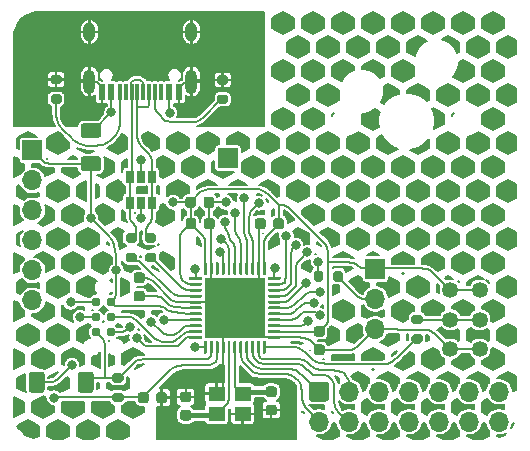
<source format=gbr>
G04 #@! TF.GenerationSoftware,KiCad,Pcbnew,(5.1.9)-1*
G04 #@! TF.CreationDate,2021-03-27T09:55:19-04:00*
G04 #@! TF.ProjectId,atmega32u4_demo,61746d65-6761-4333-9275-345f64656d6f,rev?*
G04 #@! TF.SameCoordinates,Original*
G04 #@! TF.FileFunction,Copper,L1,Top*
G04 #@! TF.FilePolarity,Positive*
%FSLAX46Y46*%
G04 Gerber Fmt 4.6, Leading zero omitted, Abs format (unit mm)*
G04 Created by KiCad (PCBNEW (5.1.9)-1) date 2021-03-27 09:55:19*
%MOMM*%
%LPD*%
G01*
G04 APERTURE LIST*
G04 #@! TA.AperFunction,ComponentPad*
%ADD10C,1.350000*%
G04 #@! TD*
G04 #@! TA.AperFunction,ComponentPad*
%ADD11R,1.700000X1.700000*%
G04 #@! TD*
G04 #@! TA.AperFunction,ComponentPad*
%ADD12O,1.700000X1.700000*%
G04 #@! TD*
G04 #@! TA.AperFunction,SMDPad,CuDef*
%ADD13R,1.400000X1.200000*%
G04 #@! TD*
G04 #@! TA.AperFunction,SMDPad,CuDef*
%ADD14R,0.650000X1.060000*%
G04 #@! TD*
G04 #@! TA.AperFunction,SMDPad,CuDef*
%ADD15R,5.200000X5.200000*%
G04 #@! TD*
G04 #@! TA.AperFunction,SMDPad,CuDef*
%ADD16R,0.600000X1.450000*%
G04 #@! TD*
G04 #@! TA.AperFunction,SMDPad,CuDef*
%ADD17R,0.300000X1.450000*%
G04 #@! TD*
G04 #@! TA.AperFunction,ComponentPad*
%ADD18O,1.000000X2.100000*%
G04 #@! TD*
G04 #@! TA.AperFunction,ComponentPad*
%ADD19O,1.000000X1.600000*%
G04 #@! TD*
G04 #@! TA.AperFunction,ConnectorPad*
%ADD20C,0.787400*%
G04 #@! TD*
G04 #@! TA.AperFunction,ViaPad*
%ADD21C,0.800000*%
G04 #@! TD*
G04 #@! TA.AperFunction,Conductor*
%ADD22C,0.203200*%
G04 #@! TD*
G04 #@! TA.AperFunction,Conductor*
%ADD23C,0.381000*%
G04 #@! TD*
G04 #@! TA.AperFunction,Conductor*
%ADD24C,0.177800*%
G04 #@! TD*
G04 #@! TA.AperFunction,Conductor*
%ADD25C,0.025400*%
G04 #@! TD*
G04 #@! TA.AperFunction,NonConductor*
%ADD26C,0.203200*%
G04 #@! TD*
G04 #@! TA.AperFunction,NonConductor*
%ADD27C,0.025400*%
G04 #@! TD*
G04 APERTURE END LIST*
D10*
X221431800Y-105090600D03*
X221431800Y-102590600D03*
X221431800Y-100090600D03*
X223931800Y-105090600D03*
X223931800Y-102590600D03*
X223931800Y-100090600D03*
D11*
X202615800Y-88900000D03*
D12*
X225552000Y-111226600D03*
X225552000Y-108686600D03*
X223012000Y-111226600D03*
X223012000Y-108686600D03*
X220472000Y-111226600D03*
X220472000Y-108686600D03*
X217932000Y-111226600D03*
X217932000Y-108686600D03*
X215392000Y-111226600D03*
X215392000Y-108686600D03*
X212852000Y-111226600D03*
X212852000Y-108686600D03*
X210312000Y-111226600D03*
G04 #@! TA.AperFunction,ComponentPad*
G36*
G01*
X210908700Y-109536600D02*
X209715300Y-109536600D01*
G75*
G02*
X209462000Y-109283300I0J253300D01*
G01*
X209462000Y-108089900D01*
G75*
G02*
X209715300Y-107836600I253300J0D01*
G01*
X210908700Y-107836600D01*
G75*
G02*
X211162000Y-108089900I0J-253300D01*
G01*
X211162000Y-109283300D01*
G75*
G02*
X210908700Y-109536600I-253300J0D01*
G01*
G37*
G04 #@! TD.AperFunction*
X186055000Y-100965000D03*
X186055000Y-98425000D03*
X186055000Y-95885000D03*
X186055000Y-93345000D03*
X186055000Y-90805000D03*
D11*
X186055000Y-88265000D03*
G04 #@! TA.AperFunction,SMDPad,CuDef*
G36*
G01*
X218342800Y-103828400D02*
X218892800Y-103828400D01*
G75*
G02*
X219092800Y-104028400I0J-200000D01*
G01*
X219092800Y-104428400D01*
G75*
G02*
X218892800Y-104628400I-200000J0D01*
G01*
X218342800Y-104628400D01*
G75*
G02*
X218142800Y-104428400I0J200000D01*
G01*
X218142800Y-104028400D01*
G75*
G02*
X218342800Y-103828400I200000J0D01*
G01*
G37*
G04 #@! TD.AperFunction*
G04 #@! TA.AperFunction,SMDPad,CuDef*
G36*
G01*
X218342800Y-102178400D02*
X218892800Y-102178400D01*
G75*
G02*
X219092800Y-102378400I0J-200000D01*
G01*
X219092800Y-102778400D01*
G75*
G02*
X218892800Y-102978400I-200000J0D01*
G01*
X218342800Y-102978400D01*
G75*
G02*
X218142800Y-102778400I0J200000D01*
G01*
X218142800Y-102378400D01*
G75*
G02*
X218342800Y-102178400I200000J0D01*
G01*
G37*
G04 #@! TD.AperFunction*
G04 #@! TA.AperFunction,SMDPad,CuDef*
G36*
G01*
X189893400Y-108545400D02*
X189893400Y-107253000D01*
G75*
G02*
X190147200Y-106999200I253800J0D01*
G01*
X190989600Y-106999200D01*
G75*
G02*
X191243400Y-107253000I0J-253800D01*
G01*
X191243400Y-108545400D01*
G75*
G02*
X190989600Y-108799200I-253800J0D01*
G01*
X190147200Y-108799200D01*
G75*
G02*
X189893400Y-108545400I0J253800D01*
G01*
G37*
G04 #@! TD.AperFunction*
G04 #@! TA.AperFunction,SMDPad,CuDef*
G36*
G01*
X185743400Y-108545400D02*
X185743400Y-107253000D01*
G75*
G02*
X185997200Y-106999200I253800J0D01*
G01*
X186839600Y-106999200D01*
G75*
G02*
X187093400Y-107253000I0J-253800D01*
G01*
X187093400Y-108545400D01*
G75*
G02*
X186839600Y-108799200I-253800J0D01*
G01*
X185997200Y-108799200D01*
G75*
G02*
X185743400Y-108545400I0J253800D01*
G01*
G37*
G04 #@! TD.AperFunction*
G04 #@! TA.AperFunction,SMDPad,CuDef*
G36*
G01*
X205796000Y-94212600D02*
X205796000Y-94712600D01*
G75*
G02*
X205571000Y-94937600I-225000J0D01*
G01*
X205121000Y-94937600D01*
G75*
G02*
X204896000Y-94712600I0J225000D01*
G01*
X204896000Y-94212600D01*
G75*
G02*
X205121000Y-93987600I225000J0D01*
G01*
X205571000Y-93987600D01*
G75*
G02*
X205796000Y-94212600I0J-225000D01*
G01*
G37*
G04 #@! TD.AperFunction*
G04 #@! TA.AperFunction,SMDPad,CuDef*
G36*
G01*
X207346000Y-94212600D02*
X207346000Y-94712600D01*
G75*
G02*
X207121000Y-94937600I-225000J0D01*
G01*
X206671000Y-94937600D01*
G75*
G02*
X206446000Y-94712600I0J225000D01*
G01*
X206446000Y-94212600D01*
G75*
G02*
X206671000Y-93987600I225000J0D01*
G01*
X207121000Y-93987600D01*
G75*
G02*
X207346000Y-94212600I0J-225000D01*
G01*
G37*
G04 #@! TD.AperFunction*
D13*
X203842800Y-110552600D03*
X201642800Y-110552600D03*
X201642800Y-108852600D03*
X203842800Y-108852600D03*
D14*
X195249800Y-92692400D03*
X196199800Y-92692400D03*
X194299800Y-92692400D03*
X194299800Y-90492400D03*
X195249800Y-90492400D03*
X196199800Y-90492400D03*
D15*
X203200000Y-101600000D03*
G04 #@! TA.AperFunction,SMDPad,CuDef*
G36*
G01*
X200575000Y-98737500D02*
X200575000Y-97787500D01*
G75*
G02*
X200637500Y-97725000I62500J0D01*
G01*
X200762500Y-97725000D01*
G75*
G02*
X200825000Y-97787500I0J-62500D01*
G01*
X200825000Y-98737500D01*
G75*
G02*
X200762500Y-98800000I-62500J0D01*
G01*
X200637500Y-98800000D01*
G75*
G02*
X200575000Y-98737500I0J62500D01*
G01*
G37*
G04 #@! TD.AperFunction*
G04 #@! TA.AperFunction,SMDPad,CuDef*
G36*
G01*
X201075000Y-98737500D02*
X201075000Y-97787500D01*
G75*
G02*
X201137500Y-97725000I62500J0D01*
G01*
X201262500Y-97725000D01*
G75*
G02*
X201325000Y-97787500I0J-62500D01*
G01*
X201325000Y-98737500D01*
G75*
G02*
X201262500Y-98800000I-62500J0D01*
G01*
X201137500Y-98800000D01*
G75*
G02*
X201075000Y-98737500I0J62500D01*
G01*
G37*
G04 #@! TD.AperFunction*
G04 #@! TA.AperFunction,SMDPad,CuDef*
G36*
G01*
X201575000Y-98737500D02*
X201575000Y-97787500D01*
G75*
G02*
X201637500Y-97725000I62500J0D01*
G01*
X201762500Y-97725000D01*
G75*
G02*
X201825000Y-97787500I0J-62500D01*
G01*
X201825000Y-98737500D01*
G75*
G02*
X201762500Y-98800000I-62500J0D01*
G01*
X201637500Y-98800000D01*
G75*
G02*
X201575000Y-98737500I0J62500D01*
G01*
G37*
G04 #@! TD.AperFunction*
G04 #@! TA.AperFunction,SMDPad,CuDef*
G36*
G01*
X202075000Y-98737500D02*
X202075000Y-97787500D01*
G75*
G02*
X202137500Y-97725000I62500J0D01*
G01*
X202262500Y-97725000D01*
G75*
G02*
X202325000Y-97787500I0J-62500D01*
G01*
X202325000Y-98737500D01*
G75*
G02*
X202262500Y-98800000I-62500J0D01*
G01*
X202137500Y-98800000D01*
G75*
G02*
X202075000Y-98737500I0J62500D01*
G01*
G37*
G04 #@! TD.AperFunction*
G04 #@! TA.AperFunction,SMDPad,CuDef*
G36*
G01*
X202575000Y-98737500D02*
X202575000Y-97787500D01*
G75*
G02*
X202637500Y-97725000I62500J0D01*
G01*
X202762500Y-97725000D01*
G75*
G02*
X202825000Y-97787500I0J-62500D01*
G01*
X202825000Y-98737500D01*
G75*
G02*
X202762500Y-98800000I-62500J0D01*
G01*
X202637500Y-98800000D01*
G75*
G02*
X202575000Y-98737500I0J62500D01*
G01*
G37*
G04 #@! TD.AperFunction*
G04 #@! TA.AperFunction,SMDPad,CuDef*
G36*
G01*
X203075000Y-98737500D02*
X203075000Y-97787500D01*
G75*
G02*
X203137500Y-97725000I62500J0D01*
G01*
X203262500Y-97725000D01*
G75*
G02*
X203325000Y-97787500I0J-62500D01*
G01*
X203325000Y-98737500D01*
G75*
G02*
X203262500Y-98800000I-62500J0D01*
G01*
X203137500Y-98800000D01*
G75*
G02*
X203075000Y-98737500I0J62500D01*
G01*
G37*
G04 #@! TD.AperFunction*
G04 #@! TA.AperFunction,SMDPad,CuDef*
G36*
G01*
X203575000Y-98737500D02*
X203575000Y-97787500D01*
G75*
G02*
X203637500Y-97725000I62500J0D01*
G01*
X203762500Y-97725000D01*
G75*
G02*
X203825000Y-97787500I0J-62500D01*
G01*
X203825000Y-98737500D01*
G75*
G02*
X203762500Y-98800000I-62500J0D01*
G01*
X203637500Y-98800000D01*
G75*
G02*
X203575000Y-98737500I0J62500D01*
G01*
G37*
G04 #@! TD.AperFunction*
G04 #@! TA.AperFunction,SMDPad,CuDef*
G36*
G01*
X204075000Y-98737500D02*
X204075000Y-97787500D01*
G75*
G02*
X204137500Y-97725000I62500J0D01*
G01*
X204262500Y-97725000D01*
G75*
G02*
X204325000Y-97787500I0J-62500D01*
G01*
X204325000Y-98737500D01*
G75*
G02*
X204262500Y-98800000I-62500J0D01*
G01*
X204137500Y-98800000D01*
G75*
G02*
X204075000Y-98737500I0J62500D01*
G01*
G37*
G04 #@! TD.AperFunction*
G04 #@! TA.AperFunction,SMDPad,CuDef*
G36*
G01*
X204575000Y-98737500D02*
X204575000Y-97787500D01*
G75*
G02*
X204637500Y-97725000I62500J0D01*
G01*
X204762500Y-97725000D01*
G75*
G02*
X204825000Y-97787500I0J-62500D01*
G01*
X204825000Y-98737500D01*
G75*
G02*
X204762500Y-98800000I-62500J0D01*
G01*
X204637500Y-98800000D01*
G75*
G02*
X204575000Y-98737500I0J62500D01*
G01*
G37*
G04 #@! TD.AperFunction*
G04 #@! TA.AperFunction,SMDPad,CuDef*
G36*
G01*
X205075000Y-98737500D02*
X205075000Y-97787500D01*
G75*
G02*
X205137500Y-97725000I62500J0D01*
G01*
X205262500Y-97725000D01*
G75*
G02*
X205325000Y-97787500I0J-62500D01*
G01*
X205325000Y-98737500D01*
G75*
G02*
X205262500Y-98800000I-62500J0D01*
G01*
X205137500Y-98800000D01*
G75*
G02*
X205075000Y-98737500I0J62500D01*
G01*
G37*
G04 #@! TD.AperFunction*
G04 #@! TA.AperFunction,SMDPad,CuDef*
G36*
G01*
X205575000Y-98737500D02*
X205575000Y-97787500D01*
G75*
G02*
X205637500Y-97725000I62500J0D01*
G01*
X205762500Y-97725000D01*
G75*
G02*
X205825000Y-97787500I0J-62500D01*
G01*
X205825000Y-98737500D01*
G75*
G02*
X205762500Y-98800000I-62500J0D01*
G01*
X205637500Y-98800000D01*
G75*
G02*
X205575000Y-98737500I0J62500D01*
G01*
G37*
G04 #@! TD.AperFunction*
G04 #@! TA.AperFunction,SMDPad,CuDef*
G36*
G01*
X206000000Y-99162500D02*
X206000000Y-99037500D01*
G75*
G02*
X206062500Y-98975000I62500J0D01*
G01*
X207012500Y-98975000D01*
G75*
G02*
X207075000Y-99037500I0J-62500D01*
G01*
X207075000Y-99162500D01*
G75*
G02*
X207012500Y-99225000I-62500J0D01*
G01*
X206062500Y-99225000D01*
G75*
G02*
X206000000Y-99162500I0J62500D01*
G01*
G37*
G04 #@! TD.AperFunction*
G04 #@! TA.AperFunction,SMDPad,CuDef*
G36*
G01*
X206000000Y-99662500D02*
X206000000Y-99537500D01*
G75*
G02*
X206062500Y-99475000I62500J0D01*
G01*
X207012500Y-99475000D01*
G75*
G02*
X207075000Y-99537500I0J-62500D01*
G01*
X207075000Y-99662500D01*
G75*
G02*
X207012500Y-99725000I-62500J0D01*
G01*
X206062500Y-99725000D01*
G75*
G02*
X206000000Y-99662500I0J62500D01*
G01*
G37*
G04 #@! TD.AperFunction*
G04 #@! TA.AperFunction,SMDPad,CuDef*
G36*
G01*
X206000000Y-100162500D02*
X206000000Y-100037500D01*
G75*
G02*
X206062500Y-99975000I62500J0D01*
G01*
X207012500Y-99975000D01*
G75*
G02*
X207075000Y-100037500I0J-62500D01*
G01*
X207075000Y-100162500D01*
G75*
G02*
X207012500Y-100225000I-62500J0D01*
G01*
X206062500Y-100225000D01*
G75*
G02*
X206000000Y-100162500I0J62500D01*
G01*
G37*
G04 #@! TD.AperFunction*
G04 #@! TA.AperFunction,SMDPad,CuDef*
G36*
G01*
X206000000Y-100662500D02*
X206000000Y-100537500D01*
G75*
G02*
X206062500Y-100475000I62500J0D01*
G01*
X207012500Y-100475000D01*
G75*
G02*
X207075000Y-100537500I0J-62500D01*
G01*
X207075000Y-100662500D01*
G75*
G02*
X207012500Y-100725000I-62500J0D01*
G01*
X206062500Y-100725000D01*
G75*
G02*
X206000000Y-100662500I0J62500D01*
G01*
G37*
G04 #@! TD.AperFunction*
G04 #@! TA.AperFunction,SMDPad,CuDef*
G36*
G01*
X206000000Y-101162500D02*
X206000000Y-101037500D01*
G75*
G02*
X206062500Y-100975000I62500J0D01*
G01*
X207012500Y-100975000D01*
G75*
G02*
X207075000Y-101037500I0J-62500D01*
G01*
X207075000Y-101162500D01*
G75*
G02*
X207012500Y-101225000I-62500J0D01*
G01*
X206062500Y-101225000D01*
G75*
G02*
X206000000Y-101162500I0J62500D01*
G01*
G37*
G04 #@! TD.AperFunction*
G04 #@! TA.AperFunction,SMDPad,CuDef*
G36*
G01*
X206000000Y-101662500D02*
X206000000Y-101537500D01*
G75*
G02*
X206062500Y-101475000I62500J0D01*
G01*
X207012500Y-101475000D01*
G75*
G02*
X207075000Y-101537500I0J-62500D01*
G01*
X207075000Y-101662500D01*
G75*
G02*
X207012500Y-101725000I-62500J0D01*
G01*
X206062500Y-101725000D01*
G75*
G02*
X206000000Y-101662500I0J62500D01*
G01*
G37*
G04 #@! TD.AperFunction*
G04 #@! TA.AperFunction,SMDPad,CuDef*
G36*
G01*
X206000000Y-102162500D02*
X206000000Y-102037500D01*
G75*
G02*
X206062500Y-101975000I62500J0D01*
G01*
X207012500Y-101975000D01*
G75*
G02*
X207075000Y-102037500I0J-62500D01*
G01*
X207075000Y-102162500D01*
G75*
G02*
X207012500Y-102225000I-62500J0D01*
G01*
X206062500Y-102225000D01*
G75*
G02*
X206000000Y-102162500I0J62500D01*
G01*
G37*
G04 #@! TD.AperFunction*
G04 #@! TA.AperFunction,SMDPad,CuDef*
G36*
G01*
X206000000Y-102662500D02*
X206000000Y-102537500D01*
G75*
G02*
X206062500Y-102475000I62500J0D01*
G01*
X207012500Y-102475000D01*
G75*
G02*
X207075000Y-102537500I0J-62500D01*
G01*
X207075000Y-102662500D01*
G75*
G02*
X207012500Y-102725000I-62500J0D01*
G01*
X206062500Y-102725000D01*
G75*
G02*
X206000000Y-102662500I0J62500D01*
G01*
G37*
G04 #@! TD.AperFunction*
G04 #@! TA.AperFunction,SMDPad,CuDef*
G36*
G01*
X206000000Y-103162500D02*
X206000000Y-103037500D01*
G75*
G02*
X206062500Y-102975000I62500J0D01*
G01*
X207012500Y-102975000D01*
G75*
G02*
X207075000Y-103037500I0J-62500D01*
G01*
X207075000Y-103162500D01*
G75*
G02*
X207012500Y-103225000I-62500J0D01*
G01*
X206062500Y-103225000D01*
G75*
G02*
X206000000Y-103162500I0J62500D01*
G01*
G37*
G04 #@! TD.AperFunction*
G04 #@! TA.AperFunction,SMDPad,CuDef*
G36*
G01*
X206000000Y-103662500D02*
X206000000Y-103537500D01*
G75*
G02*
X206062500Y-103475000I62500J0D01*
G01*
X207012500Y-103475000D01*
G75*
G02*
X207075000Y-103537500I0J-62500D01*
G01*
X207075000Y-103662500D01*
G75*
G02*
X207012500Y-103725000I-62500J0D01*
G01*
X206062500Y-103725000D01*
G75*
G02*
X206000000Y-103662500I0J62500D01*
G01*
G37*
G04 #@! TD.AperFunction*
G04 #@! TA.AperFunction,SMDPad,CuDef*
G36*
G01*
X206000000Y-104162500D02*
X206000000Y-104037500D01*
G75*
G02*
X206062500Y-103975000I62500J0D01*
G01*
X207012500Y-103975000D01*
G75*
G02*
X207075000Y-104037500I0J-62500D01*
G01*
X207075000Y-104162500D01*
G75*
G02*
X207012500Y-104225000I-62500J0D01*
G01*
X206062500Y-104225000D01*
G75*
G02*
X206000000Y-104162500I0J62500D01*
G01*
G37*
G04 #@! TD.AperFunction*
G04 #@! TA.AperFunction,SMDPad,CuDef*
G36*
G01*
X205575000Y-105412500D02*
X205575000Y-104462500D01*
G75*
G02*
X205637500Y-104400000I62500J0D01*
G01*
X205762500Y-104400000D01*
G75*
G02*
X205825000Y-104462500I0J-62500D01*
G01*
X205825000Y-105412500D01*
G75*
G02*
X205762500Y-105475000I-62500J0D01*
G01*
X205637500Y-105475000D01*
G75*
G02*
X205575000Y-105412500I0J62500D01*
G01*
G37*
G04 #@! TD.AperFunction*
G04 #@! TA.AperFunction,SMDPad,CuDef*
G36*
G01*
X205075000Y-105412500D02*
X205075000Y-104462500D01*
G75*
G02*
X205137500Y-104400000I62500J0D01*
G01*
X205262500Y-104400000D01*
G75*
G02*
X205325000Y-104462500I0J-62500D01*
G01*
X205325000Y-105412500D01*
G75*
G02*
X205262500Y-105475000I-62500J0D01*
G01*
X205137500Y-105475000D01*
G75*
G02*
X205075000Y-105412500I0J62500D01*
G01*
G37*
G04 #@! TD.AperFunction*
G04 #@! TA.AperFunction,SMDPad,CuDef*
G36*
G01*
X204575000Y-105412500D02*
X204575000Y-104462500D01*
G75*
G02*
X204637500Y-104400000I62500J0D01*
G01*
X204762500Y-104400000D01*
G75*
G02*
X204825000Y-104462500I0J-62500D01*
G01*
X204825000Y-105412500D01*
G75*
G02*
X204762500Y-105475000I-62500J0D01*
G01*
X204637500Y-105475000D01*
G75*
G02*
X204575000Y-105412500I0J62500D01*
G01*
G37*
G04 #@! TD.AperFunction*
G04 #@! TA.AperFunction,SMDPad,CuDef*
G36*
G01*
X204075000Y-105412500D02*
X204075000Y-104462500D01*
G75*
G02*
X204137500Y-104400000I62500J0D01*
G01*
X204262500Y-104400000D01*
G75*
G02*
X204325000Y-104462500I0J-62500D01*
G01*
X204325000Y-105412500D01*
G75*
G02*
X204262500Y-105475000I-62500J0D01*
G01*
X204137500Y-105475000D01*
G75*
G02*
X204075000Y-105412500I0J62500D01*
G01*
G37*
G04 #@! TD.AperFunction*
G04 #@! TA.AperFunction,SMDPad,CuDef*
G36*
G01*
X203575000Y-105412500D02*
X203575000Y-104462500D01*
G75*
G02*
X203637500Y-104400000I62500J0D01*
G01*
X203762500Y-104400000D01*
G75*
G02*
X203825000Y-104462500I0J-62500D01*
G01*
X203825000Y-105412500D01*
G75*
G02*
X203762500Y-105475000I-62500J0D01*
G01*
X203637500Y-105475000D01*
G75*
G02*
X203575000Y-105412500I0J62500D01*
G01*
G37*
G04 #@! TD.AperFunction*
G04 #@! TA.AperFunction,SMDPad,CuDef*
G36*
G01*
X203075000Y-105412500D02*
X203075000Y-104462500D01*
G75*
G02*
X203137500Y-104400000I62500J0D01*
G01*
X203262500Y-104400000D01*
G75*
G02*
X203325000Y-104462500I0J-62500D01*
G01*
X203325000Y-105412500D01*
G75*
G02*
X203262500Y-105475000I-62500J0D01*
G01*
X203137500Y-105475000D01*
G75*
G02*
X203075000Y-105412500I0J62500D01*
G01*
G37*
G04 #@! TD.AperFunction*
G04 #@! TA.AperFunction,SMDPad,CuDef*
G36*
G01*
X202575000Y-105412500D02*
X202575000Y-104462500D01*
G75*
G02*
X202637500Y-104400000I62500J0D01*
G01*
X202762500Y-104400000D01*
G75*
G02*
X202825000Y-104462500I0J-62500D01*
G01*
X202825000Y-105412500D01*
G75*
G02*
X202762500Y-105475000I-62500J0D01*
G01*
X202637500Y-105475000D01*
G75*
G02*
X202575000Y-105412500I0J62500D01*
G01*
G37*
G04 #@! TD.AperFunction*
G04 #@! TA.AperFunction,SMDPad,CuDef*
G36*
G01*
X202075000Y-105412500D02*
X202075000Y-104462500D01*
G75*
G02*
X202137500Y-104400000I62500J0D01*
G01*
X202262500Y-104400000D01*
G75*
G02*
X202325000Y-104462500I0J-62500D01*
G01*
X202325000Y-105412500D01*
G75*
G02*
X202262500Y-105475000I-62500J0D01*
G01*
X202137500Y-105475000D01*
G75*
G02*
X202075000Y-105412500I0J62500D01*
G01*
G37*
G04 #@! TD.AperFunction*
G04 #@! TA.AperFunction,SMDPad,CuDef*
G36*
G01*
X201575000Y-105412500D02*
X201575000Y-104462500D01*
G75*
G02*
X201637500Y-104400000I62500J0D01*
G01*
X201762500Y-104400000D01*
G75*
G02*
X201825000Y-104462500I0J-62500D01*
G01*
X201825000Y-105412500D01*
G75*
G02*
X201762500Y-105475000I-62500J0D01*
G01*
X201637500Y-105475000D01*
G75*
G02*
X201575000Y-105412500I0J62500D01*
G01*
G37*
G04 #@! TD.AperFunction*
G04 #@! TA.AperFunction,SMDPad,CuDef*
G36*
G01*
X201075000Y-105412500D02*
X201075000Y-104462500D01*
G75*
G02*
X201137500Y-104400000I62500J0D01*
G01*
X201262500Y-104400000D01*
G75*
G02*
X201325000Y-104462500I0J-62500D01*
G01*
X201325000Y-105412500D01*
G75*
G02*
X201262500Y-105475000I-62500J0D01*
G01*
X201137500Y-105475000D01*
G75*
G02*
X201075000Y-105412500I0J62500D01*
G01*
G37*
G04 #@! TD.AperFunction*
G04 #@! TA.AperFunction,SMDPad,CuDef*
G36*
G01*
X200575000Y-105412500D02*
X200575000Y-104462500D01*
G75*
G02*
X200637500Y-104400000I62500J0D01*
G01*
X200762500Y-104400000D01*
G75*
G02*
X200825000Y-104462500I0J-62500D01*
G01*
X200825000Y-105412500D01*
G75*
G02*
X200762500Y-105475000I-62500J0D01*
G01*
X200637500Y-105475000D01*
G75*
G02*
X200575000Y-105412500I0J62500D01*
G01*
G37*
G04 #@! TD.AperFunction*
G04 #@! TA.AperFunction,SMDPad,CuDef*
G36*
G01*
X199325000Y-104162500D02*
X199325000Y-104037500D01*
G75*
G02*
X199387500Y-103975000I62500J0D01*
G01*
X200337500Y-103975000D01*
G75*
G02*
X200400000Y-104037500I0J-62500D01*
G01*
X200400000Y-104162500D01*
G75*
G02*
X200337500Y-104225000I-62500J0D01*
G01*
X199387500Y-104225000D01*
G75*
G02*
X199325000Y-104162500I0J62500D01*
G01*
G37*
G04 #@! TD.AperFunction*
G04 #@! TA.AperFunction,SMDPad,CuDef*
G36*
G01*
X199325000Y-103662500D02*
X199325000Y-103537500D01*
G75*
G02*
X199387500Y-103475000I62500J0D01*
G01*
X200337500Y-103475000D01*
G75*
G02*
X200400000Y-103537500I0J-62500D01*
G01*
X200400000Y-103662500D01*
G75*
G02*
X200337500Y-103725000I-62500J0D01*
G01*
X199387500Y-103725000D01*
G75*
G02*
X199325000Y-103662500I0J62500D01*
G01*
G37*
G04 #@! TD.AperFunction*
G04 #@! TA.AperFunction,SMDPad,CuDef*
G36*
G01*
X199325000Y-103162500D02*
X199325000Y-103037500D01*
G75*
G02*
X199387500Y-102975000I62500J0D01*
G01*
X200337500Y-102975000D01*
G75*
G02*
X200400000Y-103037500I0J-62500D01*
G01*
X200400000Y-103162500D01*
G75*
G02*
X200337500Y-103225000I-62500J0D01*
G01*
X199387500Y-103225000D01*
G75*
G02*
X199325000Y-103162500I0J62500D01*
G01*
G37*
G04 #@! TD.AperFunction*
G04 #@! TA.AperFunction,SMDPad,CuDef*
G36*
G01*
X199325000Y-102662500D02*
X199325000Y-102537500D01*
G75*
G02*
X199387500Y-102475000I62500J0D01*
G01*
X200337500Y-102475000D01*
G75*
G02*
X200400000Y-102537500I0J-62500D01*
G01*
X200400000Y-102662500D01*
G75*
G02*
X200337500Y-102725000I-62500J0D01*
G01*
X199387500Y-102725000D01*
G75*
G02*
X199325000Y-102662500I0J62500D01*
G01*
G37*
G04 #@! TD.AperFunction*
G04 #@! TA.AperFunction,SMDPad,CuDef*
G36*
G01*
X199325000Y-102162500D02*
X199325000Y-102037500D01*
G75*
G02*
X199387500Y-101975000I62500J0D01*
G01*
X200337500Y-101975000D01*
G75*
G02*
X200400000Y-102037500I0J-62500D01*
G01*
X200400000Y-102162500D01*
G75*
G02*
X200337500Y-102225000I-62500J0D01*
G01*
X199387500Y-102225000D01*
G75*
G02*
X199325000Y-102162500I0J62500D01*
G01*
G37*
G04 #@! TD.AperFunction*
G04 #@! TA.AperFunction,SMDPad,CuDef*
G36*
G01*
X199325000Y-101662500D02*
X199325000Y-101537500D01*
G75*
G02*
X199387500Y-101475000I62500J0D01*
G01*
X200337500Y-101475000D01*
G75*
G02*
X200400000Y-101537500I0J-62500D01*
G01*
X200400000Y-101662500D01*
G75*
G02*
X200337500Y-101725000I-62500J0D01*
G01*
X199387500Y-101725000D01*
G75*
G02*
X199325000Y-101662500I0J62500D01*
G01*
G37*
G04 #@! TD.AperFunction*
G04 #@! TA.AperFunction,SMDPad,CuDef*
G36*
G01*
X199325000Y-101162500D02*
X199325000Y-101037500D01*
G75*
G02*
X199387500Y-100975000I62500J0D01*
G01*
X200337500Y-100975000D01*
G75*
G02*
X200400000Y-101037500I0J-62500D01*
G01*
X200400000Y-101162500D01*
G75*
G02*
X200337500Y-101225000I-62500J0D01*
G01*
X199387500Y-101225000D01*
G75*
G02*
X199325000Y-101162500I0J62500D01*
G01*
G37*
G04 #@! TD.AperFunction*
G04 #@! TA.AperFunction,SMDPad,CuDef*
G36*
G01*
X199325000Y-100662500D02*
X199325000Y-100537500D01*
G75*
G02*
X199387500Y-100475000I62500J0D01*
G01*
X200337500Y-100475000D01*
G75*
G02*
X200400000Y-100537500I0J-62500D01*
G01*
X200400000Y-100662500D01*
G75*
G02*
X200337500Y-100725000I-62500J0D01*
G01*
X199387500Y-100725000D01*
G75*
G02*
X199325000Y-100662500I0J62500D01*
G01*
G37*
G04 #@! TD.AperFunction*
G04 #@! TA.AperFunction,SMDPad,CuDef*
G36*
G01*
X199325000Y-100162500D02*
X199325000Y-100037500D01*
G75*
G02*
X199387500Y-99975000I62500J0D01*
G01*
X200337500Y-99975000D01*
G75*
G02*
X200400000Y-100037500I0J-62500D01*
G01*
X200400000Y-100162500D01*
G75*
G02*
X200337500Y-100225000I-62500J0D01*
G01*
X199387500Y-100225000D01*
G75*
G02*
X199325000Y-100162500I0J62500D01*
G01*
G37*
G04 #@! TD.AperFunction*
G04 #@! TA.AperFunction,SMDPad,CuDef*
G36*
G01*
X199325000Y-99662500D02*
X199325000Y-99537500D01*
G75*
G02*
X199387500Y-99475000I62500J0D01*
G01*
X200337500Y-99475000D01*
G75*
G02*
X200400000Y-99537500I0J-62500D01*
G01*
X200400000Y-99662500D01*
G75*
G02*
X200337500Y-99725000I-62500J0D01*
G01*
X199387500Y-99725000D01*
G75*
G02*
X199325000Y-99662500I0J62500D01*
G01*
G37*
G04 #@! TD.AperFunction*
G04 #@! TA.AperFunction,SMDPad,CuDef*
G36*
G01*
X199325000Y-99162500D02*
X199325000Y-99037500D01*
G75*
G02*
X199387500Y-98975000I62500J0D01*
G01*
X200337500Y-98975000D01*
G75*
G02*
X200400000Y-99037500I0J-62500D01*
G01*
X200400000Y-99162500D01*
G75*
G02*
X200337500Y-99225000I-62500J0D01*
G01*
X199387500Y-99225000D01*
G75*
G02*
X199325000Y-99162500I0J62500D01*
G01*
G37*
G04 #@! TD.AperFunction*
G04 #@! TA.AperFunction,SMDPad,CuDef*
G36*
G01*
X210674400Y-98632600D02*
X210674400Y-99182600D01*
G75*
G02*
X210474400Y-99382600I-200000J0D01*
G01*
X210074400Y-99382600D01*
G75*
G02*
X209874400Y-99182600I0J200000D01*
G01*
X209874400Y-98632600D01*
G75*
G02*
X210074400Y-98432600I200000J0D01*
G01*
X210474400Y-98432600D01*
G75*
G02*
X210674400Y-98632600I0J-200000D01*
G01*
G37*
G04 #@! TD.AperFunction*
G04 #@! TA.AperFunction,SMDPad,CuDef*
G36*
G01*
X212324400Y-98632600D02*
X212324400Y-99182600D01*
G75*
G02*
X212124400Y-99382600I-200000J0D01*
G01*
X211724400Y-99382600D01*
G75*
G02*
X211524400Y-99182600I0J200000D01*
G01*
X211524400Y-98632600D01*
G75*
G02*
X211724400Y-98432600I200000J0D01*
G01*
X212124400Y-98432600D01*
G75*
G02*
X212324400Y-98632600I0J-200000D01*
G01*
G37*
G04 #@! TD.AperFunction*
G04 #@! TA.AperFunction,SMDPad,CuDef*
G36*
G01*
X196337600Y-96069600D02*
X195787600Y-96069600D01*
G75*
G02*
X195587600Y-95869600I0J200000D01*
G01*
X195587600Y-95469600D01*
G75*
G02*
X195787600Y-95269600I200000J0D01*
G01*
X196337600Y-95269600D01*
G75*
G02*
X196537600Y-95469600I0J-200000D01*
G01*
X196537600Y-95869600D01*
G75*
G02*
X196337600Y-96069600I-200000J0D01*
G01*
G37*
G04 #@! TD.AperFunction*
G04 #@! TA.AperFunction,SMDPad,CuDef*
G36*
G01*
X196337600Y-97719600D02*
X195787600Y-97719600D01*
G75*
G02*
X195587600Y-97519600I0J200000D01*
G01*
X195587600Y-97119600D01*
G75*
G02*
X195787600Y-96919600I200000J0D01*
G01*
X196337600Y-96919600D01*
G75*
G02*
X196537600Y-97119600I0J-200000D01*
G01*
X196537600Y-97519600D01*
G75*
G02*
X196337600Y-97719600I-200000J0D01*
G01*
G37*
G04 #@! TD.AperFunction*
G04 #@! TA.AperFunction,SMDPad,CuDef*
G36*
G01*
X194686600Y-96069600D02*
X194136600Y-96069600D01*
G75*
G02*
X193936600Y-95869600I0J200000D01*
G01*
X193936600Y-95469600D01*
G75*
G02*
X194136600Y-95269600I200000J0D01*
G01*
X194686600Y-95269600D01*
G75*
G02*
X194886600Y-95469600I0J-200000D01*
G01*
X194886600Y-95869600D01*
G75*
G02*
X194686600Y-96069600I-200000J0D01*
G01*
G37*
G04 #@! TD.AperFunction*
G04 #@! TA.AperFunction,SMDPad,CuDef*
G36*
G01*
X194686600Y-97719600D02*
X194136600Y-97719600D01*
G75*
G02*
X193936600Y-97519600I0J200000D01*
G01*
X193936600Y-97119600D01*
G75*
G02*
X194136600Y-96919600I200000J0D01*
G01*
X194686600Y-96919600D01*
G75*
G02*
X194886600Y-97119600I0J-200000D01*
G01*
X194886600Y-97519600D01*
G75*
G02*
X194686600Y-97719600I-200000J0D01*
G01*
G37*
G04 #@! TD.AperFunction*
G04 #@! TA.AperFunction,SMDPad,CuDef*
G36*
G01*
X193569000Y-107931400D02*
X193019000Y-107931400D01*
G75*
G02*
X192819000Y-107731400I0J200000D01*
G01*
X192819000Y-107331400D01*
G75*
G02*
X193019000Y-107131400I200000J0D01*
G01*
X193569000Y-107131400D01*
G75*
G02*
X193769000Y-107331400I0J-200000D01*
G01*
X193769000Y-107731400D01*
G75*
G02*
X193569000Y-107931400I-200000J0D01*
G01*
G37*
G04 #@! TD.AperFunction*
G04 #@! TA.AperFunction,SMDPad,CuDef*
G36*
G01*
X193569000Y-109581400D02*
X193019000Y-109581400D01*
G75*
G02*
X192819000Y-109381400I0J200000D01*
G01*
X192819000Y-108981400D01*
G75*
G02*
X193019000Y-108781400I200000J0D01*
G01*
X193569000Y-108781400D01*
G75*
G02*
X193769000Y-108981400I0J-200000D01*
G01*
X193769000Y-109381400D01*
G75*
G02*
X193569000Y-109581400I-200000J0D01*
G01*
G37*
G04 #@! TD.AperFunction*
G04 #@! TA.AperFunction,SMDPad,CuDef*
G36*
G01*
X187786600Y-83508400D02*
X188336600Y-83508400D01*
G75*
G02*
X188536600Y-83708400I0J-200000D01*
G01*
X188536600Y-84108400D01*
G75*
G02*
X188336600Y-84308400I-200000J0D01*
G01*
X187786600Y-84308400D01*
G75*
G02*
X187586600Y-84108400I0J200000D01*
G01*
X187586600Y-83708400D01*
G75*
G02*
X187786600Y-83508400I200000J0D01*
G01*
G37*
G04 #@! TD.AperFunction*
G04 #@! TA.AperFunction,SMDPad,CuDef*
G36*
G01*
X187786600Y-81858400D02*
X188336600Y-81858400D01*
G75*
G02*
X188536600Y-82058400I0J-200000D01*
G01*
X188536600Y-82458400D01*
G75*
G02*
X188336600Y-82658400I-200000J0D01*
G01*
X187786600Y-82658400D01*
G75*
G02*
X187586600Y-82458400I0J200000D01*
G01*
X187586600Y-82058400D01*
G75*
G02*
X187786600Y-81858400I200000J0D01*
G01*
G37*
G04 #@! TD.AperFunction*
G04 #@! TA.AperFunction,SMDPad,CuDef*
G36*
G01*
X201883600Y-83533800D02*
X202433600Y-83533800D01*
G75*
G02*
X202633600Y-83733800I0J-200000D01*
G01*
X202633600Y-84133800D01*
G75*
G02*
X202433600Y-84333800I-200000J0D01*
G01*
X201883600Y-84333800D01*
G75*
G02*
X201683600Y-84133800I0J200000D01*
G01*
X201683600Y-83733800D01*
G75*
G02*
X201883600Y-83533800I200000J0D01*
G01*
G37*
G04 #@! TD.AperFunction*
G04 #@! TA.AperFunction,SMDPad,CuDef*
G36*
G01*
X201883600Y-81883800D02*
X202433600Y-81883800D01*
G75*
G02*
X202633600Y-82083800I0J-200000D01*
G01*
X202633600Y-82483800D01*
G75*
G02*
X202433600Y-82683800I-200000J0D01*
G01*
X201883600Y-82683800D01*
G75*
G02*
X201683600Y-82483800I0J200000D01*
G01*
X201683600Y-82083800D01*
G75*
G02*
X201883600Y-81883800I200000J0D01*
G01*
G37*
G04 #@! TD.AperFunction*
D12*
X215087200Y-103378000D03*
X215087200Y-100838000D03*
D11*
X215087200Y-98298000D03*
D16*
X191949000Y-83343800D03*
X192749000Y-83343800D03*
X197649000Y-83343800D03*
X198449000Y-83343800D03*
X198449000Y-83343800D03*
X197649000Y-83343800D03*
X192749000Y-83343800D03*
X191949000Y-83343800D03*
D17*
X196949000Y-83343800D03*
X196449000Y-83343800D03*
X195949000Y-83343800D03*
X194949000Y-83343800D03*
X194449000Y-83343800D03*
X193949000Y-83343800D03*
X193449000Y-83343800D03*
X195449000Y-83343800D03*
D18*
X190879000Y-82428800D03*
X199519000Y-82428800D03*
D19*
X199519000Y-78248800D03*
X190879000Y-78248800D03*
D20*
X192709800Y-103657400D03*
X191439800Y-103657400D03*
X192709800Y-102387400D03*
X191439800Y-102387400D03*
X192709800Y-101117400D03*
X191439800Y-101117400D03*
G04 #@! TA.AperFunction,SMDPad,CuDef*
G36*
G01*
X191630000Y-87210600D02*
X190380000Y-87210600D01*
G75*
G02*
X190130000Y-86960600I0J250000D01*
G01*
X190130000Y-86210600D01*
G75*
G02*
X190380000Y-85960600I250000J0D01*
G01*
X191630000Y-85960600D01*
G75*
G02*
X191880000Y-86210600I0J-250000D01*
G01*
X191880000Y-86960600D01*
G75*
G02*
X191630000Y-87210600I-250000J0D01*
G01*
G37*
G04 #@! TD.AperFunction*
G04 #@! TA.AperFunction,SMDPad,CuDef*
G36*
G01*
X191630000Y-90010600D02*
X190380000Y-90010600D01*
G75*
G02*
X190130000Y-89760600I0J250000D01*
G01*
X190130000Y-89010600D01*
G75*
G02*
X190380000Y-88760600I250000J0D01*
G01*
X191630000Y-88760600D01*
G75*
G02*
X191880000Y-89010600I0J-250000D01*
G01*
X191880000Y-89760600D01*
G75*
G02*
X191630000Y-90010600I-250000J0D01*
G01*
G37*
G04 #@! TD.AperFunction*
G04 #@! TA.AperFunction,SMDPad,CuDef*
G36*
G01*
X195347400Y-99497000D02*
X194847400Y-99497000D01*
G75*
G02*
X194622400Y-99272000I0J225000D01*
G01*
X194622400Y-98822000D01*
G75*
G02*
X194847400Y-98597000I225000J0D01*
G01*
X195347400Y-98597000D01*
G75*
G02*
X195572400Y-98822000I0J-225000D01*
G01*
X195572400Y-99272000D01*
G75*
G02*
X195347400Y-99497000I-225000J0D01*
G01*
G37*
G04 #@! TD.AperFunction*
G04 #@! TA.AperFunction,SMDPad,CuDef*
G36*
G01*
X195347400Y-101047000D02*
X194847400Y-101047000D01*
G75*
G02*
X194622400Y-100822000I0J225000D01*
G01*
X194622400Y-100372000D01*
G75*
G02*
X194847400Y-100147000I225000J0D01*
G01*
X195347400Y-100147000D01*
G75*
G02*
X195572400Y-100372000I0J-225000D01*
G01*
X195572400Y-100822000D01*
G75*
G02*
X195347400Y-101047000I-225000J0D01*
G01*
G37*
G04 #@! TD.AperFunction*
G04 #@! TA.AperFunction,SMDPad,CuDef*
G36*
G01*
X199284400Y-109580800D02*
X198784400Y-109580800D01*
G75*
G02*
X198559400Y-109355800I0J225000D01*
G01*
X198559400Y-108905800D01*
G75*
G02*
X198784400Y-108680800I225000J0D01*
G01*
X199284400Y-108680800D01*
G75*
G02*
X199509400Y-108905800I0J-225000D01*
G01*
X199509400Y-109355800D01*
G75*
G02*
X199284400Y-109580800I-225000J0D01*
G01*
G37*
G04 #@! TD.AperFunction*
G04 #@! TA.AperFunction,SMDPad,CuDef*
G36*
G01*
X199284400Y-111130800D02*
X198784400Y-111130800D01*
G75*
G02*
X198559400Y-110905800I0J225000D01*
G01*
X198559400Y-110455800D01*
G75*
G02*
X198784400Y-110230800I225000J0D01*
G01*
X199284400Y-110230800D01*
G75*
G02*
X199509400Y-110455800I0J-225000D01*
G01*
X199509400Y-110905800D01*
G75*
G02*
X199284400Y-111130800I-225000J0D01*
G01*
G37*
G04 #@! TD.AperFunction*
G04 #@! TA.AperFunction,SMDPad,CuDef*
G36*
G01*
X206023400Y-109799000D02*
X206523400Y-109799000D01*
G75*
G02*
X206748400Y-110024000I0J-225000D01*
G01*
X206748400Y-110474000D01*
G75*
G02*
X206523400Y-110699000I-225000J0D01*
G01*
X206023400Y-110699000D01*
G75*
G02*
X205798400Y-110474000I0J225000D01*
G01*
X205798400Y-110024000D01*
G75*
G02*
X206023400Y-109799000I225000J0D01*
G01*
G37*
G04 #@! TD.AperFunction*
G04 #@! TA.AperFunction,SMDPad,CuDef*
G36*
G01*
X206023400Y-108249000D02*
X206523400Y-108249000D01*
G75*
G02*
X206748400Y-108474000I0J-225000D01*
G01*
X206748400Y-108924000D01*
G75*
G02*
X206523400Y-109149000I-225000J0D01*
G01*
X206023400Y-109149000D01*
G75*
G02*
X205798400Y-108924000I0J225000D01*
G01*
X205798400Y-108474000D01*
G75*
G02*
X206023400Y-108249000I225000J0D01*
G01*
G37*
G04 #@! TD.AperFunction*
G04 #@! TA.AperFunction,SMDPad,CuDef*
G36*
G01*
X210087400Y-104693600D02*
X210587400Y-104693600D01*
G75*
G02*
X210812400Y-104918600I0J-225000D01*
G01*
X210812400Y-105368600D01*
G75*
G02*
X210587400Y-105593600I-225000J0D01*
G01*
X210087400Y-105593600D01*
G75*
G02*
X209862400Y-105368600I0J225000D01*
G01*
X209862400Y-104918600D01*
G75*
G02*
X210087400Y-104693600I225000J0D01*
G01*
G37*
G04 #@! TD.AperFunction*
G04 #@! TA.AperFunction,SMDPad,CuDef*
G36*
G01*
X210087400Y-103143600D02*
X210587400Y-103143600D01*
G75*
G02*
X210812400Y-103368600I0J-225000D01*
G01*
X210812400Y-103818600D01*
G75*
G02*
X210587400Y-104043600I-225000J0D01*
G01*
X210087400Y-104043600D01*
G75*
G02*
X209862400Y-103818600I0J225000D01*
G01*
X209862400Y-103368600D01*
G75*
G02*
X210087400Y-103143600I225000J0D01*
G01*
G37*
G04 #@! TD.AperFunction*
G04 #@! TA.AperFunction,SMDPad,CuDef*
G36*
G01*
X196540000Y-109444600D02*
X196540000Y-108944600D01*
G75*
G02*
X196765000Y-108719600I225000J0D01*
G01*
X197215000Y-108719600D01*
G75*
G02*
X197440000Y-108944600I0J-225000D01*
G01*
X197440000Y-109444600D01*
G75*
G02*
X197215000Y-109669600I-225000J0D01*
G01*
X196765000Y-109669600D01*
G75*
G02*
X196540000Y-109444600I0J225000D01*
G01*
G37*
G04 #@! TD.AperFunction*
G04 #@! TA.AperFunction,SMDPad,CuDef*
G36*
G01*
X194990000Y-109444600D02*
X194990000Y-108944600D01*
G75*
G02*
X195215000Y-108719600I225000J0D01*
G01*
X195665000Y-108719600D01*
G75*
G02*
X195890000Y-108944600I0J-225000D01*
G01*
X195890000Y-109444600D01*
G75*
G02*
X195665000Y-109669600I-225000J0D01*
G01*
X195215000Y-109669600D01*
G75*
G02*
X194990000Y-109444600I0J225000D01*
G01*
G37*
G04 #@! TD.AperFunction*
G04 #@! TA.AperFunction,SMDPad,CuDef*
G36*
G01*
X200578600Y-94712600D02*
X200578600Y-94212600D01*
G75*
G02*
X200803600Y-93987600I225000J0D01*
G01*
X201253600Y-93987600D01*
G75*
G02*
X201478600Y-94212600I0J-225000D01*
G01*
X201478600Y-94712600D01*
G75*
G02*
X201253600Y-94937600I-225000J0D01*
G01*
X200803600Y-94937600D01*
G75*
G02*
X200578600Y-94712600I0J225000D01*
G01*
G37*
G04 #@! TD.AperFunction*
G04 #@! TA.AperFunction,SMDPad,CuDef*
G36*
G01*
X199028600Y-94712600D02*
X199028600Y-94212600D01*
G75*
G02*
X199253600Y-93987600I225000J0D01*
G01*
X199703600Y-93987600D01*
G75*
G02*
X199928600Y-94212600I0J-225000D01*
G01*
X199928600Y-94712600D01*
G75*
G02*
X199703600Y-94937600I-225000J0D01*
G01*
X199253600Y-94937600D01*
G75*
G02*
X199028600Y-94712600I0J225000D01*
G01*
G37*
G04 #@! TD.AperFunction*
G04 #@! TA.AperFunction,SMDPad,CuDef*
G36*
G01*
X200553200Y-92909200D02*
X200553200Y-92409200D01*
G75*
G02*
X200778200Y-92184200I225000J0D01*
G01*
X201228200Y-92184200D01*
G75*
G02*
X201453200Y-92409200I0J-225000D01*
G01*
X201453200Y-92909200D01*
G75*
G02*
X201228200Y-93134200I-225000J0D01*
G01*
X200778200Y-93134200D01*
G75*
G02*
X200553200Y-92909200I0J225000D01*
G01*
G37*
G04 #@! TD.AperFunction*
G04 #@! TA.AperFunction,SMDPad,CuDef*
G36*
G01*
X199003200Y-92909200D02*
X199003200Y-92409200D01*
G75*
G02*
X199228200Y-92184200I225000J0D01*
G01*
X199678200Y-92184200D01*
G75*
G02*
X199903200Y-92409200I0J-225000D01*
G01*
X199903200Y-92909200D01*
G75*
G02*
X199678200Y-93134200I-225000J0D01*
G01*
X199228200Y-93134200D01*
G75*
G02*
X199003200Y-92909200I0J225000D01*
G01*
G37*
G04 #@! TD.AperFunction*
D21*
X204597000Y-103225600D03*
X204419200Y-100406200D03*
X203200000Y-101828600D03*
X201803000Y-100406200D03*
X195249800Y-89077800D03*
X202412600Y-92659200D03*
X194310000Y-103174800D03*
X201955400Y-103047800D03*
X189407800Y-106426000D03*
X195249800Y-93980000D03*
X191008000Y-93980000D03*
X197993000Y-92659200D03*
X187883800Y-109194600D03*
X193167000Y-98425000D03*
X197688200Y-85064600D03*
X192747400Y-85050800D03*
X190119000Y-102387400D03*
X196088000Y-102768400D03*
X194868800Y-104114600D03*
X189280800Y-101117400D03*
X206552800Y-98247200D03*
X210261200Y-97688400D03*
X203987400Y-92329000D03*
X205206600Y-92735400D03*
X203225400Y-93522800D03*
X202336400Y-94335600D03*
X202006200Y-95732600D03*
X201955400Y-96824800D03*
X199847200Y-98323400D03*
X209854800Y-101168200D03*
X210362800Y-102209600D03*
X209397600Y-102666800D03*
X207543400Y-95478600D03*
X208356200Y-96266000D03*
X199821800Y-104927400D03*
X209321400Y-96901000D03*
X209219800Y-99466400D03*
X210362800Y-100253800D03*
X197205600Y-102590600D03*
D22*
X199862500Y-101100000D02*
X201109200Y-101100000D01*
X201200000Y-98262500D02*
X201200000Y-99510600D01*
X202200000Y-104937500D02*
X202200000Y-108804200D01*
X206535890Y-104098390D02*
X205571390Y-104098390D01*
X206537500Y-104100000D02*
X206535890Y-104098390D01*
X202200000Y-104937500D02*
X202200000Y-103368600D01*
X205200000Y-98262500D02*
X205200000Y-94570800D01*
X201200000Y-98262500D02*
X201200000Y-94545400D01*
X195249800Y-90492400D02*
X195249800Y-89077800D01*
X188061600Y-82258400D02*
X190691000Y-82258400D01*
X190879000Y-82428800D02*
X191496400Y-82428800D01*
X191496400Y-82428800D02*
X192049400Y-82981800D01*
X199519000Y-82428800D02*
X199003200Y-82428800D01*
X199003200Y-82428800D02*
X198399400Y-83032600D01*
X202158600Y-82283800D02*
X199504800Y-82283800D01*
X201003200Y-92659200D02*
X202412600Y-92659200D01*
X201003200Y-92659200D02*
X201003200Y-94602000D01*
X205200000Y-98262500D02*
X205200000Y-99244400D01*
X223931800Y-105090600D02*
X221295600Y-105090600D01*
X188190293Y-107621493D02*
X188436250Y-107397550D01*
X188436250Y-107397550D02*
X189407800Y-106426000D01*
X187967197Y-107792097D02*
X188190293Y-107621493D01*
X187413900Y-107899200D02*
X187797016Y-107850516D01*
X187797016Y-107850516D02*
X187967197Y-107792097D01*
X186418400Y-107899200D02*
X187413900Y-107899200D01*
X219599851Y-103483751D02*
X220122750Y-103790750D01*
X220122750Y-103790750D02*
X221437200Y-105105200D01*
X219599851Y-103483751D02*
X219151200Y-103428800D01*
X216725500Y-103378000D02*
X217195400Y-103428800D01*
X217195400Y-103428800D02*
X219151200Y-103428800D01*
X215087200Y-103378000D02*
X216725500Y-103378000D01*
X210337400Y-105143600D02*
X213017400Y-105143600D01*
X213312481Y-105044981D02*
X213626700Y-104838500D01*
X213626700Y-104838500D02*
X215061800Y-103403400D01*
X213017400Y-105143600D02*
X213312481Y-105044981D01*
X193909950Y-103574850D02*
X193662300Y-103657400D01*
X192709800Y-103657400D02*
X193662300Y-103657400D01*
X193909950Y-103574850D02*
X194310000Y-103174800D01*
X199862500Y-101100000D02*
X198302500Y-101100000D01*
X197981095Y-101002305D02*
X198302500Y-101100000D01*
X197777100Y-100901500D02*
X197981095Y-101002305D01*
X197777100Y-100901500D02*
X196234050Y-99358450D01*
X195643500Y-99085400D02*
X195935952Y-99161248D01*
X195935952Y-99161248D02*
X196234050Y-99358450D01*
X195643500Y-99085400D02*
X195122800Y-99085400D01*
X209351446Y-104236954D02*
X209677000Y-104419400D01*
X209677000Y-104419400D02*
X210413600Y-105156000D01*
X208980767Y-104142267D02*
X208557500Y-104100000D01*
X206537500Y-104100000D02*
X208557500Y-104100000D01*
X208980767Y-104142267D02*
X209351446Y-104236954D01*
X206537500Y-103600000D02*
X210369400Y-103600000D01*
X195249800Y-92692400D02*
X195249800Y-93980000D01*
X193294000Y-109181400D02*
X195516000Y-109181400D01*
X191008000Y-93980000D02*
X191008000Y-89306400D01*
X197993000Y-92659200D02*
X199542400Y-92659200D01*
X199453200Y-92659200D02*
X199453200Y-94475600D01*
X199453200Y-92659200D02*
X199453200Y-92621400D01*
X206908400Y-92887800D02*
X206908400Y-94437200D01*
X187897000Y-109181400D02*
X187883800Y-109194600D01*
X193294000Y-109181400D02*
X187897000Y-109181400D01*
X193014600Y-101422200D02*
X192709800Y-101117400D01*
X211099400Y-101168200D02*
X211099400Y-97713800D01*
X221431800Y-100090600D02*
X223941000Y-100090600D01*
X187096400Y-89306400D02*
X186055000Y-88265000D01*
X187264214Y-89354486D02*
X187525200Y-89385600D01*
X191005000Y-89385600D02*
X187525200Y-89385600D01*
X187096400Y-89306400D02*
X187264214Y-89354486D01*
X197815200Y-106781600D02*
X195427600Y-109169200D01*
X197815200Y-106781600D02*
X198162718Y-106583018D01*
X198420618Y-106485318D02*
X198932800Y-106426000D01*
X198162718Y-106583018D02*
X198420618Y-106485318D01*
X201580750Y-106140250D02*
X201700000Y-105843200D01*
X201700000Y-104937500D02*
X201700000Y-105843200D01*
X201428350Y-106292650D02*
X201129900Y-106426000D01*
X201129900Y-106426000D02*
X198932800Y-106426000D01*
X201580750Y-106140250D02*
X201428350Y-106292650D01*
X199118600Y-102100000D02*
X198839394Y-102049006D01*
X199862500Y-102100000D02*
X199118600Y-102100000D01*
X197618532Y-101872868D02*
X198069200Y-101955600D01*
X197485000Y-101803200D02*
X197618532Y-101872868D01*
X198069200Y-101955600D02*
X198650825Y-102008975D01*
X198650825Y-102008975D02*
X198839394Y-102049006D01*
X197485000Y-101803200D02*
X197256400Y-101574600D01*
X197101941Y-101500459D02*
X196659500Y-101422200D01*
X196659500Y-101422200D02*
X193014600Y-101422200D01*
X197256400Y-101574600D02*
X197101941Y-101500459D01*
X198621780Y-98990020D02*
X198526400Y-98666300D01*
X198729600Y-99212400D02*
X198621780Y-98990020D01*
X199295000Y-99600000D02*
X199034400Y-99517200D01*
X199034400Y-99517200D02*
X198729600Y-99212400D01*
X199862500Y-99600000D02*
X199295000Y-99600000D01*
X198526400Y-98666300D02*
X198526400Y-95554800D01*
X198587122Y-95399622D02*
X198780400Y-95123000D01*
X198780400Y-95123000D02*
X199491600Y-94411800D01*
X198526400Y-95554800D02*
X198587122Y-95399622D01*
X200630847Y-95761753D02*
X200700000Y-96293300D01*
X200700000Y-98262500D02*
X200700000Y-96293300D01*
X200630847Y-95761753D02*
X200431400Y-95427800D01*
X200431400Y-95427800D02*
X199567800Y-94564200D01*
X199453200Y-92621400D02*
X200272650Y-91801950D01*
X200624016Y-91645316D02*
X201002900Y-91567000D01*
X200272650Y-91801950D02*
X200624016Y-91645316D01*
X201002900Y-91567000D02*
X205206600Y-91567000D01*
X205206600Y-91567000D02*
X205601711Y-91679889D01*
X205784505Y-91801895D02*
X206070200Y-92049600D01*
X206070200Y-92049600D02*
X206908400Y-92887800D01*
X205601711Y-91679889D02*
X205784505Y-91801895D01*
X207327500Y-92887800D02*
X206908400Y-92887800D01*
X207327500Y-92887800D02*
X207443805Y-92927905D01*
X207694096Y-93067304D02*
X207975200Y-93294200D01*
X207443805Y-92927905D02*
X207694096Y-93067304D01*
X211016720Y-96475680D02*
X210839050Y-96158050D01*
X210839050Y-96158050D02*
X207975200Y-93294200D01*
X211016720Y-96475680D02*
X211099400Y-96913700D01*
X211099400Y-97713800D02*
X211099400Y-96913700D01*
X213833075Y-98186875D02*
X213544150Y-97986850D01*
X213982300Y-98247200D02*
X213833075Y-98186875D01*
X213139704Y-97772904D02*
X212725000Y-97713800D01*
X211099400Y-97713800D02*
X212725000Y-97713800D01*
X213303115Y-97821485D02*
X213544150Y-97986850D01*
X213303115Y-97821485D02*
X213139704Y-97772904D01*
X219674288Y-98422612D02*
X219957650Y-98621850D01*
X219957650Y-98621850D02*
X221437200Y-100101400D01*
X219462961Y-98316439D02*
X219674288Y-98422612D01*
X218846400Y-98247200D02*
X219321062Y-98280538D01*
X219321062Y-98280538D02*
X219462961Y-98316439D01*
X213982300Y-98247200D02*
X218846400Y-98247200D01*
X205700000Y-98262500D02*
X205700000Y-95975800D01*
X205769720Y-95753680D02*
X205917800Y-95504000D01*
X205917800Y-95504000D02*
X207035400Y-94386400D01*
X205700000Y-95975800D02*
X205769720Y-95753680D01*
X210337400Y-103593600D02*
X210927800Y-103003200D01*
X211050288Y-102754012D02*
X211099400Y-102463600D01*
X211099400Y-102463600D02*
X211099400Y-101168200D01*
X210927800Y-103003200D02*
X211050288Y-102754012D01*
X193002408Y-96304608D02*
X193167000Y-97218500D01*
X193167000Y-98425000D02*
X193167000Y-97218500D01*
X192888723Y-95980397D02*
X193002408Y-96304608D01*
X192476120Y-95448120D02*
X191008000Y-93980000D01*
X192785747Y-95831407D02*
X192476120Y-95448120D01*
X192888723Y-95980397D02*
X192785747Y-95831407D01*
X193085720Y-100741480D02*
X193167000Y-100393500D01*
X193167000Y-100393500D02*
X193167000Y-98425000D01*
X193085720Y-100741480D02*
X192709800Y-101117400D01*
X203200000Y-104937500D02*
X203200000Y-108305600D01*
X203200000Y-108305600D02*
X203733400Y-108839000D01*
D23*
X206273400Y-108699000D02*
X203873400Y-108699000D01*
X199034400Y-110680800D02*
X201739200Y-110680800D01*
D22*
X202644885Y-109630085D02*
X202700000Y-109212000D01*
X202700000Y-104937500D02*
X202700000Y-109212000D01*
X202479691Y-109858591D02*
X202644885Y-109630085D01*
X202479691Y-109858591D02*
X202000682Y-110337600D01*
X199862500Y-101600000D02*
X199186800Y-101600000D01*
X197828772Y-101435772D02*
X198102490Y-101503210D01*
X197650100Y-101358700D02*
X197828772Y-101435772D01*
X196922465Y-100714735D02*
X197211950Y-100920550D01*
X197650100Y-101358700D02*
X197211950Y-100920550D01*
X196922465Y-100714735D02*
X196329300Y-100584000D01*
X196329300Y-100584000D02*
X195122800Y-100584000D01*
X199186800Y-101600000D02*
X198102490Y-101503210D01*
X192749000Y-83343800D02*
X192749000Y-85050800D01*
X192749000Y-85050800D02*
X191262000Y-86537800D01*
X197649000Y-85025400D02*
X197688200Y-85064600D01*
X197649000Y-83343800D02*
X197649000Y-85025400D01*
X193294000Y-107531400D02*
X192163200Y-107531400D01*
X192163200Y-107531400D02*
X190740800Y-107531400D01*
X192024000Y-104267000D02*
X191414400Y-103657400D01*
X192099928Y-104419672D02*
X192163200Y-104737400D01*
X192024000Y-104267000D02*
X192099928Y-104419672D01*
X192163200Y-107531400D02*
X192163200Y-104737400D01*
X194741800Y-106146600D02*
X193344800Y-107543600D01*
X194741800Y-106146600D02*
X194906900Y-106045000D01*
X195082281Y-105996619D02*
X195592700Y-105943400D01*
X194906900Y-106045000D02*
X195082281Y-105996619D01*
X200888600Y-105943400D02*
X195592700Y-105943400D01*
X201039682Y-105878582D02*
X201200000Y-105632000D01*
X201200000Y-104937500D02*
X201200000Y-105632000D01*
X200888600Y-105943400D02*
X201039682Y-105878582D01*
X199862500Y-103600000D02*
X199855900Y-103606600D01*
X196693536Y-104347264D02*
X197065900Y-104444800D01*
X196469000Y-104241600D02*
X196693536Y-104347264D01*
X197967600Y-104444800D02*
X197065900Y-104444800D01*
X198212880Y-104347180D02*
X198584188Y-104096188D01*
X197967600Y-104444800D02*
X198212880Y-104347180D01*
X198958838Y-103721538D02*
X199148700Y-103606600D01*
X199855900Y-103606600D02*
X199148700Y-103606600D01*
X198958838Y-103721538D02*
X198584188Y-104096188D01*
X194373500Y-102387400D02*
X192709800Y-102387400D01*
X194592575Y-102460425D02*
X194913250Y-102685850D01*
X196469000Y-104241600D02*
X194913250Y-102685850D01*
X194373500Y-102387400D02*
X194592575Y-102460425D01*
X190119000Y-102387400D02*
X191465200Y-102387400D01*
X199862500Y-103100000D02*
X199861100Y-103098600D01*
X198179214Y-103805514D02*
X198546726Y-103563426D01*
X197967600Y-103886000D02*
X198179214Y-103805514D01*
X198883276Y-103226876D02*
X198546726Y-103563426D01*
X198976471Y-103167671D02*
X199148700Y-103098600D01*
X199861100Y-103098600D02*
X199148700Y-103098600D01*
X198883276Y-103226876D02*
X198976471Y-103167671D01*
X197231000Y-103822500D02*
X197637400Y-103886000D01*
X197967600Y-103886000D02*
X197637400Y-103886000D01*
X196900800Y-103581200D02*
X197231000Y-103822500D01*
X196900800Y-103581200D02*
X196088000Y-102768400D01*
X189280800Y-101117400D02*
X191439800Y-101117400D01*
X194883400Y-104100000D02*
X194868800Y-104114600D01*
X199150600Y-104100000D02*
X198399400Y-104851200D01*
X199862500Y-104100000D02*
X199150600Y-104100000D01*
X195465700Y-104711500D02*
X194868800Y-104114600D01*
X195633269Y-104785231D02*
X195986400Y-104851200D01*
X198399400Y-104851200D02*
X195986400Y-104851200D01*
X195465700Y-104711500D02*
X195633269Y-104785231D01*
X197453828Y-85806972D02*
X197764400Y-85852000D01*
X197269100Y-85737700D02*
X197453828Y-85806972D01*
X196449000Y-83343800D02*
X196449000Y-84665500D01*
X196502041Y-84891859D02*
X196659500Y-85128100D01*
X196659500Y-85128100D02*
X197269100Y-85737700D01*
X196449000Y-84665500D02*
X196502041Y-84891859D01*
X197764400Y-85852000D02*
X199885300Y-85852000D01*
X200089739Y-85777039D02*
X200463150Y-85515450D01*
X200463150Y-85515450D02*
X202057000Y-83921600D01*
X199885300Y-85852000D02*
X200089739Y-85777039D01*
X196199800Y-92692400D02*
X196199800Y-90510400D01*
X195949000Y-83343800D02*
X195949000Y-84416200D01*
X195804600Y-84560600D02*
X194949000Y-84560600D01*
X195949000Y-84416200D02*
X195804600Y-84560600D01*
X194949000Y-83343800D02*
X194949000Y-84560600D01*
X195707000Y-94996000D02*
X195707000Y-95554800D01*
X195776506Y-94722606D02*
X195935600Y-94488000D01*
X195707000Y-94996000D02*
X195776506Y-94722606D01*
X196094350Y-94329250D02*
X195935600Y-94488000D01*
X196132249Y-94227449D02*
X196199800Y-93964800D01*
X196199800Y-92692400D02*
X196199800Y-93964800D01*
X196094350Y-94329250D02*
X196132249Y-94227449D01*
X196215000Y-89154000D02*
X196215000Y-90525600D01*
X196079533Y-88832267D02*
X195814950Y-88474550D01*
X196215000Y-89154000D02*
X196079533Y-88832267D01*
X195300600Y-87960200D02*
X195814950Y-88474550D01*
X195060691Y-87615909D02*
X195300600Y-87960200D01*
X195060691Y-87615909D02*
X194949000Y-87100600D01*
X194949000Y-84560600D02*
X194949000Y-87100600D01*
X194299800Y-92692400D02*
X194299800Y-90485000D01*
X194449000Y-83343800D02*
X194449000Y-90437400D01*
X194437000Y-82473800D02*
X194437000Y-82956400D01*
X195449000Y-83343800D02*
X195449000Y-82520600D01*
X194792600Y-94754700D02*
X194792600Y-95605600D01*
X194742816Y-94626684D02*
X194589400Y-94411800D01*
X194792600Y-94754700D02*
X194742816Y-94626684D01*
X194411600Y-94234000D02*
X194589400Y-94411800D01*
X194343722Y-94085978D02*
X194299800Y-93863200D01*
X194299800Y-92692400D02*
X194299800Y-93863200D01*
X194411600Y-94234000D02*
X194343722Y-94085978D01*
X194544950Y-82365850D02*
X194703700Y-82270600D01*
X194544950Y-82365850D02*
X194437000Y-82473800D01*
X195313300Y-82384900D02*
X195072000Y-82270600D01*
X195072000Y-82270600D02*
X194703700Y-82270600D01*
X195449000Y-82520600D02*
X195313300Y-82384900D01*
X188061600Y-85242400D02*
X188061600Y-83896200D01*
X193366025Y-86470125D02*
X193449000Y-86057800D01*
X193449000Y-83343800D02*
X193449000Y-86057800D01*
X193311635Y-86618935D02*
X193103500Y-86956900D01*
X193311635Y-86618935D02*
X193366025Y-86470125D01*
X188132147Y-85681247D02*
X188318188Y-86116112D01*
X188061600Y-85242400D02*
X188132147Y-85681247D01*
X188318188Y-86116112D02*
X188652150Y-86518750D01*
X189369700Y-87236300D02*
X188652150Y-86518750D01*
X190657904Y-87865796D02*
X191059324Y-87896176D01*
X192005544Y-87789344D02*
X192633600Y-87426800D01*
X193103500Y-86956900D02*
X192633600Y-87426800D01*
X191059324Y-87896176D02*
X192005544Y-87789344D01*
X189498744Y-87348556D02*
X190075611Y-87724189D01*
X190075611Y-87724189D02*
X190657904Y-87865796D01*
X189369700Y-87236300D02*
X189498744Y-87348556D01*
X215087200Y-100838000D02*
X214007700Y-100838000D01*
X213569550Y-100615750D02*
X211937600Y-98983800D01*
X213808733Y-100782967D02*
X213569550Y-100615750D01*
X214007700Y-100838000D02*
X213808733Y-100782967D01*
X194767200Y-97586800D02*
X194767200Y-97307400D01*
X194792600Y-97612200D02*
X194767200Y-97586800D01*
X198134720Y-100518480D02*
X198555100Y-100600000D01*
X199862500Y-100600000D02*
X198555100Y-100600000D01*
X198134720Y-100518480D02*
X197688200Y-100203000D01*
X194957700Y-97612200D02*
X194792600Y-97612200D01*
X195064944Y-97657356D02*
X195332350Y-97847150D01*
X197688200Y-100203000D02*
X195332350Y-97847150D01*
X194957700Y-97612200D02*
X195064944Y-97657356D01*
X195681600Y-97510600D02*
X195859400Y-97332800D01*
X196316600Y-97510600D02*
X195681600Y-97510600D01*
X199862500Y-100100000D02*
X199147300Y-100100000D01*
X198901273Y-100018627D02*
X198621650Y-99815650D01*
X198621650Y-99815650D02*
X196316600Y-97510600D01*
X199147300Y-100100000D02*
X198901273Y-100018627D01*
X206537500Y-98262500D02*
X206552800Y-98247200D01*
X206537500Y-99100000D02*
X206537500Y-98262500D01*
X210261200Y-97688400D02*
X210261200Y-98983800D01*
X203990590Y-92332190D02*
X203987400Y-92329000D01*
X204200000Y-95951800D02*
X204108688Y-95662112D01*
X204200000Y-98262500D02*
X204200000Y-95951800D01*
X204047068Y-95495132D02*
X203990590Y-95157910D01*
X203990590Y-95157910D02*
X203990590Y-92332190D01*
X204108688Y-95662112D02*
X204047068Y-95495132D01*
X204700000Y-98262500D02*
X204700000Y-96023300D01*
X204624193Y-95730807D02*
X204700000Y-96023300D01*
X204558900Y-95542100D02*
X204624193Y-95730807D01*
X204418453Y-95212647D02*
X204393800Y-94792800D01*
X204418453Y-95212647D02*
X204558900Y-95542100D01*
X204443189Y-93572189D02*
X204577950Y-93364050D01*
X204577950Y-93364050D02*
X205206600Y-92735400D01*
X204443189Y-93572189D02*
X204393800Y-94030800D01*
X204393800Y-94792800D02*
X204393800Y-94030800D01*
X218617800Y-104228400D02*
X218529400Y-104228400D01*
X216580532Y-106103232D02*
X217081100Y-105676700D01*
X218529400Y-104228400D02*
X217081100Y-105676700D01*
X216336484Y-106265584D02*
X216580532Y-106103232D01*
X216109029Y-106330229D02*
X215684100Y-106375200D01*
X216109029Y-106330229D02*
X216336484Y-106265584D01*
X210436717Y-106275883D02*
X211137500Y-106375200D01*
X215684100Y-106375200D02*
X211137500Y-106375200D01*
X210056431Y-106135469D02*
X209696050Y-105886250D01*
X210056431Y-106135469D02*
X210436717Y-106275883D01*
X208746772Y-105044828D02*
X209137250Y-105327450D01*
X209696050Y-105886250D02*
X209137250Y-105327450D01*
X208643966Y-105007934D02*
X208244500Y-104937500D01*
X208244500Y-104937500D02*
X205700000Y-104937500D01*
X208643966Y-105007934D02*
X208746772Y-105044828D01*
X218617800Y-102578400D02*
X224218000Y-102578400D01*
X203637670Y-95879130D02*
X203700000Y-96372300D01*
X203700000Y-98262500D02*
X203700000Y-96372300D01*
X203544175Y-95667825D02*
X203637670Y-95879130D01*
X203331275Y-95372725D02*
X203225400Y-94996000D01*
X203225400Y-94996000D02*
X203225400Y-93522800D01*
X203331275Y-95372725D02*
X203544175Y-95667825D01*
X203123800Y-96189800D02*
X203200000Y-96583500D01*
X203200000Y-98262500D02*
X203200000Y-96583500D01*
X203047600Y-96062800D02*
X203123800Y-96189800D01*
X202707801Y-95532501D02*
X202793600Y-95808800D01*
X203047600Y-96062800D02*
X202793600Y-95808800D01*
X202645888Y-95258012D02*
X202707801Y-95532501D01*
X202555401Y-95107199D02*
X202645888Y-95258012D01*
X202460151Y-95011949D02*
X202336400Y-94729300D01*
X202336400Y-94729300D02*
X202336400Y-94335600D01*
X202555401Y-95107199D02*
X202460151Y-95011949D01*
X202700000Y-98262500D02*
X202700000Y-96655000D01*
X202597271Y-96386129D02*
X202501500Y-96227900D01*
X202501500Y-96227900D02*
X202006200Y-95732600D01*
X202700000Y-96655000D02*
X202597271Y-96386129D01*
X202200000Y-97069400D02*
X201955400Y-96824800D01*
X202200000Y-98262500D02*
X202200000Y-97069400D01*
X199862500Y-98338700D02*
X199847200Y-98323400D01*
X199862500Y-99100000D02*
X199862500Y-98338700D01*
X206537500Y-102100000D02*
X207891000Y-102100000D01*
X208094095Y-102036395D02*
X208318100Y-101892100D01*
X207891000Y-102100000D02*
X208094095Y-102036395D01*
X208318100Y-101892100D02*
X208876900Y-101333300D01*
X209002262Y-101242762D02*
X209194400Y-101168200D01*
X209194400Y-101168200D02*
X209854800Y-101168200D01*
X208876900Y-101333300D02*
X209002262Y-101242762D01*
X209051525Y-101958775D02*
X209296000Y-101904800D01*
X208908650Y-102012750D02*
X209051525Y-101958775D01*
X209973862Y-101976238D02*
X209651600Y-101904800D01*
X209296000Y-101904800D02*
X209651600Y-101904800D01*
X209973862Y-101976238D02*
X210362800Y-102209600D01*
X208251616Y-102549516D02*
X208534000Y-102387400D01*
X208534000Y-102387400D02*
X208908650Y-102012750D01*
X208251616Y-102549516D02*
X207870300Y-102600000D01*
X206537500Y-102600000D02*
X207870300Y-102600000D01*
X208748500Y-103100000D02*
X209061050Y-103003350D01*
X209061050Y-103003350D02*
X209397600Y-102666800D01*
X206537500Y-103100000D02*
X208748500Y-103100000D01*
X205200000Y-105543100D02*
X205200000Y-104937500D01*
X212826600Y-108737400D02*
X212826600Y-107810300D01*
X212826600Y-107810300D02*
X212642450Y-107384850D01*
X212642450Y-107384850D02*
X212407500Y-107149900D01*
X212232353Y-107045647D02*
X211815402Y-106916498D01*
X205307562Y-105804338D02*
X205200000Y-105543100D01*
X212407500Y-107149900D02*
X212232353Y-107045647D01*
X211815402Y-106916498D02*
X211378800Y-106832400D01*
X205511400Y-105892600D02*
X205307562Y-105804338D01*
X210502500Y-106832400D02*
X210030786Y-106745314D01*
X211378800Y-106832400D02*
X210502500Y-106832400D01*
X209626200Y-106476800D02*
X210030786Y-106745314D01*
X209029429Y-105994071D02*
X209372200Y-106222800D01*
X209626200Y-106476800D02*
X209372200Y-106222800D01*
X209029429Y-105994071D02*
X208559400Y-105892600D01*
X208559400Y-105892600D02*
X205511400Y-105892600D01*
X212432900Y-110909100D02*
X212090000Y-111252000D01*
X205350205Y-106282395D02*
X205625700Y-106324400D01*
X205117700Y-106184700D02*
X205274454Y-106256546D01*
X205274454Y-106256546D02*
X205350205Y-106282395D01*
X204863700Y-105930700D02*
X204700000Y-105700700D01*
X204700000Y-104937500D02*
X204700000Y-105700700D01*
X204863700Y-105930700D02*
X205117700Y-106184700D01*
X211683600Y-109994700D02*
X211943950Y-110420150D01*
X211943950Y-110420150D02*
X212432900Y-110909100D01*
X211683600Y-109994700D02*
X211582000Y-109448600D01*
X211416900Y-107683300D02*
X211582000Y-108026200D01*
X211582000Y-108026200D02*
X211582000Y-109448600D01*
X211289900Y-107556300D02*
X211416900Y-107683300D01*
X211052039Y-107400461D02*
X210781900Y-107315000D01*
X211289900Y-107556300D02*
X211052039Y-107400461D01*
X209827159Y-107241041D02*
X210185000Y-107315000D01*
X210185000Y-107315000D02*
X210781900Y-107315000D01*
X209827159Y-107241041D02*
X209486500Y-106972100D01*
X208844444Y-106471156D02*
X209245200Y-106730800D01*
X209245200Y-106730800D02*
X209486500Y-106972100D01*
X208538233Y-106383667D02*
X208127600Y-106324400D01*
X205625700Y-106324400D02*
X208127600Y-106324400D01*
X208538233Y-106383667D02*
X208844444Y-106471156D01*
X205111350Y-106699050D02*
X205460600Y-106756200D01*
X205111350Y-106699050D02*
X204819250Y-106495850D01*
X204258277Y-105875723D02*
X204374750Y-106051350D01*
X204374750Y-106051350D02*
X204819250Y-106495850D01*
X204200000Y-104937500D02*
X204200000Y-105629200D01*
X204200000Y-105629200D02*
X204258277Y-105875723D01*
X205460600Y-106756200D02*
X207797400Y-106756200D01*
X207797400Y-106756200D02*
X208346979Y-106892421D01*
X208631757Y-107077543D02*
X208984850Y-107384850D01*
X208984850Y-107384850D02*
X209905600Y-108305600D01*
X208631757Y-107077543D02*
X208346979Y-106892421D01*
X209969100Y-110858300D02*
X209575400Y-111252000D01*
X204736700Y-106997500D02*
X204882943Y-107092557D01*
X205013022Y-107127578D02*
X205320900Y-107162600D01*
X204882943Y-107092557D02*
X205013022Y-107127578D01*
X203759015Y-105968585D02*
X203898500Y-106159300D01*
X203898500Y-106159300D02*
X204736700Y-106997500D01*
X203700000Y-105633900D02*
X203759015Y-105968585D01*
X203700000Y-104937500D02*
X203700000Y-105633900D01*
X209015264Y-109790164D02*
X209213450Y-110102650D01*
X209213450Y-110102650D02*
X209969100Y-110858300D01*
X209015264Y-109790164D02*
X208915000Y-109347000D01*
X208610200Y-107797600D02*
X208767082Y-108085218D01*
X208817508Y-108225292D02*
X208915000Y-108800900D01*
X208915000Y-108800900D02*
X208915000Y-109347000D01*
X208767082Y-108085218D02*
X208817508Y-108225292D01*
X207492600Y-107162600D02*
X207916916Y-107258984D01*
X205320900Y-107162600D02*
X207492600Y-107162600D01*
X207916916Y-107258984D02*
X208311750Y-107499150D01*
X208311750Y-107499150D02*
X208610200Y-107797600D01*
X207143100Y-99600000D02*
X207352900Y-99529900D01*
X206537500Y-99600000D02*
X207143100Y-99600000D01*
X207352900Y-99529900D02*
X207435450Y-99447350D01*
X207470375Y-99342575D02*
X207543400Y-98869500D01*
X207543400Y-98869500D02*
X207543400Y-95478600D01*
X207435450Y-99447350D02*
X207470375Y-99342575D01*
X207907218Y-99550818D02*
X207975200Y-99161600D01*
X207810100Y-99707700D02*
X207907218Y-99550818D01*
X207275300Y-100100000D02*
X207505300Y-100012500D01*
X207505300Y-100012500D02*
X207810100Y-99707700D01*
X206537500Y-100100000D02*
X207275300Y-100100000D01*
X208051400Y-96570800D02*
X208356200Y-96266000D01*
X208016475Y-96675575D02*
X207975200Y-97040700D01*
X207975200Y-99161600D02*
X207975200Y-97040700D01*
X208051400Y-96570800D02*
X208016475Y-96675575D01*
X199831900Y-104937500D02*
X199821800Y-104927400D01*
X200700000Y-104937500D02*
X199831900Y-104937500D01*
X206568800Y-100600000D02*
X206578200Y-100609400D01*
X206537500Y-100600000D02*
X206568800Y-100600000D01*
X206578200Y-100609400D02*
X207302100Y-100609400D01*
X207466616Y-100570716D02*
X207690088Y-100425888D01*
X207302100Y-100609400D02*
X207466616Y-100570716D01*
X207690088Y-100425888D02*
X208274288Y-99841688D01*
X208341468Y-99722432D02*
X208407000Y-99364800D01*
X208274288Y-99841688D02*
X208341468Y-99722432D01*
X208407000Y-99364800D02*
X208407000Y-98120200D01*
X208407000Y-98120200D02*
X208485921Y-97830821D01*
X208606874Y-97646974D02*
X208807050Y-97415350D01*
X208807050Y-97415350D02*
X209321400Y-96901000D01*
X208485921Y-97830821D02*
X208606874Y-97646974D01*
X206537500Y-101100000D02*
X207399000Y-101100000D01*
X207548250Y-101058750D02*
X207778350Y-100907850D01*
X207778350Y-100907850D02*
X209219800Y-99466400D01*
X207399000Y-101100000D02*
X207548250Y-101058750D01*
X207911700Y-101549200D02*
X208267300Y-101307900D01*
X207911700Y-101549200D02*
X207606900Y-101600000D01*
X206537500Y-101600000D02*
X207606900Y-101600000D01*
X209338333Y-100346933D02*
X209638900Y-100253800D01*
X209638900Y-100253800D02*
X210362800Y-100253800D01*
X209338333Y-100346933D02*
X209016600Y-100558600D01*
X208267300Y-101307900D02*
X209016600Y-100558600D01*
X197215000Y-102600000D02*
X197205600Y-102590600D01*
X199862500Y-102600000D02*
X197215000Y-102600000D01*
D24*
X202255501Y-107908282D02*
X201741225Y-107909700D01*
X201655500Y-107995425D01*
X201655500Y-108839900D01*
X201675500Y-108839900D01*
X201675500Y-108865300D01*
X201655500Y-108865300D01*
X201655500Y-108885300D01*
X201630100Y-108885300D01*
X201630100Y-108865300D01*
X200685625Y-108865300D01*
X200599900Y-108951025D01*
X200598241Y-109452600D01*
X200604862Y-109519820D01*
X200624469Y-109584457D01*
X200656310Y-109644027D01*
X200699160Y-109696240D01*
X200706910Y-109702600D01*
X200699160Y-109708960D01*
X200656310Y-109761173D01*
X200624469Y-109820743D01*
X200604862Y-109885380D01*
X200598241Y-109952600D01*
X200598241Y-110147400D01*
X199762263Y-110147400D01*
X199757971Y-110139370D01*
X199687139Y-110053061D01*
X199600830Y-109982229D01*
X199502361Y-109929596D01*
X199488084Y-109925265D01*
X199509400Y-109925359D01*
X199576620Y-109918738D01*
X199641257Y-109899131D01*
X199700827Y-109867290D01*
X199753040Y-109824440D01*
X199795890Y-109772227D01*
X199827731Y-109712657D01*
X199847338Y-109648020D01*
X199853959Y-109580800D01*
X199852300Y-109229225D01*
X199766575Y-109143500D01*
X199047100Y-109143500D01*
X199047100Y-109163500D01*
X199021700Y-109163500D01*
X199021700Y-109143500D01*
X198302225Y-109143500D01*
X198216500Y-109229225D01*
X198214841Y-109580800D01*
X198221462Y-109648020D01*
X198241069Y-109712657D01*
X198272910Y-109772227D01*
X198315760Y-109824440D01*
X198367973Y-109867290D01*
X198427543Y-109899131D01*
X198492180Y-109918738D01*
X198559400Y-109925359D01*
X198580716Y-109925265D01*
X198566439Y-109929596D01*
X198467970Y-109982229D01*
X198381661Y-110053061D01*
X198310829Y-110139370D01*
X198258196Y-110237839D01*
X198225785Y-110344685D01*
X198214841Y-110455800D01*
X198214841Y-110905800D01*
X198225785Y-111016915D01*
X198258196Y-111123761D01*
X198310829Y-111222230D01*
X198381661Y-111308539D01*
X198467970Y-111379371D01*
X198566439Y-111432004D01*
X198673285Y-111464415D01*
X198784400Y-111475359D01*
X199284400Y-111475359D01*
X199395515Y-111464415D01*
X199502361Y-111432004D01*
X199600830Y-111379371D01*
X199687139Y-111308539D01*
X199757971Y-111222230D01*
X199762263Y-111214200D01*
X200604308Y-111214200D01*
X200604862Y-111219820D01*
X200624469Y-111284457D01*
X200656310Y-111344027D01*
X200699160Y-111396240D01*
X200751373Y-111439090D01*
X200810943Y-111470931D01*
X200875580Y-111490538D01*
X200942800Y-111497159D01*
X202342800Y-111497159D01*
X202410020Y-111490538D01*
X202474657Y-111470931D01*
X202534227Y-111439090D01*
X202586440Y-111396240D01*
X202629290Y-111344027D01*
X202661131Y-111284457D01*
X202680738Y-111219820D01*
X202687359Y-111152600D01*
X202798241Y-111152600D01*
X202804862Y-111219820D01*
X202824469Y-111284457D01*
X202856310Y-111344027D01*
X202899160Y-111396240D01*
X202951373Y-111439090D01*
X203010943Y-111470931D01*
X203075580Y-111490538D01*
X203142800Y-111497159D01*
X203744375Y-111495500D01*
X203830100Y-111409775D01*
X203830100Y-110565300D01*
X203855500Y-110565300D01*
X203855500Y-111409775D01*
X203941225Y-111495500D01*
X204542800Y-111497159D01*
X204610020Y-111490538D01*
X204674657Y-111470931D01*
X204734227Y-111439090D01*
X204786440Y-111396240D01*
X204829290Y-111344027D01*
X204861131Y-111284457D01*
X204880738Y-111219820D01*
X204887359Y-111152600D01*
X204885859Y-110699000D01*
X205453841Y-110699000D01*
X205460462Y-110766220D01*
X205480069Y-110830857D01*
X205511910Y-110890427D01*
X205554760Y-110942640D01*
X205606973Y-110985490D01*
X205666543Y-111017331D01*
X205731180Y-111036938D01*
X205798400Y-111043559D01*
X206174975Y-111041900D01*
X206260700Y-110956175D01*
X206260700Y-110261700D01*
X206286100Y-110261700D01*
X206286100Y-110956175D01*
X206371825Y-111041900D01*
X206748400Y-111043559D01*
X206815620Y-111036938D01*
X206880257Y-111017331D01*
X206939827Y-110985490D01*
X206992040Y-110942640D01*
X207034890Y-110890427D01*
X207066731Y-110830857D01*
X207086338Y-110766220D01*
X207092959Y-110699000D01*
X207091300Y-110347425D01*
X207005575Y-110261700D01*
X206286100Y-110261700D01*
X206260700Y-110261700D01*
X205541225Y-110261700D01*
X205455500Y-110347425D01*
X205453841Y-110699000D01*
X204885859Y-110699000D01*
X204885700Y-110651025D01*
X204799975Y-110565300D01*
X203855500Y-110565300D01*
X203830100Y-110565300D01*
X202885625Y-110565300D01*
X202799900Y-110651025D01*
X202798241Y-111152600D01*
X202687359Y-111152600D01*
X202687359Y-110279541D01*
X202772745Y-110194155D01*
X202783653Y-110185857D01*
X202798955Y-110168554D01*
X202799900Y-110454175D01*
X202885625Y-110539900D01*
X203830100Y-110539900D01*
X203830100Y-110519900D01*
X203855500Y-110519900D01*
X203855500Y-110539900D01*
X204799975Y-110539900D01*
X204885700Y-110454175D01*
X204887359Y-109952600D01*
X204880738Y-109885380D01*
X204861131Y-109820743D01*
X204829290Y-109761173D01*
X204786440Y-109708960D01*
X204778690Y-109702600D01*
X204786440Y-109696240D01*
X204829290Y-109644027D01*
X204861131Y-109584457D01*
X204880738Y-109519820D01*
X204887359Y-109452600D01*
X204887359Y-109232400D01*
X205545537Y-109232400D01*
X205549829Y-109240430D01*
X205620661Y-109326739D01*
X205706970Y-109397571D01*
X205805439Y-109450204D01*
X205819716Y-109454535D01*
X205798400Y-109454441D01*
X205731180Y-109461062D01*
X205666543Y-109480669D01*
X205606973Y-109512510D01*
X205554760Y-109555360D01*
X205511910Y-109607573D01*
X205480069Y-109667143D01*
X205460462Y-109731780D01*
X205453841Y-109799000D01*
X205455500Y-110150575D01*
X205541225Y-110236300D01*
X206260700Y-110236300D01*
X206260700Y-110216300D01*
X206286100Y-110216300D01*
X206286100Y-110236300D01*
X207005575Y-110236300D01*
X207091300Y-110150575D01*
X207092959Y-109799000D01*
X207086338Y-109731780D01*
X207066731Y-109667143D01*
X207034890Y-109607573D01*
X206992040Y-109555360D01*
X206939827Y-109512510D01*
X206880257Y-109480669D01*
X206815620Y-109461062D01*
X206748400Y-109454441D01*
X206727084Y-109454535D01*
X206741361Y-109450204D01*
X206839830Y-109397571D01*
X206926139Y-109326739D01*
X206996971Y-109240430D01*
X207049604Y-109141961D01*
X207082015Y-109035115D01*
X207092959Y-108924000D01*
X207092959Y-108474000D01*
X207082015Y-108362885D01*
X207049604Y-108256039D01*
X206996971Y-108157570D01*
X206926139Y-108071261D01*
X206839830Y-108000429D01*
X206741361Y-107947796D01*
X206634515Y-107915385D01*
X206523400Y-107904441D01*
X206023400Y-107904441D01*
X205912285Y-107915385D01*
X205805439Y-107947796D01*
X205706970Y-108000429D01*
X205620661Y-108071261D01*
X205549829Y-108157570D01*
X205545537Y-108165600D01*
X204874738Y-108165600D01*
X204861131Y-108120743D01*
X204829290Y-108061173D01*
X204786440Y-108008960D01*
X204734227Y-107966110D01*
X204674657Y-107934269D01*
X204610020Y-107914662D01*
X204542800Y-107908041D01*
X203644500Y-107908041D01*
X203644500Y-106533917D01*
X204408958Y-107298376D01*
X204424901Y-107317308D01*
X204456840Y-107342849D01*
X204488554Y-107368876D01*
X204510399Y-107380552D01*
X204607538Y-107443692D01*
X204610617Y-107446583D01*
X204644183Y-107467512D01*
X204659001Y-107477143D01*
X204662734Y-107479078D01*
X204684917Y-107492909D01*
X204701515Y-107499179D01*
X204717263Y-107507341D01*
X204742372Y-107514612D01*
X204746307Y-107516098D01*
X204763371Y-107520692D01*
X204801366Y-107531694D01*
X204805576Y-107532055D01*
X204866340Y-107548414D01*
X204876932Y-107552990D01*
X204908520Y-107559770D01*
X204918544Y-107562469D01*
X204929867Y-107564352D01*
X204941093Y-107566762D01*
X204951410Y-107567936D01*
X204983277Y-107573236D01*
X204994808Y-107572872D01*
X205230526Y-107599686D01*
X205233763Y-107600668D01*
X205273960Y-107604627D01*
X205292351Y-107606719D01*
X205295717Y-107606770D01*
X205299070Y-107607100D01*
X205317603Y-107607100D01*
X205357966Y-107607709D01*
X205361289Y-107607100D01*
X207442752Y-107607100D01*
X207747811Y-107676395D01*
X208035170Y-107851187D01*
X208250628Y-108066645D01*
X208360457Y-108267999D01*
X208368900Y-108291451D01*
X208368900Y-112662100D01*
X196608700Y-112662100D01*
X196608700Y-110013835D01*
X196891575Y-110012500D01*
X196977300Y-109926775D01*
X196977300Y-109207300D01*
X197002700Y-109207300D01*
X197002700Y-109926775D01*
X197088425Y-110012500D01*
X197440000Y-110014159D01*
X197507220Y-110007538D01*
X197571857Y-109987931D01*
X197631427Y-109956090D01*
X197683640Y-109913240D01*
X197726490Y-109861027D01*
X197758331Y-109801457D01*
X197777938Y-109736820D01*
X197784559Y-109669600D01*
X197782900Y-109293025D01*
X197697175Y-109207300D01*
X197002700Y-109207300D01*
X196977300Y-109207300D01*
X196957300Y-109207300D01*
X196957300Y-109181900D01*
X196977300Y-109181900D01*
X196977300Y-108462425D01*
X197002700Y-108462425D01*
X197002700Y-109181900D01*
X197697175Y-109181900D01*
X197782900Y-109096175D01*
X197784559Y-108719600D01*
X197780738Y-108680800D01*
X198214841Y-108680800D01*
X198216500Y-109032375D01*
X198302225Y-109118100D01*
X199021700Y-109118100D01*
X199021700Y-108423625D01*
X199047100Y-108423625D01*
X199047100Y-109118100D01*
X199766575Y-109118100D01*
X199852300Y-109032375D01*
X199853959Y-108680800D01*
X199847338Y-108613580D01*
X199827731Y-108548943D01*
X199795890Y-108489373D01*
X199753040Y-108437160D01*
X199700827Y-108394310D01*
X199641257Y-108362469D01*
X199576620Y-108342862D01*
X199509400Y-108336241D01*
X199132825Y-108337900D01*
X199047100Y-108423625D01*
X199021700Y-108423625D01*
X198935975Y-108337900D01*
X198559400Y-108336241D01*
X198492180Y-108342862D01*
X198427543Y-108362469D01*
X198367973Y-108394310D01*
X198315760Y-108437160D01*
X198272910Y-108489373D01*
X198241069Y-108548943D01*
X198221462Y-108613580D01*
X198214841Y-108680800D01*
X197780738Y-108680800D01*
X197777938Y-108652380D01*
X197758331Y-108587743D01*
X197726490Y-108528173D01*
X197683640Y-108475960D01*
X197631427Y-108433110D01*
X197571857Y-108401269D01*
X197507220Y-108381662D01*
X197440000Y-108375041D01*
X197088425Y-108376700D01*
X197002700Y-108462425D01*
X196977300Y-108462425D01*
X196891575Y-108376700D01*
X196848919Y-108376499D01*
X196972818Y-108252600D01*
X200598241Y-108252600D01*
X200599900Y-108754175D01*
X200685625Y-108839900D01*
X201630100Y-108839900D01*
X201630100Y-107995425D01*
X201544375Y-107909700D01*
X200942800Y-107908041D01*
X200875580Y-107914662D01*
X200810943Y-107934269D01*
X200751373Y-107966110D01*
X200699160Y-108008960D01*
X200656310Y-108061173D01*
X200624469Y-108120743D01*
X200604862Y-108185380D01*
X200598241Y-108252600D01*
X196972818Y-108252600D01*
X198087419Y-107137999D01*
X198352888Y-106986302D01*
X198526526Y-106920523D01*
X198958452Y-106870500D01*
X201114201Y-106870500D01*
X201142179Y-106872481D01*
X201179533Y-106867762D01*
X201217037Y-106864068D01*
X201222938Y-106862278D01*
X201229048Y-106861506D01*
X201264748Y-106849595D01*
X201300826Y-106838651D01*
X201325579Y-106825420D01*
X201584149Y-106709889D01*
X201599275Y-106705301D01*
X201624018Y-106692075D01*
X201629610Y-106689577D01*
X201643275Y-106681783D01*
X201676495Y-106664026D01*
X201681259Y-106660117D01*
X201686612Y-106657063D01*
X201715066Y-106632372D01*
X201727222Y-106622395D01*
X201731551Y-106618066D01*
X201752743Y-106599676D01*
X201762431Y-106587186D01*
X201881347Y-106468270D01*
X201886316Y-106464100D01*
X202255501Y-106464100D01*
X202255501Y-107908282D01*
G04 #@! TA.AperFunction,Conductor*
D25*
G36*
X202255501Y-107908282D02*
G01*
X201741225Y-107909700D01*
X201655500Y-107995425D01*
X201655500Y-108839900D01*
X201675500Y-108839900D01*
X201675500Y-108865300D01*
X201655500Y-108865300D01*
X201655500Y-108885300D01*
X201630100Y-108885300D01*
X201630100Y-108865300D01*
X200685625Y-108865300D01*
X200599900Y-108951025D01*
X200598241Y-109452600D01*
X200604862Y-109519820D01*
X200624469Y-109584457D01*
X200656310Y-109644027D01*
X200699160Y-109696240D01*
X200706910Y-109702600D01*
X200699160Y-109708960D01*
X200656310Y-109761173D01*
X200624469Y-109820743D01*
X200604862Y-109885380D01*
X200598241Y-109952600D01*
X200598241Y-110147400D01*
X199762263Y-110147400D01*
X199757971Y-110139370D01*
X199687139Y-110053061D01*
X199600830Y-109982229D01*
X199502361Y-109929596D01*
X199488084Y-109925265D01*
X199509400Y-109925359D01*
X199576620Y-109918738D01*
X199641257Y-109899131D01*
X199700827Y-109867290D01*
X199753040Y-109824440D01*
X199795890Y-109772227D01*
X199827731Y-109712657D01*
X199847338Y-109648020D01*
X199853959Y-109580800D01*
X199852300Y-109229225D01*
X199766575Y-109143500D01*
X199047100Y-109143500D01*
X199047100Y-109163500D01*
X199021700Y-109163500D01*
X199021700Y-109143500D01*
X198302225Y-109143500D01*
X198216500Y-109229225D01*
X198214841Y-109580800D01*
X198221462Y-109648020D01*
X198241069Y-109712657D01*
X198272910Y-109772227D01*
X198315760Y-109824440D01*
X198367973Y-109867290D01*
X198427543Y-109899131D01*
X198492180Y-109918738D01*
X198559400Y-109925359D01*
X198580716Y-109925265D01*
X198566439Y-109929596D01*
X198467970Y-109982229D01*
X198381661Y-110053061D01*
X198310829Y-110139370D01*
X198258196Y-110237839D01*
X198225785Y-110344685D01*
X198214841Y-110455800D01*
X198214841Y-110905800D01*
X198225785Y-111016915D01*
X198258196Y-111123761D01*
X198310829Y-111222230D01*
X198381661Y-111308539D01*
X198467970Y-111379371D01*
X198566439Y-111432004D01*
X198673285Y-111464415D01*
X198784400Y-111475359D01*
X199284400Y-111475359D01*
X199395515Y-111464415D01*
X199502361Y-111432004D01*
X199600830Y-111379371D01*
X199687139Y-111308539D01*
X199757971Y-111222230D01*
X199762263Y-111214200D01*
X200604308Y-111214200D01*
X200604862Y-111219820D01*
X200624469Y-111284457D01*
X200656310Y-111344027D01*
X200699160Y-111396240D01*
X200751373Y-111439090D01*
X200810943Y-111470931D01*
X200875580Y-111490538D01*
X200942800Y-111497159D01*
X202342800Y-111497159D01*
X202410020Y-111490538D01*
X202474657Y-111470931D01*
X202534227Y-111439090D01*
X202586440Y-111396240D01*
X202629290Y-111344027D01*
X202661131Y-111284457D01*
X202680738Y-111219820D01*
X202687359Y-111152600D01*
X202798241Y-111152600D01*
X202804862Y-111219820D01*
X202824469Y-111284457D01*
X202856310Y-111344027D01*
X202899160Y-111396240D01*
X202951373Y-111439090D01*
X203010943Y-111470931D01*
X203075580Y-111490538D01*
X203142800Y-111497159D01*
X203744375Y-111495500D01*
X203830100Y-111409775D01*
X203830100Y-110565300D01*
X203855500Y-110565300D01*
X203855500Y-111409775D01*
X203941225Y-111495500D01*
X204542800Y-111497159D01*
X204610020Y-111490538D01*
X204674657Y-111470931D01*
X204734227Y-111439090D01*
X204786440Y-111396240D01*
X204829290Y-111344027D01*
X204861131Y-111284457D01*
X204880738Y-111219820D01*
X204887359Y-111152600D01*
X204885859Y-110699000D01*
X205453841Y-110699000D01*
X205460462Y-110766220D01*
X205480069Y-110830857D01*
X205511910Y-110890427D01*
X205554760Y-110942640D01*
X205606973Y-110985490D01*
X205666543Y-111017331D01*
X205731180Y-111036938D01*
X205798400Y-111043559D01*
X206174975Y-111041900D01*
X206260700Y-110956175D01*
X206260700Y-110261700D01*
X206286100Y-110261700D01*
X206286100Y-110956175D01*
X206371825Y-111041900D01*
X206748400Y-111043559D01*
X206815620Y-111036938D01*
X206880257Y-111017331D01*
X206939827Y-110985490D01*
X206992040Y-110942640D01*
X207034890Y-110890427D01*
X207066731Y-110830857D01*
X207086338Y-110766220D01*
X207092959Y-110699000D01*
X207091300Y-110347425D01*
X207005575Y-110261700D01*
X206286100Y-110261700D01*
X206260700Y-110261700D01*
X205541225Y-110261700D01*
X205455500Y-110347425D01*
X205453841Y-110699000D01*
X204885859Y-110699000D01*
X204885700Y-110651025D01*
X204799975Y-110565300D01*
X203855500Y-110565300D01*
X203830100Y-110565300D01*
X202885625Y-110565300D01*
X202799900Y-110651025D01*
X202798241Y-111152600D01*
X202687359Y-111152600D01*
X202687359Y-110279541D01*
X202772745Y-110194155D01*
X202783653Y-110185857D01*
X202798955Y-110168554D01*
X202799900Y-110454175D01*
X202885625Y-110539900D01*
X203830100Y-110539900D01*
X203830100Y-110519900D01*
X203855500Y-110519900D01*
X203855500Y-110539900D01*
X204799975Y-110539900D01*
X204885700Y-110454175D01*
X204887359Y-109952600D01*
X204880738Y-109885380D01*
X204861131Y-109820743D01*
X204829290Y-109761173D01*
X204786440Y-109708960D01*
X204778690Y-109702600D01*
X204786440Y-109696240D01*
X204829290Y-109644027D01*
X204861131Y-109584457D01*
X204880738Y-109519820D01*
X204887359Y-109452600D01*
X204887359Y-109232400D01*
X205545537Y-109232400D01*
X205549829Y-109240430D01*
X205620661Y-109326739D01*
X205706970Y-109397571D01*
X205805439Y-109450204D01*
X205819716Y-109454535D01*
X205798400Y-109454441D01*
X205731180Y-109461062D01*
X205666543Y-109480669D01*
X205606973Y-109512510D01*
X205554760Y-109555360D01*
X205511910Y-109607573D01*
X205480069Y-109667143D01*
X205460462Y-109731780D01*
X205453841Y-109799000D01*
X205455500Y-110150575D01*
X205541225Y-110236300D01*
X206260700Y-110236300D01*
X206260700Y-110216300D01*
X206286100Y-110216300D01*
X206286100Y-110236300D01*
X207005575Y-110236300D01*
X207091300Y-110150575D01*
X207092959Y-109799000D01*
X207086338Y-109731780D01*
X207066731Y-109667143D01*
X207034890Y-109607573D01*
X206992040Y-109555360D01*
X206939827Y-109512510D01*
X206880257Y-109480669D01*
X206815620Y-109461062D01*
X206748400Y-109454441D01*
X206727084Y-109454535D01*
X206741361Y-109450204D01*
X206839830Y-109397571D01*
X206926139Y-109326739D01*
X206996971Y-109240430D01*
X207049604Y-109141961D01*
X207082015Y-109035115D01*
X207092959Y-108924000D01*
X207092959Y-108474000D01*
X207082015Y-108362885D01*
X207049604Y-108256039D01*
X206996971Y-108157570D01*
X206926139Y-108071261D01*
X206839830Y-108000429D01*
X206741361Y-107947796D01*
X206634515Y-107915385D01*
X206523400Y-107904441D01*
X206023400Y-107904441D01*
X205912285Y-107915385D01*
X205805439Y-107947796D01*
X205706970Y-108000429D01*
X205620661Y-108071261D01*
X205549829Y-108157570D01*
X205545537Y-108165600D01*
X204874738Y-108165600D01*
X204861131Y-108120743D01*
X204829290Y-108061173D01*
X204786440Y-108008960D01*
X204734227Y-107966110D01*
X204674657Y-107934269D01*
X204610020Y-107914662D01*
X204542800Y-107908041D01*
X203644500Y-107908041D01*
X203644500Y-106533917D01*
X204408958Y-107298376D01*
X204424901Y-107317308D01*
X204456840Y-107342849D01*
X204488554Y-107368876D01*
X204510399Y-107380552D01*
X204607538Y-107443692D01*
X204610617Y-107446583D01*
X204644183Y-107467512D01*
X204659001Y-107477143D01*
X204662734Y-107479078D01*
X204684917Y-107492909D01*
X204701515Y-107499179D01*
X204717263Y-107507341D01*
X204742372Y-107514612D01*
X204746307Y-107516098D01*
X204763371Y-107520692D01*
X204801366Y-107531694D01*
X204805576Y-107532055D01*
X204866340Y-107548414D01*
X204876932Y-107552990D01*
X204908520Y-107559770D01*
X204918544Y-107562469D01*
X204929867Y-107564352D01*
X204941093Y-107566762D01*
X204951410Y-107567936D01*
X204983277Y-107573236D01*
X204994808Y-107572872D01*
X205230526Y-107599686D01*
X205233763Y-107600668D01*
X205273960Y-107604627D01*
X205292351Y-107606719D01*
X205295717Y-107606770D01*
X205299070Y-107607100D01*
X205317603Y-107607100D01*
X205357966Y-107607709D01*
X205361289Y-107607100D01*
X207442752Y-107607100D01*
X207747811Y-107676395D01*
X208035170Y-107851187D01*
X208250628Y-108066645D01*
X208360457Y-108267999D01*
X208368900Y-108291451D01*
X208368900Y-112662100D01*
X196608700Y-112662100D01*
X196608700Y-110013835D01*
X196891575Y-110012500D01*
X196977300Y-109926775D01*
X196977300Y-109207300D01*
X197002700Y-109207300D01*
X197002700Y-109926775D01*
X197088425Y-110012500D01*
X197440000Y-110014159D01*
X197507220Y-110007538D01*
X197571857Y-109987931D01*
X197631427Y-109956090D01*
X197683640Y-109913240D01*
X197726490Y-109861027D01*
X197758331Y-109801457D01*
X197777938Y-109736820D01*
X197784559Y-109669600D01*
X197782900Y-109293025D01*
X197697175Y-109207300D01*
X197002700Y-109207300D01*
X196977300Y-109207300D01*
X196957300Y-109207300D01*
X196957300Y-109181900D01*
X196977300Y-109181900D01*
X196977300Y-108462425D01*
X197002700Y-108462425D01*
X197002700Y-109181900D01*
X197697175Y-109181900D01*
X197782900Y-109096175D01*
X197784559Y-108719600D01*
X197780738Y-108680800D01*
X198214841Y-108680800D01*
X198216500Y-109032375D01*
X198302225Y-109118100D01*
X199021700Y-109118100D01*
X199021700Y-108423625D01*
X199047100Y-108423625D01*
X199047100Y-109118100D01*
X199766575Y-109118100D01*
X199852300Y-109032375D01*
X199853959Y-108680800D01*
X199847338Y-108613580D01*
X199827731Y-108548943D01*
X199795890Y-108489373D01*
X199753040Y-108437160D01*
X199700827Y-108394310D01*
X199641257Y-108362469D01*
X199576620Y-108342862D01*
X199509400Y-108336241D01*
X199132825Y-108337900D01*
X199047100Y-108423625D01*
X199021700Y-108423625D01*
X198935975Y-108337900D01*
X198559400Y-108336241D01*
X198492180Y-108342862D01*
X198427543Y-108362469D01*
X198367973Y-108394310D01*
X198315760Y-108437160D01*
X198272910Y-108489373D01*
X198241069Y-108548943D01*
X198221462Y-108613580D01*
X198214841Y-108680800D01*
X197780738Y-108680800D01*
X197777938Y-108652380D01*
X197758331Y-108587743D01*
X197726490Y-108528173D01*
X197683640Y-108475960D01*
X197631427Y-108433110D01*
X197571857Y-108401269D01*
X197507220Y-108381662D01*
X197440000Y-108375041D01*
X197088425Y-108376700D01*
X197002700Y-108462425D01*
X196977300Y-108462425D01*
X196891575Y-108376700D01*
X196848919Y-108376499D01*
X196972818Y-108252600D01*
X200598241Y-108252600D01*
X200599900Y-108754175D01*
X200685625Y-108839900D01*
X201630100Y-108839900D01*
X201630100Y-107995425D01*
X201544375Y-107909700D01*
X200942800Y-107908041D01*
X200875580Y-107914662D01*
X200810943Y-107934269D01*
X200751373Y-107966110D01*
X200699160Y-108008960D01*
X200656310Y-108061173D01*
X200624469Y-108120743D01*
X200604862Y-108185380D01*
X200598241Y-108252600D01*
X196972818Y-108252600D01*
X198087419Y-107137999D01*
X198352888Y-106986302D01*
X198526526Y-106920523D01*
X198958452Y-106870500D01*
X201114201Y-106870500D01*
X201142179Y-106872481D01*
X201179533Y-106867762D01*
X201217037Y-106864068D01*
X201222938Y-106862278D01*
X201229048Y-106861506D01*
X201264748Y-106849595D01*
X201300826Y-106838651D01*
X201325579Y-106825420D01*
X201584149Y-106709889D01*
X201599275Y-106705301D01*
X201624018Y-106692075D01*
X201629610Y-106689577D01*
X201643275Y-106681783D01*
X201676495Y-106664026D01*
X201681259Y-106660117D01*
X201686612Y-106657063D01*
X201715066Y-106632372D01*
X201727222Y-106622395D01*
X201731551Y-106618066D01*
X201752743Y-106599676D01*
X201762431Y-106587186D01*
X201881347Y-106468270D01*
X201886316Y-106464100D01*
X202255501Y-106464100D01*
X202255501Y-107908282D01*
G37*
G04 #@! TD.AperFunction*
D24*
X205676500Y-86220324D02*
X200022233Y-86221876D01*
X200036691Y-86217490D01*
X200046639Y-86212173D01*
X200218822Y-86149038D01*
X200249147Y-86139105D01*
X200272080Y-86126189D01*
X200295772Y-86114756D01*
X200321231Y-86095563D01*
X200669639Y-85851489D01*
X200682935Y-85844383D01*
X200701309Y-85829304D01*
X200704873Y-85826807D01*
X200716269Y-85817026D01*
X200727867Y-85807508D01*
X200730941Y-85804434D01*
X200748981Y-85788951D01*
X200758287Y-85777088D01*
X201908063Y-84627313D01*
X202433600Y-84627313D01*
X202529880Y-84617830D01*
X202622459Y-84589747D01*
X202707781Y-84544141D01*
X202782566Y-84482766D01*
X202843941Y-84407981D01*
X202889547Y-84322659D01*
X202917630Y-84230080D01*
X202927113Y-84133800D01*
X202927113Y-83733800D01*
X202917630Y-83637520D01*
X202889547Y-83544941D01*
X202843941Y-83459619D01*
X202782566Y-83384834D01*
X202707781Y-83323459D01*
X202622459Y-83277853D01*
X202529880Y-83249770D01*
X202433600Y-83240287D01*
X201883600Y-83240287D01*
X201787320Y-83249770D01*
X201694741Y-83277853D01*
X201609419Y-83323459D01*
X201534634Y-83384834D01*
X201473259Y-83459619D01*
X201427653Y-83544941D01*
X201399570Y-83637520D01*
X201390087Y-83733800D01*
X201390087Y-84031737D01*
X200209089Y-85212736D01*
X199905951Y-85425097D01*
X199815398Y-85458300D01*
X198257519Y-85458300D01*
X198301531Y-85392432D01*
X198353703Y-85266478D01*
X198380300Y-85132766D01*
X198380300Y-84996434D01*
X198353703Y-84862722D01*
X198301531Y-84736768D01*
X198225789Y-84623412D01*
X198129388Y-84527011D01*
X198042700Y-84469088D01*
X198042700Y-84345620D01*
X198049000Y-84343709D01*
X198091738Y-84356673D01*
X198149000Y-84362313D01*
X198363275Y-84360900D01*
X198436300Y-84287875D01*
X198436300Y-83356500D01*
X198416300Y-83356500D01*
X198416300Y-83331100D01*
X198436300Y-83331100D01*
X198436300Y-83311100D01*
X198461700Y-83311100D01*
X198461700Y-83331100D01*
X198481700Y-83331100D01*
X198481700Y-83356500D01*
X198461700Y-83356500D01*
X198461700Y-84287875D01*
X198534725Y-84360900D01*
X198749000Y-84362313D01*
X198806262Y-84356673D01*
X198861323Y-84339971D01*
X198912067Y-84312847D01*
X198956545Y-84276345D01*
X198993047Y-84231867D01*
X199020171Y-84181123D01*
X199036873Y-84126062D01*
X199042513Y-84068800D01*
X199041491Y-83606340D01*
X199089493Y-83644463D01*
X199227610Y-83715465D01*
X199376925Y-83758158D01*
X199382561Y-83759060D01*
X199506300Y-83697763D01*
X199506300Y-82441500D01*
X199531700Y-82441500D01*
X199531700Y-83697763D01*
X199655439Y-83759060D01*
X199661075Y-83758158D01*
X199810390Y-83715465D01*
X199948507Y-83644463D01*
X200070119Y-83547880D01*
X200170551Y-83429427D01*
X200245945Y-83293657D01*
X200293402Y-83145787D01*
X200311100Y-82991500D01*
X200311100Y-82683800D01*
X201390087Y-82683800D01*
X201395727Y-82741062D01*
X201412429Y-82796123D01*
X201439553Y-82846867D01*
X201476055Y-82891345D01*
X201520533Y-82927847D01*
X201571277Y-82954971D01*
X201626338Y-82971673D01*
X201683600Y-82977313D01*
X202072875Y-82975900D01*
X202145900Y-82902875D01*
X202145900Y-82296500D01*
X202171300Y-82296500D01*
X202171300Y-82902875D01*
X202244325Y-82975900D01*
X202633600Y-82977313D01*
X202690862Y-82971673D01*
X202745923Y-82954971D01*
X202796667Y-82927847D01*
X202841145Y-82891345D01*
X202877647Y-82846867D01*
X202904771Y-82796123D01*
X202921473Y-82741062D01*
X202927113Y-82683800D01*
X202925700Y-82369525D01*
X202852675Y-82296500D01*
X202171300Y-82296500D01*
X202145900Y-82296500D01*
X201464525Y-82296500D01*
X201391500Y-82369525D01*
X201390087Y-82683800D01*
X200311100Y-82683800D01*
X200311100Y-82441500D01*
X199531700Y-82441500D01*
X199506300Y-82441500D01*
X199486300Y-82441500D01*
X199486300Y-82416100D01*
X199506300Y-82416100D01*
X199506300Y-81159837D01*
X199531700Y-81159837D01*
X199531700Y-82416100D01*
X200311100Y-82416100D01*
X200311100Y-81883800D01*
X201390087Y-81883800D01*
X201391500Y-82198075D01*
X201464525Y-82271100D01*
X202145900Y-82271100D01*
X202145900Y-81664725D01*
X202171300Y-81664725D01*
X202171300Y-82271100D01*
X202852675Y-82271100D01*
X202925700Y-82198075D01*
X202927113Y-81883800D01*
X202921473Y-81826538D01*
X202904771Y-81771477D01*
X202877647Y-81720733D01*
X202841145Y-81676255D01*
X202796667Y-81639753D01*
X202745923Y-81612629D01*
X202690862Y-81595927D01*
X202633600Y-81590287D01*
X202244325Y-81591700D01*
X202171300Y-81664725D01*
X202145900Y-81664725D01*
X202072875Y-81591700D01*
X201683600Y-81590287D01*
X201626338Y-81595927D01*
X201571277Y-81612629D01*
X201520533Y-81639753D01*
X201476055Y-81676255D01*
X201439553Y-81720733D01*
X201412429Y-81771477D01*
X201395727Y-81826538D01*
X201390087Y-81883800D01*
X200311100Y-81883800D01*
X200311100Y-81866100D01*
X200293402Y-81711813D01*
X200245945Y-81563943D01*
X200170551Y-81428173D01*
X200070119Y-81309720D01*
X199948507Y-81213137D01*
X199810390Y-81142135D01*
X199661075Y-81099442D01*
X199655439Y-81098540D01*
X199531700Y-81159837D01*
X199506300Y-81159837D01*
X199382561Y-81098540D01*
X199376925Y-81099442D01*
X199227610Y-81142135D01*
X199089493Y-81213137D01*
X198967881Y-81309720D01*
X198867449Y-81428173D01*
X198792055Y-81563943D01*
X198744598Y-81711813D01*
X198726900Y-81866100D01*
X198726900Y-82325433D01*
X198534725Y-82326700D01*
X198461702Y-82399723D01*
X198461702Y-82391949D01*
X198482378Y-82378133D01*
X198568333Y-82292178D01*
X198635867Y-82191107D01*
X198682385Y-82078801D01*
X198706100Y-81959579D01*
X198706100Y-81838021D01*
X198682385Y-81718799D01*
X198635867Y-81606493D01*
X198568333Y-81505422D01*
X198482378Y-81419467D01*
X198381307Y-81351933D01*
X198269001Y-81305415D01*
X198149779Y-81281700D01*
X198028221Y-81281700D01*
X197908999Y-81305415D01*
X197796693Y-81351933D01*
X197695622Y-81419467D01*
X197609667Y-81505422D01*
X197542133Y-81606493D01*
X197495615Y-81718799D01*
X197471900Y-81838021D01*
X197471900Y-81959579D01*
X197495615Y-82078801D01*
X197542133Y-82191107D01*
X197609667Y-82292178D01*
X197642776Y-82325287D01*
X197349000Y-82325287D01*
X197291738Y-82330927D01*
X197236677Y-82347629D01*
X197224000Y-82354405D01*
X197211323Y-82347629D01*
X197156262Y-82330927D01*
X197099000Y-82325287D01*
X196799000Y-82325287D01*
X196741738Y-82330927D01*
X196699000Y-82343891D01*
X196656262Y-82330927D01*
X196599000Y-82325287D01*
X196299000Y-82325287D01*
X196241738Y-82330927D01*
X196199000Y-82343891D01*
X196156262Y-82330927D01*
X196099000Y-82325287D01*
X195799000Y-82325287D01*
X195791413Y-82326034D01*
X195777933Y-82300814D01*
X195728734Y-82240866D01*
X195713715Y-82228540D01*
X195612296Y-82127121D01*
X195606578Y-82119402D01*
X195584957Y-82099782D01*
X195578017Y-82092842D01*
X195570615Y-82086767D01*
X195549148Y-82067287D01*
X195540701Y-82062217D01*
X195533085Y-82055967D01*
X195507513Y-82042299D01*
X195499309Y-82037375D01*
X195490450Y-82033178D01*
X195464690Y-82019410D01*
X195455493Y-82016620D01*
X195249164Y-81918886D01*
X195223391Y-81905110D01*
X195195639Y-81896691D01*
X195168349Y-81886908D01*
X195158608Y-81885457D01*
X195149179Y-81882597D01*
X195120305Y-81879753D01*
X195091643Y-81875485D01*
X195062485Y-81876900D01*
X194732641Y-81876900D01*
X194722930Y-81875464D01*
X194693972Y-81876900D01*
X194684367Y-81876900D01*
X194674626Y-81877859D01*
X194645473Y-81879305D01*
X194636124Y-81881651D01*
X194626521Y-81882597D01*
X194598578Y-81891074D01*
X194570254Y-81898182D01*
X194561534Y-81902312D01*
X194552309Y-81905110D01*
X194526545Y-81918881D01*
X194517722Y-81923059D01*
X194509513Y-81927984D01*
X194483914Y-81941667D01*
X194476317Y-81947902D01*
X194350750Y-82023242D01*
X194325164Y-82036917D01*
X194302586Y-82055447D01*
X194279144Y-82072849D01*
X194259676Y-82094349D01*
X194172285Y-82181740D01*
X194157266Y-82194066D01*
X194108067Y-82254015D01*
X194071510Y-82322410D01*
X194070637Y-82325287D01*
X193799000Y-82325287D01*
X193741738Y-82330927D01*
X193699000Y-82343891D01*
X193656262Y-82330927D01*
X193599000Y-82325287D01*
X193299000Y-82325287D01*
X193241738Y-82330927D01*
X193186677Y-82347629D01*
X193174000Y-82354405D01*
X193161323Y-82347629D01*
X193106262Y-82330927D01*
X193049000Y-82325287D01*
X192755224Y-82325287D01*
X192788333Y-82292178D01*
X192855867Y-82191107D01*
X192902385Y-82078801D01*
X192926100Y-81959579D01*
X192926100Y-81838021D01*
X192902385Y-81718799D01*
X192855867Y-81606493D01*
X192788333Y-81505422D01*
X192702378Y-81419467D01*
X192601307Y-81351933D01*
X192489001Y-81305415D01*
X192369779Y-81281700D01*
X192248221Y-81281700D01*
X192128999Y-81305415D01*
X192016693Y-81351933D01*
X191915622Y-81419467D01*
X191829667Y-81505422D01*
X191762133Y-81606493D01*
X191715615Y-81718799D01*
X191691900Y-81838021D01*
X191691900Y-81959579D01*
X191715615Y-82078801D01*
X191762133Y-82191107D01*
X191829667Y-82292178D01*
X191915622Y-82378133D01*
X191936298Y-82391949D01*
X191936298Y-82399723D01*
X191863275Y-82326700D01*
X191671100Y-82325433D01*
X191671100Y-81866100D01*
X191653402Y-81711813D01*
X191605945Y-81563943D01*
X191530551Y-81428173D01*
X191430119Y-81309720D01*
X191308507Y-81213137D01*
X191170390Y-81142135D01*
X191021075Y-81099442D01*
X191015439Y-81098540D01*
X190891700Y-81159837D01*
X190891700Y-82416100D01*
X190911700Y-82416100D01*
X190911700Y-82441500D01*
X190891700Y-82441500D01*
X190891700Y-83697763D01*
X191015439Y-83759060D01*
X191021075Y-83758158D01*
X191170390Y-83715465D01*
X191308507Y-83644463D01*
X191356509Y-83606340D01*
X191355487Y-84068800D01*
X191361127Y-84126062D01*
X191377829Y-84181123D01*
X191404953Y-84231867D01*
X191441455Y-84276345D01*
X191485933Y-84312847D01*
X191536677Y-84339971D01*
X191591738Y-84356673D01*
X191649000Y-84362313D01*
X191863275Y-84360900D01*
X191936300Y-84287875D01*
X191936300Y-83356500D01*
X191916300Y-83356500D01*
X191916300Y-83331100D01*
X191936300Y-83331100D01*
X191936300Y-83311100D01*
X191961700Y-83311100D01*
X191961700Y-83331100D01*
X191981700Y-83331100D01*
X191981700Y-83356500D01*
X191961700Y-83356500D01*
X191961700Y-84287875D01*
X192034725Y-84360900D01*
X192249000Y-84362313D01*
X192306262Y-84356673D01*
X192349000Y-84343709D01*
X192355301Y-84345620D01*
X192355301Y-84480411D01*
X192306212Y-84513211D01*
X192209811Y-84609612D01*
X192134069Y-84722968D01*
X192081897Y-84848922D01*
X192055300Y-84982634D01*
X192055300Y-85118966D01*
X192066708Y-85176317D01*
X191575938Y-85667087D01*
X190380000Y-85667087D01*
X190273966Y-85677530D01*
X190172007Y-85708459D01*
X190078040Y-85758685D01*
X189995678Y-85826278D01*
X189928085Y-85908640D01*
X189877859Y-86002607D01*
X189846930Y-86104566D01*
X189836487Y-86210600D01*
X189836487Y-86224672D01*
X188919942Y-86224924D01*
X188657685Y-85908737D01*
X188513167Y-85570931D01*
X188455300Y-85210963D01*
X188455300Y-84585629D01*
X188525459Y-84564347D01*
X188610781Y-84518741D01*
X188685566Y-84457366D01*
X188746941Y-84382581D01*
X188792547Y-84297259D01*
X188820630Y-84204680D01*
X188830113Y-84108400D01*
X188830113Y-83708400D01*
X188820630Y-83612120D01*
X188792547Y-83519541D01*
X188746941Y-83434219D01*
X188685566Y-83359434D01*
X188610781Y-83298059D01*
X188525459Y-83252453D01*
X188432880Y-83224370D01*
X188336600Y-83214887D01*
X187786600Y-83214887D01*
X187690320Y-83224370D01*
X187597741Y-83252453D01*
X187512419Y-83298059D01*
X187437634Y-83359434D01*
X187376259Y-83434219D01*
X187330653Y-83519541D01*
X187302570Y-83612120D01*
X187293087Y-83708400D01*
X187293087Y-84108400D01*
X187302570Y-84204680D01*
X187330653Y-84297259D01*
X187376259Y-84382581D01*
X187437634Y-84457366D01*
X187512419Y-84518741D01*
X187597741Y-84564347D01*
X187667900Y-84585629D01*
X187667900Y-85215766D01*
X187666266Y-85227783D01*
X187667900Y-85254434D01*
X187667900Y-85261732D01*
X187669085Y-85273768D01*
X187669823Y-85285799D01*
X187670978Y-85292982D01*
X187673597Y-85319578D01*
X187677120Y-85331191D01*
X187741889Y-85734102D01*
X187745062Y-85762902D01*
X187753864Y-85790756D01*
X187761312Y-85819030D01*
X187774026Y-85845087D01*
X187936640Y-86225194D01*
X184467100Y-86226146D01*
X184467100Y-82658400D01*
X187293087Y-82658400D01*
X187298727Y-82715662D01*
X187315429Y-82770723D01*
X187342553Y-82821467D01*
X187379055Y-82865945D01*
X187423533Y-82902447D01*
X187474277Y-82929571D01*
X187529338Y-82946273D01*
X187586600Y-82951913D01*
X187975875Y-82950500D01*
X188048900Y-82877475D01*
X188048900Y-82271100D01*
X188074300Y-82271100D01*
X188074300Y-82877475D01*
X188147325Y-82950500D01*
X188536600Y-82951913D01*
X188593862Y-82946273D01*
X188648923Y-82929571D01*
X188699667Y-82902447D01*
X188744145Y-82865945D01*
X188780647Y-82821467D01*
X188807771Y-82770723D01*
X188824473Y-82715662D01*
X188830113Y-82658400D01*
X188829138Y-82441500D01*
X190086900Y-82441500D01*
X190086900Y-82991500D01*
X190104598Y-83145787D01*
X190152055Y-83293657D01*
X190227449Y-83429427D01*
X190327881Y-83547880D01*
X190449493Y-83644463D01*
X190587610Y-83715465D01*
X190736925Y-83758158D01*
X190742561Y-83759060D01*
X190866300Y-83697763D01*
X190866300Y-82441500D01*
X190086900Y-82441500D01*
X188829138Y-82441500D01*
X188828700Y-82344125D01*
X188755675Y-82271100D01*
X188074300Y-82271100D01*
X188048900Y-82271100D01*
X187367525Y-82271100D01*
X187294500Y-82344125D01*
X187293087Y-82658400D01*
X184467100Y-82658400D01*
X184467100Y-81858400D01*
X187293087Y-81858400D01*
X187294500Y-82172675D01*
X187367525Y-82245700D01*
X188048900Y-82245700D01*
X188048900Y-81639325D01*
X188074300Y-81639325D01*
X188074300Y-82245700D01*
X188755675Y-82245700D01*
X188828700Y-82172675D01*
X188830078Y-81866100D01*
X190086900Y-81866100D01*
X190086900Y-82416100D01*
X190866300Y-82416100D01*
X190866300Y-81159837D01*
X190742561Y-81098540D01*
X190736925Y-81099442D01*
X190587610Y-81142135D01*
X190449493Y-81213137D01*
X190327881Y-81309720D01*
X190227449Y-81428173D01*
X190152055Y-81563943D01*
X190104598Y-81711813D01*
X190086900Y-81866100D01*
X188830078Y-81866100D01*
X188830113Y-81858400D01*
X188824473Y-81801138D01*
X188807771Y-81746077D01*
X188780647Y-81695333D01*
X188744145Y-81650855D01*
X188699667Y-81614353D01*
X188648923Y-81587229D01*
X188593862Y-81570527D01*
X188536600Y-81564887D01*
X188147325Y-81566300D01*
X188074300Y-81639325D01*
X188048900Y-81639325D01*
X187975875Y-81566300D01*
X187586600Y-81564887D01*
X187529338Y-81570527D01*
X187474277Y-81587229D01*
X187423533Y-81614353D01*
X187379055Y-81650855D01*
X187342553Y-81695333D01*
X187315429Y-81746077D01*
X187298727Y-81801138D01*
X187293087Y-81858400D01*
X184467100Y-81858400D01*
X184467100Y-78755513D01*
X184510927Y-78308530D01*
X184525126Y-78261500D01*
X190086900Y-78261500D01*
X190086900Y-78561500D01*
X190104598Y-78715787D01*
X190152055Y-78863657D01*
X190227449Y-78999427D01*
X190327881Y-79117880D01*
X190449493Y-79214463D01*
X190587610Y-79285465D01*
X190736925Y-79328158D01*
X190742561Y-79329060D01*
X190866300Y-79267763D01*
X190866300Y-78261500D01*
X190891700Y-78261500D01*
X190891700Y-79267763D01*
X191015439Y-79329060D01*
X191021075Y-79328158D01*
X191170390Y-79285465D01*
X191308507Y-79214463D01*
X191430119Y-79117880D01*
X191530551Y-78999427D01*
X191605945Y-78863657D01*
X191653402Y-78715787D01*
X191671100Y-78561500D01*
X191671100Y-78261500D01*
X198726900Y-78261500D01*
X198726900Y-78561500D01*
X198744598Y-78715787D01*
X198792055Y-78863657D01*
X198867449Y-78999427D01*
X198967881Y-79117880D01*
X199089493Y-79214463D01*
X199227610Y-79285465D01*
X199376925Y-79328158D01*
X199382561Y-79329060D01*
X199506300Y-79267763D01*
X199506300Y-78261500D01*
X199531700Y-78261500D01*
X199531700Y-79267763D01*
X199655439Y-79329060D01*
X199661075Y-79328158D01*
X199810390Y-79285465D01*
X199948507Y-79214463D01*
X200070119Y-79117880D01*
X200170551Y-78999427D01*
X200245945Y-78863657D01*
X200293402Y-78715787D01*
X200311100Y-78561500D01*
X200311100Y-78261500D01*
X199531700Y-78261500D01*
X199506300Y-78261500D01*
X198726900Y-78261500D01*
X191671100Y-78261500D01*
X190891700Y-78261500D01*
X190866300Y-78261500D01*
X190086900Y-78261500D01*
X184525126Y-78261500D01*
X184623370Y-77936100D01*
X190086900Y-77936100D01*
X190086900Y-78236100D01*
X190866300Y-78236100D01*
X190866300Y-77229837D01*
X190891700Y-77229837D01*
X190891700Y-78236100D01*
X191671100Y-78236100D01*
X191671100Y-77936100D01*
X198726900Y-77936100D01*
X198726900Y-78236100D01*
X199506300Y-78236100D01*
X199506300Y-77229837D01*
X199531700Y-77229837D01*
X199531700Y-78236100D01*
X200311100Y-78236100D01*
X200311100Y-77936100D01*
X200293402Y-77781813D01*
X200245945Y-77633943D01*
X200170551Y-77498173D01*
X200070119Y-77379720D01*
X199948507Y-77283137D01*
X199810390Y-77212135D01*
X199661075Y-77169442D01*
X199655439Y-77168540D01*
X199531700Y-77229837D01*
X199506300Y-77229837D01*
X199382561Y-77168540D01*
X199376925Y-77169442D01*
X199227610Y-77212135D01*
X199089493Y-77283137D01*
X198967881Y-77379720D01*
X198867449Y-77498173D01*
X198792055Y-77633943D01*
X198744598Y-77781813D01*
X198726900Y-77936100D01*
X191671100Y-77936100D01*
X191653402Y-77781813D01*
X191605945Y-77633943D01*
X191530551Y-77498173D01*
X191430119Y-77379720D01*
X191308507Y-77283137D01*
X191170390Y-77212135D01*
X191021075Y-77169442D01*
X191015439Y-77168540D01*
X190891700Y-77229837D01*
X190866300Y-77229837D01*
X190742561Y-77168540D01*
X190736925Y-77169442D01*
X190587610Y-77212135D01*
X190449493Y-77283137D01*
X190327881Y-77379720D01*
X190227449Y-77498173D01*
X190152055Y-77633943D01*
X190104598Y-77781813D01*
X190086900Y-77936100D01*
X184623370Y-77936100D01*
X184636232Y-77893500D01*
X184839768Y-77510704D01*
X185113773Y-77174741D01*
X185447822Y-76898393D01*
X185829178Y-76692194D01*
X186243332Y-76563992D01*
X186689441Y-76517104D01*
X186690537Y-76517100D01*
X205676500Y-76517100D01*
X205676500Y-86220324D01*
G04 #@! TA.AperFunction,Conductor*
D25*
G36*
X205676500Y-86220324D02*
G01*
X200022233Y-86221876D01*
X200036691Y-86217490D01*
X200046639Y-86212173D01*
X200218822Y-86149038D01*
X200249147Y-86139105D01*
X200272080Y-86126189D01*
X200295772Y-86114756D01*
X200321231Y-86095563D01*
X200669639Y-85851489D01*
X200682935Y-85844383D01*
X200701309Y-85829304D01*
X200704873Y-85826807D01*
X200716269Y-85817026D01*
X200727867Y-85807508D01*
X200730941Y-85804434D01*
X200748981Y-85788951D01*
X200758287Y-85777088D01*
X201908063Y-84627313D01*
X202433600Y-84627313D01*
X202529880Y-84617830D01*
X202622459Y-84589747D01*
X202707781Y-84544141D01*
X202782566Y-84482766D01*
X202843941Y-84407981D01*
X202889547Y-84322659D01*
X202917630Y-84230080D01*
X202927113Y-84133800D01*
X202927113Y-83733800D01*
X202917630Y-83637520D01*
X202889547Y-83544941D01*
X202843941Y-83459619D01*
X202782566Y-83384834D01*
X202707781Y-83323459D01*
X202622459Y-83277853D01*
X202529880Y-83249770D01*
X202433600Y-83240287D01*
X201883600Y-83240287D01*
X201787320Y-83249770D01*
X201694741Y-83277853D01*
X201609419Y-83323459D01*
X201534634Y-83384834D01*
X201473259Y-83459619D01*
X201427653Y-83544941D01*
X201399570Y-83637520D01*
X201390087Y-83733800D01*
X201390087Y-84031737D01*
X200209089Y-85212736D01*
X199905951Y-85425097D01*
X199815398Y-85458300D01*
X198257519Y-85458300D01*
X198301531Y-85392432D01*
X198353703Y-85266478D01*
X198380300Y-85132766D01*
X198380300Y-84996434D01*
X198353703Y-84862722D01*
X198301531Y-84736768D01*
X198225789Y-84623412D01*
X198129388Y-84527011D01*
X198042700Y-84469088D01*
X198042700Y-84345620D01*
X198049000Y-84343709D01*
X198091738Y-84356673D01*
X198149000Y-84362313D01*
X198363275Y-84360900D01*
X198436300Y-84287875D01*
X198436300Y-83356500D01*
X198416300Y-83356500D01*
X198416300Y-83331100D01*
X198436300Y-83331100D01*
X198436300Y-83311100D01*
X198461700Y-83311100D01*
X198461700Y-83331100D01*
X198481700Y-83331100D01*
X198481700Y-83356500D01*
X198461700Y-83356500D01*
X198461700Y-84287875D01*
X198534725Y-84360900D01*
X198749000Y-84362313D01*
X198806262Y-84356673D01*
X198861323Y-84339971D01*
X198912067Y-84312847D01*
X198956545Y-84276345D01*
X198993047Y-84231867D01*
X199020171Y-84181123D01*
X199036873Y-84126062D01*
X199042513Y-84068800D01*
X199041491Y-83606340D01*
X199089493Y-83644463D01*
X199227610Y-83715465D01*
X199376925Y-83758158D01*
X199382561Y-83759060D01*
X199506300Y-83697763D01*
X199506300Y-82441500D01*
X199531700Y-82441500D01*
X199531700Y-83697763D01*
X199655439Y-83759060D01*
X199661075Y-83758158D01*
X199810390Y-83715465D01*
X199948507Y-83644463D01*
X200070119Y-83547880D01*
X200170551Y-83429427D01*
X200245945Y-83293657D01*
X200293402Y-83145787D01*
X200311100Y-82991500D01*
X200311100Y-82683800D01*
X201390087Y-82683800D01*
X201395727Y-82741062D01*
X201412429Y-82796123D01*
X201439553Y-82846867D01*
X201476055Y-82891345D01*
X201520533Y-82927847D01*
X201571277Y-82954971D01*
X201626338Y-82971673D01*
X201683600Y-82977313D01*
X202072875Y-82975900D01*
X202145900Y-82902875D01*
X202145900Y-82296500D01*
X202171300Y-82296500D01*
X202171300Y-82902875D01*
X202244325Y-82975900D01*
X202633600Y-82977313D01*
X202690862Y-82971673D01*
X202745923Y-82954971D01*
X202796667Y-82927847D01*
X202841145Y-82891345D01*
X202877647Y-82846867D01*
X202904771Y-82796123D01*
X202921473Y-82741062D01*
X202927113Y-82683800D01*
X202925700Y-82369525D01*
X202852675Y-82296500D01*
X202171300Y-82296500D01*
X202145900Y-82296500D01*
X201464525Y-82296500D01*
X201391500Y-82369525D01*
X201390087Y-82683800D01*
X200311100Y-82683800D01*
X200311100Y-82441500D01*
X199531700Y-82441500D01*
X199506300Y-82441500D01*
X199486300Y-82441500D01*
X199486300Y-82416100D01*
X199506300Y-82416100D01*
X199506300Y-81159837D01*
X199531700Y-81159837D01*
X199531700Y-82416100D01*
X200311100Y-82416100D01*
X200311100Y-81883800D01*
X201390087Y-81883800D01*
X201391500Y-82198075D01*
X201464525Y-82271100D01*
X202145900Y-82271100D01*
X202145900Y-81664725D01*
X202171300Y-81664725D01*
X202171300Y-82271100D01*
X202852675Y-82271100D01*
X202925700Y-82198075D01*
X202927113Y-81883800D01*
X202921473Y-81826538D01*
X202904771Y-81771477D01*
X202877647Y-81720733D01*
X202841145Y-81676255D01*
X202796667Y-81639753D01*
X202745923Y-81612629D01*
X202690862Y-81595927D01*
X202633600Y-81590287D01*
X202244325Y-81591700D01*
X202171300Y-81664725D01*
X202145900Y-81664725D01*
X202072875Y-81591700D01*
X201683600Y-81590287D01*
X201626338Y-81595927D01*
X201571277Y-81612629D01*
X201520533Y-81639753D01*
X201476055Y-81676255D01*
X201439553Y-81720733D01*
X201412429Y-81771477D01*
X201395727Y-81826538D01*
X201390087Y-81883800D01*
X200311100Y-81883800D01*
X200311100Y-81866100D01*
X200293402Y-81711813D01*
X200245945Y-81563943D01*
X200170551Y-81428173D01*
X200070119Y-81309720D01*
X199948507Y-81213137D01*
X199810390Y-81142135D01*
X199661075Y-81099442D01*
X199655439Y-81098540D01*
X199531700Y-81159837D01*
X199506300Y-81159837D01*
X199382561Y-81098540D01*
X199376925Y-81099442D01*
X199227610Y-81142135D01*
X199089493Y-81213137D01*
X198967881Y-81309720D01*
X198867449Y-81428173D01*
X198792055Y-81563943D01*
X198744598Y-81711813D01*
X198726900Y-81866100D01*
X198726900Y-82325433D01*
X198534725Y-82326700D01*
X198461702Y-82399723D01*
X198461702Y-82391949D01*
X198482378Y-82378133D01*
X198568333Y-82292178D01*
X198635867Y-82191107D01*
X198682385Y-82078801D01*
X198706100Y-81959579D01*
X198706100Y-81838021D01*
X198682385Y-81718799D01*
X198635867Y-81606493D01*
X198568333Y-81505422D01*
X198482378Y-81419467D01*
X198381307Y-81351933D01*
X198269001Y-81305415D01*
X198149779Y-81281700D01*
X198028221Y-81281700D01*
X197908999Y-81305415D01*
X197796693Y-81351933D01*
X197695622Y-81419467D01*
X197609667Y-81505422D01*
X197542133Y-81606493D01*
X197495615Y-81718799D01*
X197471900Y-81838021D01*
X197471900Y-81959579D01*
X197495615Y-82078801D01*
X197542133Y-82191107D01*
X197609667Y-82292178D01*
X197642776Y-82325287D01*
X197349000Y-82325287D01*
X197291738Y-82330927D01*
X197236677Y-82347629D01*
X197224000Y-82354405D01*
X197211323Y-82347629D01*
X197156262Y-82330927D01*
X197099000Y-82325287D01*
X196799000Y-82325287D01*
X196741738Y-82330927D01*
X196699000Y-82343891D01*
X196656262Y-82330927D01*
X196599000Y-82325287D01*
X196299000Y-82325287D01*
X196241738Y-82330927D01*
X196199000Y-82343891D01*
X196156262Y-82330927D01*
X196099000Y-82325287D01*
X195799000Y-82325287D01*
X195791413Y-82326034D01*
X195777933Y-82300814D01*
X195728734Y-82240866D01*
X195713715Y-82228540D01*
X195612296Y-82127121D01*
X195606578Y-82119402D01*
X195584957Y-82099782D01*
X195578017Y-82092842D01*
X195570615Y-82086767D01*
X195549148Y-82067287D01*
X195540701Y-82062217D01*
X195533085Y-82055967D01*
X195507513Y-82042299D01*
X195499309Y-82037375D01*
X195490450Y-82033178D01*
X195464690Y-82019410D01*
X195455493Y-82016620D01*
X195249164Y-81918886D01*
X195223391Y-81905110D01*
X195195639Y-81896691D01*
X195168349Y-81886908D01*
X195158608Y-81885457D01*
X195149179Y-81882597D01*
X195120305Y-81879753D01*
X195091643Y-81875485D01*
X195062485Y-81876900D01*
X194732641Y-81876900D01*
X194722930Y-81875464D01*
X194693972Y-81876900D01*
X194684367Y-81876900D01*
X194674626Y-81877859D01*
X194645473Y-81879305D01*
X194636124Y-81881651D01*
X194626521Y-81882597D01*
X194598578Y-81891074D01*
X194570254Y-81898182D01*
X194561534Y-81902312D01*
X194552309Y-81905110D01*
X194526545Y-81918881D01*
X194517722Y-81923059D01*
X194509513Y-81927984D01*
X194483914Y-81941667D01*
X194476317Y-81947902D01*
X194350750Y-82023242D01*
X194325164Y-82036917D01*
X194302586Y-82055447D01*
X194279144Y-82072849D01*
X194259676Y-82094349D01*
X194172285Y-82181740D01*
X194157266Y-82194066D01*
X194108067Y-82254015D01*
X194071510Y-82322410D01*
X194070637Y-82325287D01*
X193799000Y-82325287D01*
X193741738Y-82330927D01*
X193699000Y-82343891D01*
X193656262Y-82330927D01*
X193599000Y-82325287D01*
X193299000Y-82325287D01*
X193241738Y-82330927D01*
X193186677Y-82347629D01*
X193174000Y-82354405D01*
X193161323Y-82347629D01*
X193106262Y-82330927D01*
X193049000Y-82325287D01*
X192755224Y-82325287D01*
X192788333Y-82292178D01*
X192855867Y-82191107D01*
X192902385Y-82078801D01*
X192926100Y-81959579D01*
X192926100Y-81838021D01*
X192902385Y-81718799D01*
X192855867Y-81606493D01*
X192788333Y-81505422D01*
X192702378Y-81419467D01*
X192601307Y-81351933D01*
X192489001Y-81305415D01*
X192369779Y-81281700D01*
X192248221Y-81281700D01*
X192128999Y-81305415D01*
X192016693Y-81351933D01*
X191915622Y-81419467D01*
X191829667Y-81505422D01*
X191762133Y-81606493D01*
X191715615Y-81718799D01*
X191691900Y-81838021D01*
X191691900Y-81959579D01*
X191715615Y-82078801D01*
X191762133Y-82191107D01*
X191829667Y-82292178D01*
X191915622Y-82378133D01*
X191936298Y-82391949D01*
X191936298Y-82399723D01*
X191863275Y-82326700D01*
X191671100Y-82325433D01*
X191671100Y-81866100D01*
X191653402Y-81711813D01*
X191605945Y-81563943D01*
X191530551Y-81428173D01*
X191430119Y-81309720D01*
X191308507Y-81213137D01*
X191170390Y-81142135D01*
X191021075Y-81099442D01*
X191015439Y-81098540D01*
X190891700Y-81159837D01*
X190891700Y-82416100D01*
X190911700Y-82416100D01*
X190911700Y-82441500D01*
X190891700Y-82441500D01*
X190891700Y-83697763D01*
X191015439Y-83759060D01*
X191021075Y-83758158D01*
X191170390Y-83715465D01*
X191308507Y-83644463D01*
X191356509Y-83606340D01*
X191355487Y-84068800D01*
X191361127Y-84126062D01*
X191377829Y-84181123D01*
X191404953Y-84231867D01*
X191441455Y-84276345D01*
X191485933Y-84312847D01*
X191536677Y-84339971D01*
X191591738Y-84356673D01*
X191649000Y-84362313D01*
X191863275Y-84360900D01*
X191936300Y-84287875D01*
X191936300Y-83356500D01*
X191916300Y-83356500D01*
X191916300Y-83331100D01*
X191936300Y-83331100D01*
X191936300Y-83311100D01*
X191961700Y-83311100D01*
X191961700Y-83331100D01*
X191981700Y-83331100D01*
X191981700Y-83356500D01*
X191961700Y-83356500D01*
X191961700Y-84287875D01*
X192034725Y-84360900D01*
X192249000Y-84362313D01*
X192306262Y-84356673D01*
X192349000Y-84343709D01*
X192355301Y-84345620D01*
X192355301Y-84480411D01*
X192306212Y-84513211D01*
X192209811Y-84609612D01*
X192134069Y-84722968D01*
X192081897Y-84848922D01*
X192055300Y-84982634D01*
X192055300Y-85118966D01*
X192066708Y-85176317D01*
X191575938Y-85667087D01*
X190380000Y-85667087D01*
X190273966Y-85677530D01*
X190172007Y-85708459D01*
X190078040Y-85758685D01*
X189995678Y-85826278D01*
X189928085Y-85908640D01*
X189877859Y-86002607D01*
X189846930Y-86104566D01*
X189836487Y-86210600D01*
X189836487Y-86224672D01*
X188919942Y-86224924D01*
X188657685Y-85908737D01*
X188513167Y-85570931D01*
X188455300Y-85210963D01*
X188455300Y-84585629D01*
X188525459Y-84564347D01*
X188610781Y-84518741D01*
X188685566Y-84457366D01*
X188746941Y-84382581D01*
X188792547Y-84297259D01*
X188820630Y-84204680D01*
X188830113Y-84108400D01*
X188830113Y-83708400D01*
X188820630Y-83612120D01*
X188792547Y-83519541D01*
X188746941Y-83434219D01*
X188685566Y-83359434D01*
X188610781Y-83298059D01*
X188525459Y-83252453D01*
X188432880Y-83224370D01*
X188336600Y-83214887D01*
X187786600Y-83214887D01*
X187690320Y-83224370D01*
X187597741Y-83252453D01*
X187512419Y-83298059D01*
X187437634Y-83359434D01*
X187376259Y-83434219D01*
X187330653Y-83519541D01*
X187302570Y-83612120D01*
X187293087Y-83708400D01*
X187293087Y-84108400D01*
X187302570Y-84204680D01*
X187330653Y-84297259D01*
X187376259Y-84382581D01*
X187437634Y-84457366D01*
X187512419Y-84518741D01*
X187597741Y-84564347D01*
X187667900Y-84585629D01*
X187667900Y-85215766D01*
X187666266Y-85227783D01*
X187667900Y-85254434D01*
X187667900Y-85261732D01*
X187669085Y-85273768D01*
X187669823Y-85285799D01*
X187670978Y-85292982D01*
X187673597Y-85319578D01*
X187677120Y-85331191D01*
X187741889Y-85734102D01*
X187745062Y-85762902D01*
X187753864Y-85790756D01*
X187761312Y-85819030D01*
X187774026Y-85845087D01*
X187936640Y-86225194D01*
X184467100Y-86226146D01*
X184467100Y-82658400D01*
X187293087Y-82658400D01*
X187298727Y-82715662D01*
X187315429Y-82770723D01*
X187342553Y-82821467D01*
X187379055Y-82865945D01*
X187423533Y-82902447D01*
X187474277Y-82929571D01*
X187529338Y-82946273D01*
X187586600Y-82951913D01*
X187975875Y-82950500D01*
X188048900Y-82877475D01*
X188048900Y-82271100D01*
X188074300Y-82271100D01*
X188074300Y-82877475D01*
X188147325Y-82950500D01*
X188536600Y-82951913D01*
X188593862Y-82946273D01*
X188648923Y-82929571D01*
X188699667Y-82902447D01*
X188744145Y-82865945D01*
X188780647Y-82821467D01*
X188807771Y-82770723D01*
X188824473Y-82715662D01*
X188830113Y-82658400D01*
X188829138Y-82441500D01*
X190086900Y-82441500D01*
X190086900Y-82991500D01*
X190104598Y-83145787D01*
X190152055Y-83293657D01*
X190227449Y-83429427D01*
X190327881Y-83547880D01*
X190449493Y-83644463D01*
X190587610Y-83715465D01*
X190736925Y-83758158D01*
X190742561Y-83759060D01*
X190866300Y-83697763D01*
X190866300Y-82441500D01*
X190086900Y-82441500D01*
X188829138Y-82441500D01*
X188828700Y-82344125D01*
X188755675Y-82271100D01*
X188074300Y-82271100D01*
X188048900Y-82271100D01*
X187367525Y-82271100D01*
X187294500Y-82344125D01*
X187293087Y-82658400D01*
X184467100Y-82658400D01*
X184467100Y-81858400D01*
X187293087Y-81858400D01*
X187294500Y-82172675D01*
X187367525Y-82245700D01*
X188048900Y-82245700D01*
X188048900Y-81639325D01*
X188074300Y-81639325D01*
X188074300Y-82245700D01*
X188755675Y-82245700D01*
X188828700Y-82172675D01*
X188830078Y-81866100D01*
X190086900Y-81866100D01*
X190086900Y-82416100D01*
X190866300Y-82416100D01*
X190866300Y-81159837D01*
X190742561Y-81098540D01*
X190736925Y-81099442D01*
X190587610Y-81142135D01*
X190449493Y-81213137D01*
X190327881Y-81309720D01*
X190227449Y-81428173D01*
X190152055Y-81563943D01*
X190104598Y-81711813D01*
X190086900Y-81866100D01*
X188830078Y-81866100D01*
X188830113Y-81858400D01*
X188824473Y-81801138D01*
X188807771Y-81746077D01*
X188780647Y-81695333D01*
X188744145Y-81650855D01*
X188699667Y-81614353D01*
X188648923Y-81587229D01*
X188593862Y-81570527D01*
X188536600Y-81564887D01*
X188147325Y-81566300D01*
X188074300Y-81639325D01*
X188048900Y-81639325D01*
X187975875Y-81566300D01*
X187586600Y-81564887D01*
X187529338Y-81570527D01*
X187474277Y-81587229D01*
X187423533Y-81614353D01*
X187379055Y-81650855D01*
X187342553Y-81695333D01*
X187315429Y-81746077D01*
X187298727Y-81801138D01*
X187293087Y-81858400D01*
X184467100Y-81858400D01*
X184467100Y-78755513D01*
X184510927Y-78308530D01*
X184525126Y-78261500D01*
X190086900Y-78261500D01*
X190086900Y-78561500D01*
X190104598Y-78715787D01*
X190152055Y-78863657D01*
X190227449Y-78999427D01*
X190327881Y-79117880D01*
X190449493Y-79214463D01*
X190587610Y-79285465D01*
X190736925Y-79328158D01*
X190742561Y-79329060D01*
X190866300Y-79267763D01*
X190866300Y-78261500D01*
X190891700Y-78261500D01*
X190891700Y-79267763D01*
X191015439Y-79329060D01*
X191021075Y-79328158D01*
X191170390Y-79285465D01*
X191308507Y-79214463D01*
X191430119Y-79117880D01*
X191530551Y-78999427D01*
X191605945Y-78863657D01*
X191653402Y-78715787D01*
X191671100Y-78561500D01*
X191671100Y-78261500D01*
X198726900Y-78261500D01*
X198726900Y-78561500D01*
X198744598Y-78715787D01*
X198792055Y-78863657D01*
X198867449Y-78999427D01*
X198967881Y-79117880D01*
X199089493Y-79214463D01*
X199227610Y-79285465D01*
X199376925Y-79328158D01*
X199382561Y-79329060D01*
X199506300Y-79267763D01*
X199506300Y-78261500D01*
X199531700Y-78261500D01*
X199531700Y-79267763D01*
X199655439Y-79329060D01*
X199661075Y-79328158D01*
X199810390Y-79285465D01*
X199948507Y-79214463D01*
X200070119Y-79117880D01*
X200170551Y-78999427D01*
X200245945Y-78863657D01*
X200293402Y-78715787D01*
X200311100Y-78561500D01*
X200311100Y-78261500D01*
X199531700Y-78261500D01*
X199506300Y-78261500D01*
X198726900Y-78261500D01*
X191671100Y-78261500D01*
X190891700Y-78261500D01*
X190866300Y-78261500D01*
X190086900Y-78261500D01*
X184525126Y-78261500D01*
X184623370Y-77936100D01*
X190086900Y-77936100D01*
X190086900Y-78236100D01*
X190866300Y-78236100D01*
X190866300Y-77229837D01*
X190891700Y-77229837D01*
X190891700Y-78236100D01*
X191671100Y-78236100D01*
X191671100Y-77936100D01*
X198726900Y-77936100D01*
X198726900Y-78236100D01*
X199506300Y-78236100D01*
X199506300Y-77229837D01*
X199531700Y-77229837D01*
X199531700Y-78236100D01*
X200311100Y-78236100D01*
X200311100Y-77936100D01*
X200293402Y-77781813D01*
X200245945Y-77633943D01*
X200170551Y-77498173D01*
X200070119Y-77379720D01*
X199948507Y-77283137D01*
X199810390Y-77212135D01*
X199661075Y-77169442D01*
X199655439Y-77168540D01*
X199531700Y-77229837D01*
X199506300Y-77229837D01*
X199382561Y-77168540D01*
X199376925Y-77169442D01*
X199227610Y-77212135D01*
X199089493Y-77283137D01*
X198967881Y-77379720D01*
X198867449Y-77498173D01*
X198792055Y-77633943D01*
X198744598Y-77781813D01*
X198726900Y-77936100D01*
X191671100Y-77936100D01*
X191653402Y-77781813D01*
X191605945Y-77633943D01*
X191530551Y-77498173D01*
X191430119Y-77379720D01*
X191308507Y-77283137D01*
X191170390Y-77212135D01*
X191021075Y-77169442D01*
X191015439Y-77168540D01*
X190891700Y-77229837D01*
X190866300Y-77229837D01*
X190742561Y-77168540D01*
X190736925Y-77169442D01*
X190587610Y-77212135D01*
X190449493Y-77283137D01*
X190327881Y-77379720D01*
X190227449Y-77498173D01*
X190152055Y-77633943D01*
X190104598Y-77781813D01*
X190086900Y-77936100D01*
X184623370Y-77936100D01*
X184636232Y-77893500D01*
X184839768Y-77510704D01*
X185113773Y-77174741D01*
X185447822Y-76898393D01*
X185829178Y-76692194D01*
X186243332Y-76563992D01*
X186689441Y-76517104D01*
X186690537Y-76517100D01*
X205676500Y-76517100D01*
X205676500Y-86220324D01*
G37*
G04 #@! TD.AperFunction*
D26*
X210718400Y-77024793D02*
X210718400Y-77915208D01*
X209804000Y-78372408D01*
X208889600Y-77915208D01*
X208889600Y-77024793D01*
X209804000Y-76567593D01*
X210718400Y-77024793D01*
G04 #@! TA.AperFunction,NonConductor*
D27*
G36*
X210718400Y-77024793D02*
G01*
X210718400Y-77915208D01*
X209804000Y-78372408D01*
X208889600Y-77915208D01*
X208889600Y-77024793D01*
X209804000Y-76567593D01*
X210718400Y-77024793D01*
G37*
G04 #@! TD.AperFunction*
D26*
X208178400Y-77024793D02*
X208178400Y-77915208D01*
X207264000Y-78372408D01*
X206349600Y-77915208D01*
X206349600Y-77024793D01*
X207264000Y-76567593D01*
X208178400Y-77024793D01*
G04 #@! TA.AperFunction,NonConductor*
D27*
G36*
X208178400Y-77024793D02*
G01*
X208178400Y-77915208D01*
X207264000Y-78372408D01*
X206349600Y-77915208D01*
X206349600Y-77024793D01*
X207264000Y-76567593D01*
X208178400Y-77024793D01*
G37*
G04 #@! TD.AperFunction*
D26*
X218338400Y-77024793D02*
X218338400Y-77915208D01*
X217424000Y-78372408D01*
X216509600Y-77915208D01*
X216509600Y-77024793D01*
X217424000Y-76567593D01*
X218338400Y-77024793D01*
G04 #@! TA.AperFunction,NonConductor*
D27*
G36*
X218338400Y-77024793D02*
G01*
X218338400Y-77915208D01*
X217424000Y-78372408D01*
X216509600Y-77915208D01*
X216509600Y-77024793D01*
X217424000Y-76567593D01*
X218338400Y-77024793D01*
G37*
G04 #@! TD.AperFunction*
D26*
X213258400Y-77024793D02*
X213258400Y-77915208D01*
X212344000Y-78372408D01*
X211429600Y-77915208D01*
X211429600Y-77024793D01*
X212344000Y-76567593D01*
X213258400Y-77024793D01*
G04 #@! TA.AperFunction,NonConductor*
D27*
G36*
X213258400Y-77024793D02*
G01*
X213258400Y-77915208D01*
X212344000Y-78372408D01*
X211429600Y-77915208D01*
X211429600Y-77024793D01*
X212344000Y-76567593D01*
X213258400Y-77024793D01*
G37*
G04 #@! TD.AperFunction*
D26*
X215798400Y-77024793D02*
X215798400Y-77915208D01*
X214884000Y-78372408D01*
X213969600Y-77915208D01*
X213969600Y-77024793D01*
X214884000Y-76567593D01*
X215798400Y-77024793D01*
G04 #@! TA.AperFunction,NonConductor*
D27*
G36*
X215798400Y-77024793D02*
G01*
X215798400Y-77915208D01*
X214884000Y-78372408D01*
X213969600Y-77915208D01*
X213969600Y-77024793D01*
X214884000Y-76567593D01*
X215798400Y-77024793D01*
G37*
G04 #@! TD.AperFunction*
D26*
X225958400Y-77024793D02*
X225958400Y-77915208D01*
X225044000Y-78372408D01*
X224129600Y-77915208D01*
X224129600Y-77024793D01*
X225044000Y-76567593D01*
X225958400Y-77024793D01*
G04 #@! TA.AperFunction,NonConductor*
D27*
G36*
X225958400Y-77024793D02*
G01*
X225958400Y-77915208D01*
X225044000Y-78372408D01*
X224129600Y-77915208D01*
X224129600Y-77024793D01*
X225044000Y-76567593D01*
X225958400Y-77024793D01*
G37*
G04 #@! TD.AperFunction*
D26*
X220878400Y-77024793D02*
X220878400Y-77915208D01*
X219964000Y-78372408D01*
X219049600Y-77915208D01*
X219049600Y-77024793D01*
X219964000Y-76567593D01*
X220878400Y-77024793D01*
G04 #@! TA.AperFunction,NonConductor*
D27*
G36*
X220878400Y-77024793D02*
G01*
X220878400Y-77915208D01*
X219964000Y-78372408D01*
X219049600Y-77915208D01*
X219049600Y-77024793D01*
X219964000Y-76567593D01*
X220878400Y-77024793D01*
G37*
G04 #@! TD.AperFunction*
D26*
X223418400Y-77024793D02*
X223418400Y-77915208D01*
X222504000Y-78372408D01*
X221589600Y-77915208D01*
X221589600Y-77024793D01*
X222504000Y-76567593D01*
X223418400Y-77024793D01*
G04 #@! TA.AperFunction,NonConductor*
D27*
G36*
X223418400Y-77024793D02*
G01*
X223418400Y-77915208D01*
X222504000Y-78372408D01*
X221589600Y-77915208D01*
X221589600Y-77024793D01*
X222504000Y-76567593D01*
X223418400Y-77024793D01*
G37*
G04 #@! TD.AperFunction*
D26*
X211988400Y-79056793D02*
X211988400Y-79947208D01*
X211074000Y-80404408D01*
X210159600Y-79947208D01*
X210159600Y-79056793D01*
X211074000Y-78599593D01*
X211988400Y-79056793D01*
G04 #@! TA.AperFunction,NonConductor*
D27*
G36*
X211988400Y-79056793D02*
G01*
X211988400Y-79947208D01*
X211074000Y-80404408D01*
X210159600Y-79947208D01*
X210159600Y-79056793D01*
X211074000Y-78599593D01*
X211988400Y-79056793D01*
G37*
G04 #@! TD.AperFunction*
D26*
X210718400Y-81088793D02*
X210718400Y-81979208D01*
X209804000Y-82436408D01*
X208889600Y-81979208D01*
X208889600Y-81088793D01*
X209804000Y-80631593D01*
X210718400Y-81088793D01*
G04 #@! TA.AperFunction,NonConductor*
D27*
G36*
X210718400Y-81088793D02*
G01*
X210718400Y-81979208D01*
X209804000Y-82436408D01*
X208889600Y-81979208D01*
X208889600Y-81088793D01*
X209804000Y-80631593D01*
X210718400Y-81088793D01*
G37*
G04 #@! TD.AperFunction*
D26*
X208178400Y-81088793D02*
X208178400Y-81979208D01*
X207264000Y-82436408D01*
X206349600Y-81979208D01*
X206349600Y-81088793D01*
X207264000Y-80631593D01*
X208178400Y-81088793D01*
G04 #@! TA.AperFunction,NonConductor*
D27*
G36*
X208178400Y-81088793D02*
G01*
X208178400Y-81979208D01*
X207264000Y-82436408D01*
X206349600Y-81979208D01*
X206349600Y-81088793D01*
X207264000Y-80631593D01*
X208178400Y-81088793D01*
G37*
G04 #@! TD.AperFunction*
D26*
X209448400Y-79056793D02*
X209448400Y-79947208D01*
X208534000Y-80404408D01*
X207619600Y-79947208D01*
X207619600Y-79056793D01*
X208534000Y-78599593D01*
X209448400Y-79056793D01*
G04 #@! TA.AperFunction,NonConductor*
D27*
G36*
X209448400Y-79056793D02*
G01*
X209448400Y-79947208D01*
X208534000Y-80404408D01*
X207619600Y-79947208D01*
X207619600Y-79056793D01*
X208534000Y-78599593D01*
X209448400Y-79056793D01*
G37*
G04 #@! TD.AperFunction*
D26*
X219471103Y-78988144D02*
X219365781Y-79031770D01*
X219053541Y-79240403D01*
X218788003Y-79505941D01*
X218579370Y-79818181D01*
X218435662Y-80165124D01*
X218415740Y-80265278D01*
X217779600Y-79947208D01*
X217779600Y-79056793D01*
X218694000Y-78599593D01*
X219471103Y-78988144D01*
G04 #@! TA.AperFunction,NonConductor*
D27*
G36*
X219471103Y-78988144D02*
G01*
X219365781Y-79031770D01*
X219053541Y-79240403D01*
X218788003Y-79505941D01*
X218579370Y-79818181D01*
X218435662Y-80165124D01*
X218415740Y-80265278D01*
X217779600Y-79947208D01*
X217779600Y-79056793D01*
X218694000Y-78599593D01*
X219471103Y-78988144D01*
G37*
G04 #@! TD.AperFunction*
D26*
X218338400Y-81088793D02*
X218338400Y-81979208D01*
X217424000Y-82436408D01*
X216509600Y-81979208D01*
X216509600Y-81088793D01*
X217424000Y-80631593D01*
X218338400Y-81088793D01*
G04 #@! TA.AperFunction,NonConductor*
D27*
G36*
X218338400Y-81088793D02*
G01*
X218338400Y-81979208D01*
X217424000Y-82436408D01*
X216509600Y-81979208D01*
X216509600Y-81088793D01*
X217424000Y-80631593D01*
X218338400Y-81088793D01*
G37*
G04 #@! TD.AperFunction*
D26*
X213258400Y-81088793D02*
X213258400Y-81471274D01*
X213015781Y-81571770D01*
X212703541Y-81780403D01*
X212438003Y-82045941D01*
X212229370Y-82358181D01*
X212222194Y-82375505D01*
X211429600Y-81979208D01*
X211429600Y-81088793D01*
X212344000Y-80631593D01*
X213258400Y-81088793D01*
G04 #@! TA.AperFunction,NonConductor*
D27*
G36*
X213258400Y-81088793D02*
G01*
X213258400Y-81471274D01*
X213015781Y-81571770D01*
X212703541Y-81780403D01*
X212438003Y-82045941D01*
X212229370Y-82358181D01*
X212222194Y-82375505D01*
X211429600Y-81979208D01*
X211429600Y-81088793D01*
X212344000Y-80631593D01*
X213258400Y-81088793D01*
G37*
G04 #@! TD.AperFunction*
D26*
X215798400Y-81088793D02*
X215798400Y-81979208D01*
X215466044Y-82145386D01*
X215399597Y-82045941D01*
X215134059Y-81780403D01*
X214821819Y-81571770D01*
X214474876Y-81428062D01*
X214106564Y-81354800D01*
X213969600Y-81354800D01*
X213969600Y-81088793D01*
X214884000Y-80631593D01*
X215798400Y-81088793D01*
G04 #@! TA.AperFunction,NonConductor*
D27*
G36*
X215798400Y-81088793D02*
G01*
X215798400Y-81979208D01*
X215466044Y-82145386D01*
X215399597Y-82045941D01*
X215134059Y-81780403D01*
X214821819Y-81571770D01*
X214474876Y-81428062D01*
X214106564Y-81354800D01*
X213969600Y-81354800D01*
X213969600Y-81088793D01*
X214884000Y-80631593D01*
X215798400Y-81088793D01*
G37*
G04 #@! TD.AperFunction*
D26*
X217068400Y-79056793D02*
X217068400Y-79947208D01*
X216154000Y-80404408D01*
X215239600Y-79947208D01*
X215239600Y-79056793D01*
X216154000Y-78599593D01*
X217068400Y-79056793D01*
G04 #@! TA.AperFunction,NonConductor*
D27*
G36*
X217068400Y-79056793D02*
G01*
X217068400Y-79947208D01*
X216154000Y-80404408D01*
X215239600Y-79947208D01*
X215239600Y-79056793D01*
X216154000Y-78599593D01*
X217068400Y-79056793D01*
G37*
G04 #@! TD.AperFunction*
D26*
X214528400Y-79056793D02*
X214528400Y-79947208D01*
X213614000Y-80404408D01*
X212699600Y-79947208D01*
X212699600Y-79056793D01*
X213614000Y-78599593D01*
X214528400Y-79056793D01*
G04 #@! TA.AperFunction,NonConductor*
D27*
G36*
X214528400Y-79056793D02*
G01*
X214528400Y-79947208D01*
X213614000Y-80404408D01*
X212699600Y-79947208D01*
X212699600Y-79056793D01*
X213614000Y-78599593D01*
X214528400Y-79056793D01*
G37*
G04 #@! TD.AperFunction*
D26*
X227000200Y-78942693D02*
X227000200Y-80061308D01*
X226314000Y-80404408D01*
X225399600Y-79947208D01*
X225399600Y-79056793D01*
X226314000Y-78599593D01*
X227000200Y-78942693D01*
G04 #@! TA.AperFunction,NonConductor*
D27*
G36*
X227000200Y-78942693D02*
G01*
X227000200Y-80061308D01*
X226314000Y-80404408D01*
X225399600Y-79947208D01*
X225399600Y-79056793D01*
X226314000Y-78599593D01*
X227000200Y-78942693D01*
G37*
G04 #@! TD.AperFunction*
D26*
X225958400Y-81088793D02*
X225958400Y-81979208D01*
X225044000Y-82436408D01*
X224129600Y-81979208D01*
X224129600Y-81088793D01*
X225044000Y-80631593D01*
X225958400Y-81088793D01*
G04 #@! TA.AperFunction,NonConductor*
D27*
G36*
X225958400Y-81088793D02*
G01*
X225958400Y-81979208D01*
X225044000Y-82436408D01*
X224129600Y-81979208D01*
X224129600Y-81088793D01*
X225044000Y-80631593D01*
X225958400Y-81088793D01*
G37*
G04 #@! TD.AperFunction*
D26*
X223418400Y-81088793D02*
X223418400Y-81979208D01*
X222504000Y-82436408D01*
X221667765Y-82018291D01*
X221749597Y-81936459D01*
X221958230Y-81624219D01*
X222101938Y-81277276D01*
X222175200Y-80908964D01*
X222175200Y-80795993D01*
X222504000Y-80631593D01*
X223418400Y-81088793D01*
G04 #@! TA.AperFunction,NonConductor*
D27*
G36*
X223418400Y-81088793D02*
G01*
X223418400Y-81979208D01*
X222504000Y-82436408D01*
X221667765Y-82018291D01*
X221749597Y-81936459D01*
X221958230Y-81624219D01*
X222101938Y-81277276D01*
X222175200Y-80908964D01*
X222175200Y-80795993D01*
X222504000Y-80631593D01*
X223418400Y-81088793D01*
G37*
G04 #@! TD.AperFunction*
D26*
X224688400Y-79056793D02*
X224688400Y-79947208D01*
X223774000Y-80404408D01*
X222859600Y-79947208D01*
X222859600Y-79056793D01*
X223774000Y-78599593D01*
X224688400Y-79056793D01*
G04 #@! TA.AperFunction,NonConductor*
D27*
G36*
X224688400Y-79056793D02*
G01*
X224688400Y-79947208D01*
X223774000Y-80404408D01*
X222859600Y-79947208D01*
X222859600Y-79056793D01*
X223774000Y-78599593D01*
X224688400Y-79056793D01*
G37*
G04 #@! TD.AperFunction*
D26*
X222148400Y-79056793D02*
X222148400Y-79947208D01*
X222035133Y-80003842D01*
X221958230Y-79818181D01*
X221749597Y-79505941D01*
X221484059Y-79240403D01*
X221171819Y-79031770D01*
X220824876Y-78888062D01*
X220704822Y-78864182D01*
X221234000Y-78599593D01*
X222148400Y-79056793D01*
G04 #@! TA.AperFunction,NonConductor*
D27*
G36*
X222148400Y-79056793D02*
G01*
X222148400Y-79947208D01*
X222035133Y-80003842D01*
X221958230Y-79818181D01*
X221749597Y-79505941D01*
X221484059Y-79240403D01*
X221171819Y-79031770D01*
X220824876Y-78888062D01*
X220704822Y-78864182D01*
X221234000Y-78599593D01*
X222148400Y-79056793D01*
G37*
G04 #@! TD.AperFunction*
D26*
X209448400Y-83120793D02*
X209448400Y-84011208D01*
X208534000Y-84468408D01*
X207619600Y-84011208D01*
X207619600Y-83120793D01*
X208534000Y-82663593D01*
X209448400Y-83120793D01*
G04 #@! TA.AperFunction,NonConductor*
D27*
G36*
X209448400Y-83120793D02*
G01*
X209448400Y-84011208D01*
X208534000Y-84468408D01*
X207619600Y-84011208D01*
X207619600Y-83120793D01*
X208534000Y-82663593D01*
X209448400Y-83120793D01*
G37*
G04 #@! TD.AperFunction*
D26*
X204368400Y-87184793D02*
X204368400Y-88075208D01*
X203772074Y-88373371D01*
X203772074Y-88050000D01*
X203766189Y-87990249D01*
X203748760Y-87932794D01*
X203720458Y-87879843D01*
X203682368Y-87833432D01*
X203635957Y-87795342D01*
X203583006Y-87767040D01*
X203525551Y-87749611D01*
X203465800Y-87743726D01*
X202539600Y-87743726D01*
X202539600Y-87184793D01*
X203454000Y-86727593D01*
X204368400Y-87184793D01*
G04 #@! TA.AperFunction,NonConductor*
D27*
G36*
X204368400Y-87184793D02*
G01*
X204368400Y-88075208D01*
X203772074Y-88373371D01*
X203772074Y-88050000D01*
X203766189Y-87990249D01*
X203748760Y-87932794D01*
X203720458Y-87879843D01*
X203682368Y-87833432D01*
X203635957Y-87795342D01*
X203583006Y-87767040D01*
X203525551Y-87749611D01*
X203465800Y-87743726D01*
X202539600Y-87743726D01*
X202539600Y-87184793D01*
X203454000Y-86727593D01*
X204368400Y-87184793D01*
G37*
G04 #@! TD.AperFunction*
D26*
X201828400Y-87184793D02*
X201828400Y-87743726D01*
X201765800Y-87743726D01*
X201706049Y-87749611D01*
X201648594Y-87767040D01*
X201595643Y-87795342D01*
X201549232Y-87833432D01*
X201511142Y-87879843D01*
X201482840Y-87932794D01*
X201465411Y-87990249D01*
X201459526Y-88050000D01*
X201459526Y-88259645D01*
X200914000Y-88532408D01*
X199999600Y-88075208D01*
X199999600Y-87184793D01*
X200914000Y-86727593D01*
X201828400Y-87184793D01*
G04 #@! TA.AperFunction,NonConductor*
D27*
G36*
X201828400Y-87184793D02*
G01*
X201828400Y-87743726D01*
X201765800Y-87743726D01*
X201706049Y-87749611D01*
X201648594Y-87767040D01*
X201595643Y-87795342D01*
X201549232Y-87833432D01*
X201511142Y-87879843D01*
X201482840Y-87932794D01*
X201465411Y-87990249D01*
X201459526Y-88050000D01*
X201459526Y-88259645D01*
X200914000Y-88532408D01*
X199999600Y-88075208D01*
X199999600Y-87184793D01*
X200914000Y-86727593D01*
X201828400Y-87184793D01*
G37*
G04 #@! TD.AperFunction*
D26*
X186782976Y-89567713D02*
X186784772Y-89570313D01*
X186811178Y-89595915D01*
X186823145Y-89607882D01*
X186825592Y-89609890D01*
X186842246Y-89626037D01*
X186856447Y-89635212D01*
X186869524Y-89645943D01*
X186890000Y-89656888D01*
X186909488Y-89669478D01*
X186925202Y-89675704D01*
X186940125Y-89683681D01*
X186962346Y-89690422D01*
X186965267Y-89691579D01*
X186981417Y-89696207D01*
X187016731Y-89706919D01*
X187019886Y-89707230D01*
X187126038Y-89737647D01*
X187137694Y-89742757D01*
X187164415Y-89748644D01*
X187171455Y-89750661D01*
X187183921Y-89752941D01*
X187196286Y-89755665D01*
X187203551Y-89756531D01*
X187230473Y-89761455D01*
X187243202Y-89761258D01*
X187441517Y-89784901D01*
X187445532Y-89786119D01*
X187481204Y-89789633D01*
X187496910Y-89791505D01*
X187501081Y-89791590D01*
X187505240Y-89792000D01*
X187521089Y-89792000D01*
X187556894Y-89792733D01*
X187561019Y-89792000D01*
X187858400Y-89792000D01*
X187858400Y-90107208D01*
X187160460Y-90456178D01*
X187078371Y-90257997D01*
X186951992Y-90068858D01*
X186791142Y-89908008D01*
X186602003Y-89781629D01*
X186391843Y-89694578D01*
X186168738Y-89650200D01*
X186029600Y-89650200D01*
X186029600Y-89421274D01*
X186636537Y-89421274D01*
X186782976Y-89567713D01*
G04 #@! TA.AperFunction,NonConductor*
D27*
G36*
X186782976Y-89567713D02*
G01*
X186784772Y-89570313D01*
X186811178Y-89595915D01*
X186823145Y-89607882D01*
X186825592Y-89609890D01*
X186842246Y-89626037D01*
X186856447Y-89635212D01*
X186869524Y-89645943D01*
X186890000Y-89656888D01*
X186909488Y-89669478D01*
X186925202Y-89675704D01*
X186940125Y-89683681D01*
X186962346Y-89690422D01*
X186965267Y-89691579D01*
X186981417Y-89696207D01*
X187016731Y-89706919D01*
X187019886Y-89707230D01*
X187126038Y-89737647D01*
X187137694Y-89742757D01*
X187164415Y-89748644D01*
X187171455Y-89750661D01*
X187183921Y-89752941D01*
X187196286Y-89755665D01*
X187203551Y-89756531D01*
X187230473Y-89761455D01*
X187243202Y-89761258D01*
X187441517Y-89784901D01*
X187445532Y-89786119D01*
X187481204Y-89789633D01*
X187496910Y-89791505D01*
X187501081Y-89791590D01*
X187505240Y-89792000D01*
X187521089Y-89792000D01*
X187556894Y-89792733D01*
X187561019Y-89792000D01*
X187858400Y-89792000D01*
X187858400Y-90107208D01*
X187160460Y-90456178D01*
X187078371Y-90257997D01*
X186951992Y-90068858D01*
X186791142Y-89908008D01*
X186602003Y-89781629D01*
X186391843Y-89694578D01*
X186168738Y-89650200D01*
X186029600Y-89650200D01*
X186029600Y-89421274D01*
X186636537Y-89421274D01*
X186782976Y-89567713D01*
G37*
G04 #@! TD.AperFunction*
D26*
X187320581Y-88947883D02*
X187309423Y-88944686D01*
X187304660Y-88939923D01*
X187320581Y-88947883D01*
G04 #@! TA.AperFunction,NonConductor*
D27*
G36*
X187320581Y-88947883D02*
G01*
X187309423Y-88944686D01*
X187304660Y-88939923D01*
X187320581Y-88947883D01*
G37*
G04 #@! TD.AperFunction*
D26*
X194042601Y-89656126D02*
X193974800Y-89656126D01*
X193915049Y-89662011D01*
X193857594Y-89679440D01*
X193804643Y-89707742D01*
X193758232Y-89745832D01*
X193720142Y-89792243D01*
X193691840Y-89845194D01*
X193674411Y-89902649D01*
X193668526Y-89962400D01*
X193668526Y-90116671D01*
X193649600Y-90107208D01*
X193649600Y-89216793D01*
X194042601Y-89020293D01*
X194042601Y-89656126D01*
G04 #@! TA.AperFunction,NonConductor*
D27*
G36*
X194042601Y-89656126D02*
G01*
X193974800Y-89656126D01*
X193915049Y-89662011D01*
X193857594Y-89679440D01*
X193804643Y-89707742D01*
X193758232Y-89745832D01*
X193720142Y-89792243D01*
X193691840Y-89845194D01*
X193674411Y-89902649D01*
X193668526Y-89962400D01*
X193668526Y-90116671D01*
X193649600Y-90107208D01*
X193649600Y-89216793D01*
X194042601Y-89020293D01*
X194042601Y-89656126D01*
G37*
G04 #@! TD.AperFunction*
D26*
X189861342Y-88069630D02*
X189870576Y-88075643D01*
X189878558Y-88079788D01*
X189903557Y-88094539D01*
X189913999Y-88098195D01*
X189923820Y-88103295D01*
X189951698Y-88111392D01*
X189960184Y-88114363D01*
X189970891Y-88116967D01*
X190000697Y-88125624D01*
X190009690Y-88126402D01*
X190535879Y-88254366D01*
X190548238Y-88259160D01*
X190574658Y-88263796D01*
X190581265Y-88265403D01*
X190594350Y-88267252D01*
X190607332Y-88269530D01*
X190614096Y-88270042D01*
X190640672Y-88273797D01*
X190653913Y-88273055D01*
X191007052Y-88299782D01*
X191025094Y-88303104D01*
X191046851Y-88302794D01*
X191048557Y-88302923D01*
X191066846Y-88302509D01*
X191085084Y-88302249D01*
X191086779Y-88302058D01*
X191108539Y-88301565D01*
X191126452Y-88297578D01*
X191252013Y-88283402D01*
X190910164Y-88454326D01*
X190597836Y-88454326D01*
X189839600Y-88075208D01*
X189839600Y-88056801D01*
X189861342Y-88069630D01*
G04 #@! TA.AperFunction,NonConductor*
D27*
G36*
X189861342Y-88069630D02*
G01*
X189870576Y-88075643D01*
X189878558Y-88079788D01*
X189903557Y-88094539D01*
X189913999Y-88098195D01*
X189923820Y-88103295D01*
X189951698Y-88111392D01*
X189960184Y-88114363D01*
X189970891Y-88116967D01*
X190000697Y-88125624D01*
X190009690Y-88126402D01*
X190535879Y-88254366D01*
X190548238Y-88259160D01*
X190574658Y-88263796D01*
X190581265Y-88265403D01*
X190594350Y-88267252D01*
X190607332Y-88269530D01*
X190614096Y-88270042D01*
X190640672Y-88273797D01*
X190653913Y-88273055D01*
X191007052Y-88299782D01*
X191025094Y-88303104D01*
X191046851Y-88302794D01*
X191048557Y-88302923D01*
X191066846Y-88302509D01*
X191085084Y-88302249D01*
X191086779Y-88302058D01*
X191108539Y-88301565D01*
X191126452Y-88297578D01*
X191252013Y-88283402D01*
X190910164Y-88454326D01*
X190597836Y-88454326D01*
X189839600Y-88075208D01*
X189839600Y-88056801D01*
X189861342Y-88069630D01*
G37*
G04 #@! TD.AperFunction*
D26*
X186436266Y-87108726D02*
X185205000Y-87108726D01*
X185145249Y-87114611D01*
X185087794Y-87132040D01*
X185034843Y-87160342D01*
X184988432Y-87198432D01*
X184950342Y-87244843D01*
X184922040Y-87297794D01*
X184904611Y-87355249D01*
X184898726Y-87415000D01*
X184898726Y-88144771D01*
X184759600Y-88075208D01*
X184759600Y-87184793D01*
X185674000Y-86727593D01*
X186436266Y-87108726D01*
G04 #@! TA.AperFunction,NonConductor*
D27*
G36*
X186436266Y-87108726D02*
G01*
X185205000Y-87108726D01*
X185145249Y-87114611D01*
X185087794Y-87132040D01*
X185034843Y-87160342D01*
X184988432Y-87198432D01*
X184950342Y-87244843D01*
X184922040Y-87297794D01*
X184904611Y-87355249D01*
X184898726Y-87415000D01*
X184898726Y-88144771D01*
X184759600Y-88075208D01*
X184759600Y-87184793D01*
X185674000Y-86727593D01*
X186436266Y-87108726D01*
G37*
G04 #@! TD.AperFunction*
D26*
X199288400Y-87184793D02*
X199288400Y-88075208D01*
X198374000Y-88532408D01*
X197459600Y-88075208D01*
X197459600Y-87184793D01*
X198374000Y-86727593D01*
X199288400Y-87184793D01*
G04 #@! TA.AperFunction,NonConductor*
D27*
G36*
X199288400Y-87184793D02*
G01*
X199288400Y-88075208D01*
X198374000Y-88532408D01*
X197459600Y-88075208D01*
X197459600Y-87184793D01*
X198374000Y-86727593D01*
X199288400Y-87184793D01*
G37*
G04 #@! TD.AperFunction*
D26*
X194042601Y-87101893D02*
X194042601Y-88158108D01*
X193294000Y-88532408D01*
X192379600Y-88075208D01*
X192379600Y-88042670D01*
X192831061Y-87782066D01*
X192860475Y-87766343D01*
X192881111Y-87749408D01*
X192902830Y-87733847D01*
X192925654Y-87709482D01*
X193382101Y-87253036D01*
X193402758Y-87234761D01*
X193422419Y-87208907D01*
X193443043Y-87183776D01*
X193456053Y-87159436D01*
X193621239Y-86891212D01*
X194042601Y-87101893D01*
G04 #@! TA.AperFunction,NonConductor*
D27*
G36*
X194042601Y-87101893D02*
G01*
X194042601Y-88158108D01*
X193294000Y-88532408D01*
X192379600Y-88075208D01*
X192379600Y-88042670D01*
X192831061Y-87782066D01*
X192860475Y-87766343D01*
X192881111Y-87749408D01*
X192902830Y-87733847D01*
X192925654Y-87709482D01*
X193382101Y-87253036D01*
X193402758Y-87234761D01*
X193422419Y-87208907D01*
X193443043Y-87183776D01*
X193456053Y-87159436D01*
X193621239Y-86891212D01*
X194042601Y-87101893D01*
G37*
G04 #@! TD.AperFunction*
D26*
X196748400Y-87184793D02*
X196748400Y-88075208D01*
X196220349Y-88339233D01*
X196159354Y-88256768D01*
X196154493Y-88247674D01*
X196135596Y-88224647D01*
X196129817Y-88216834D01*
X196122952Y-88209240D01*
X196116432Y-88201295D01*
X196109535Y-88194398D01*
X196089583Y-88172327D01*
X196081316Y-88166180D01*
X195613439Y-87698303D01*
X195440635Y-87450315D01*
X195355400Y-87057066D01*
X195355400Y-86966893D01*
X195834000Y-86727593D01*
X196748400Y-87184793D01*
G04 #@! TA.AperFunction,NonConductor*
D27*
G36*
X196748400Y-87184793D02*
G01*
X196748400Y-88075208D01*
X196220349Y-88339233D01*
X196159354Y-88256768D01*
X196154493Y-88247674D01*
X196135596Y-88224647D01*
X196129817Y-88216834D01*
X196122952Y-88209240D01*
X196116432Y-88201295D01*
X196109535Y-88194398D01*
X196089583Y-88172327D01*
X196081316Y-88166180D01*
X195613439Y-87698303D01*
X195440635Y-87450315D01*
X195355400Y-87057066D01*
X195355400Y-86966893D01*
X195834000Y-86727593D01*
X196748400Y-87184793D01*
G37*
G04 #@! TD.AperFunction*
D26*
X184898726Y-89006956D02*
X184898726Y-89115000D01*
X184904611Y-89174751D01*
X184922040Y-89232206D01*
X184950342Y-89285157D01*
X184988432Y-89331568D01*
X185034843Y-89369658D01*
X185087794Y-89397960D01*
X185145249Y-89415389D01*
X185205000Y-89421274D01*
X185318400Y-89421274D01*
X185318400Y-89908466D01*
X185158008Y-90068858D01*
X185039058Y-90246879D01*
X184479800Y-90526508D01*
X184479800Y-88797493D01*
X184898726Y-89006956D01*
G04 #@! TA.AperFunction,NonConductor*
D27*
G36*
X184898726Y-89006956D02*
G01*
X184898726Y-89115000D01*
X184904611Y-89174751D01*
X184922040Y-89232206D01*
X184950342Y-89285157D01*
X184988432Y-89331568D01*
X185034843Y-89369658D01*
X185087794Y-89397960D01*
X185145249Y-89415389D01*
X185205000Y-89421274D01*
X185318400Y-89421274D01*
X185318400Y-89908466D01*
X185158008Y-90068858D01*
X185039058Y-90246879D01*
X184479800Y-90526508D01*
X184479800Y-88797493D01*
X184898726Y-89006956D01*
G37*
G04 #@! TD.AperFunction*
D26*
X192938400Y-89216793D02*
X192938400Y-90107208D01*
X192024000Y-90564408D01*
X191528932Y-90316874D01*
X191630000Y-90316874D01*
X191738524Y-90306185D01*
X191842877Y-90274530D01*
X191939049Y-90223125D01*
X192023345Y-90153945D01*
X192092525Y-90069649D01*
X192143930Y-89973477D01*
X192175585Y-89869124D01*
X192186274Y-89760600D01*
X192186274Y-89010600D01*
X192175585Y-88902076D01*
X192151738Y-88823462D01*
X192938400Y-89216793D01*
G04 #@! TA.AperFunction,NonConductor*
D27*
G36*
X192938400Y-89216793D02*
G01*
X192938400Y-90107208D01*
X192024000Y-90564408D01*
X191528932Y-90316874D01*
X191630000Y-90316874D01*
X191738524Y-90306185D01*
X191842877Y-90274530D01*
X191939049Y-90223125D01*
X192023345Y-90153945D01*
X192092525Y-90069649D01*
X192143930Y-89973477D01*
X192175585Y-89869124D01*
X192186274Y-89760600D01*
X192186274Y-89010600D01*
X192175585Y-88902076D01*
X192151738Y-88823462D01*
X192938400Y-89216793D01*
G37*
G04 #@! TD.AperFunction*
D26*
X198018400Y-89216793D02*
X198018400Y-90107208D01*
X197104000Y-90564408D01*
X196831074Y-90427945D01*
X196831074Y-89962400D01*
X196825189Y-89902649D01*
X196807760Y-89845194D01*
X196779458Y-89792243D01*
X196741368Y-89745832D01*
X196694957Y-89707742D01*
X196642006Y-89679440D01*
X196621400Y-89673189D01*
X196621400Y-89172764D01*
X196623358Y-89151621D01*
X196619343Y-89113158D01*
X196615519Y-89074332D01*
X196615171Y-89073184D01*
X196615047Y-89071999D01*
X196603593Y-89035017D01*
X196596950Y-89013118D01*
X197104000Y-88759593D01*
X198018400Y-89216793D01*
G04 #@! TA.AperFunction,NonConductor*
D27*
G36*
X198018400Y-89216793D02*
G01*
X198018400Y-90107208D01*
X197104000Y-90564408D01*
X196831074Y-90427945D01*
X196831074Y-89962400D01*
X196825189Y-89902649D01*
X196807760Y-89845194D01*
X196779458Y-89792243D01*
X196741368Y-89745832D01*
X196694957Y-89707742D01*
X196642006Y-89679440D01*
X196621400Y-89673189D01*
X196621400Y-89172764D01*
X196623358Y-89151621D01*
X196619343Y-89113158D01*
X196615519Y-89074332D01*
X196615171Y-89073184D01*
X196615047Y-89071999D01*
X196603593Y-89035017D01*
X196596950Y-89013118D01*
X197104000Y-88759593D01*
X198018400Y-89216793D01*
G37*
G04 #@! TD.AperFunction*
D26*
X200558400Y-89216793D02*
X200558400Y-90107208D01*
X199644000Y-90564408D01*
X198729600Y-90107208D01*
X198729600Y-89216793D01*
X199644000Y-88759593D01*
X200558400Y-89216793D01*
G04 #@! TA.AperFunction,NonConductor*
D27*
G36*
X200558400Y-89216793D02*
G01*
X200558400Y-90107208D01*
X199644000Y-90564408D01*
X198729600Y-90107208D01*
X198729600Y-89216793D01*
X199644000Y-88759593D01*
X200558400Y-89216793D01*
G37*
G04 #@! TD.AperFunction*
D26*
X225958400Y-85152793D02*
X225958400Y-86043208D01*
X225044000Y-86500408D01*
X224129600Y-86043208D01*
X224129600Y-85152793D01*
X225044000Y-84695593D01*
X225958400Y-85152793D01*
G04 #@! TA.AperFunction,NonConductor*
D27*
G36*
X225958400Y-85152793D02*
G01*
X225958400Y-86043208D01*
X225044000Y-86500408D01*
X224129600Y-86043208D01*
X224129600Y-85152793D01*
X225044000Y-84695593D01*
X225958400Y-85152793D01*
G37*
G04 #@! TD.AperFunction*
D26*
X220878400Y-85152793D02*
X220878400Y-86043208D01*
X220052017Y-86456399D01*
X220135200Y-86038210D01*
X220135200Y-85564190D01*
X220042724Y-85099279D01*
X219890694Y-84732246D01*
X219964000Y-84695593D01*
X220878400Y-85152793D01*
G04 #@! TA.AperFunction,NonConductor*
D27*
G36*
X220878400Y-85152793D02*
G01*
X220878400Y-86043208D01*
X220052017Y-86456399D01*
X220135200Y-86038210D01*
X220135200Y-85564190D01*
X220042724Y-85099279D01*
X219890694Y-84732246D01*
X219964000Y-84695593D01*
X220878400Y-85152793D01*
G37*
G04 #@! TD.AperFunction*
D26*
X210718400Y-85152793D02*
X210718400Y-86043208D01*
X209804000Y-86500408D01*
X208889600Y-86043208D01*
X208889600Y-85152793D01*
X209804000Y-84695593D01*
X210718400Y-85152793D01*
G04 #@! TA.AperFunction,NonConductor*
D27*
G36*
X210718400Y-85152793D02*
G01*
X210718400Y-86043208D01*
X209804000Y-86500408D01*
X208889600Y-86043208D01*
X208889600Y-85152793D01*
X209804000Y-84695593D01*
X210718400Y-85152793D01*
G37*
G04 #@! TD.AperFunction*
D26*
X221651083Y-85182388D02*
X221589600Y-85330821D01*
X221589600Y-85152793D01*
X221711625Y-85091780D01*
X221651083Y-85182388D01*
G04 #@! TA.AperFunction,NonConductor*
D27*
G36*
X221651083Y-85182388D02*
G01*
X221589600Y-85330821D01*
X221589600Y-85152793D01*
X221711625Y-85091780D01*
X221651083Y-85182388D01*
G37*
G04 #@! TD.AperFunction*
D26*
X188358366Y-86799776D02*
X188365497Y-86806833D01*
X189078256Y-87519593D01*
X189087911Y-87529819D01*
X189092300Y-87533637D01*
X189096445Y-87537782D01*
X189107390Y-87546764D01*
X189128400Y-87565041D01*
X189128400Y-88075208D01*
X188214000Y-88532408D01*
X187299600Y-88075208D01*
X187299600Y-87184793D01*
X188214000Y-86727593D01*
X188358366Y-86799776D01*
G04 #@! TA.AperFunction,NonConductor*
D27*
G36*
X188358366Y-86799776D02*
G01*
X188365497Y-86806833D01*
X189078256Y-87519593D01*
X189087911Y-87529819D01*
X189092300Y-87533637D01*
X189096445Y-87537782D01*
X189107390Y-87546764D01*
X189128400Y-87565041D01*
X189128400Y-88075208D01*
X188214000Y-88532408D01*
X187299600Y-88075208D01*
X187299600Y-87184793D01*
X188214000Y-86727593D01*
X188358366Y-86799776D01*
G37*
G04 #@! TD.AperFunction*
D26*
X219608400Y-83120793D02*
X219608400Y-84011208D01*
X219430781Y-84100017D01*
X219262791Y-83932027D01*
X218868658Y-83668676D01*
X218430721Y-83487276D01*
X217965810Y-83394800D01*
X217779600Y-83394800D01*
X217779600Y-83120793D01*
X218694000Y-82663593D01*
X219608400Y-83120793D01*
G04 #@! TA.AperFunction,NonConductor*
D27*
G36*
X219608400Y-83120793D02*
G01*
X219608400Y-84011208D01*
X219430781Y-84100017D01*
X219262791Y-83932027D01*
X218868658Y-83668676D01*
X218430721Y-83487276D01*
X217965810Y-83394800D01*
X217779600Y-83394800D01*
X217779600Y-83120793D01*
X218694000Y-82663593D01*
X219608400Y-83120793D01*
G37*
G04 #@! TD.AperFunction*
D26*
X224688400Y-83120793D02*
X224688400Y-84011208D01*
X223774000Y-84468408D01*
X222859600Y-84011208D01*
X222859600Y-83120793D01*
X223774000Y-82663593D01*
X224688400Y-83120793D01*
G04 #@! TA.AperFunction,NonConductor*
D27*
G36*
X224688400Y-83120793D02*
G01*
X224688400Y-84011208D01*
X223774000Y-84468408D01*
X222859600Y-84011208D01*
X222859600Y-83120793D01*
X223774000Y-82663593D01*
X224688400Y-83120793D01*
G37*
G04 #@! TD.AperFunction*
D26*
X201459526Y-89750000D02*
X201465411Y-89809751D01*
X201482840Y-89867206D01*
X201511142Y-89920157D01*
X201549232Y-89966568D01*
X201595643Y-90004658D01*
X201648594Y-90032960D01*
X201706049Y-90050389D01*
X201765800Y-90056274D01*
X203098400Y-90056274D01*
X203098400Y-90107208D01*
X202184000Y-90564408D01*
X201269600Y-90107208D01*
X201269600Y-89216793D01*
X201459526Y-89121830D01*
X201459526Y-89750000D01*
G04 #@! TA.AperFunction,NonConductor*
D27*
G36*
X201459526Y-89750000D02*
G01*
X201465411Y-89809751D01*
X201482840Y-89867206D01*
X201511142Y-89920157D01*
X201549232Y-89966568D01*
X201595643Y-90004658D01*
X201648594Y-90032960D01*
X201706049Y-90050389D01*
X201765800Y-90056274D01*
X203098400Y-90056274D01*
X203098400Y-90107208D01*
X202184000Y-90564408D01*
X201269600Y-90107208D01*
X201269600Y-89216793D01*
X201459526Y-89121830D01*
X201459526Y-89750000D01*
G37*
G04 #@! TD.AperFunction*
D26*
X189834415Y-89869124D02*
X189866070Y-89973477D01*
X189917475Y-90069649D01*
X189986655Y-90153945D01*
X190070951Y-90223125D01*
X190117164Y-90247826D01*
X189484000Y-90564408D01*
X188569600Y-90107208D01*
X188569600Y-89792000D01*
X189826819Y-89792000D01*
X189834415Y-89869124D01*
G04 #@! TA.AperFunction,NonConductor*
D27*
G36*
X189834415Y-89869124D02*
G01*
X189866070Y-89973477D01*
X189917475Y-90069649D01*
X189986655Y-90153945D01*
X190070951Y-90223125D01*
X190117164Y-90247826D01*
X189484000Y-90564408D01*
X188569600Y-90107208D01*
X188569600Y-89792000D01*
X189826819Y-89792000D01*
X189834415Y-89869124D01*
G37*
G04 #@! TD.AperFunction*
D26*
X189831343Y-88933265D02*
X189826819Y-88979200D01*
X189044786Y-88979200D01*
X189484000Y-88759593D01*
X189831343Y-88933265D01*
G04 #@! TA.AperFunction,NonConductor*
D27*
G36*
X189831343Y-88933265D02*
G01*
X189826819Y-88979200D01*
X189044786Y-88979200D01*
X189484000Y-88759593D01*
X189831343Y-88933265D01*
G37*
G04 #@! TD.AperFunction*
D26*
X222148400Y-83120793D02*
X222148400Y-84011208D01*
X221234000Y-84468408D01*
X220319600Y-84011208D01*
X220319600Y-83120793D01*
X221234000Y-82663593D01*
X222148400Y-83120793D01*
G04 #@! TA.AperFunction,NonConductor*
D27*
G36*
X222148400Y-83120793D02*
G01*
X222148400Y-84011208D01*
X221234000Y-84468408D01*
X220319600Y-84011208D01*
X220319600Y-83120793D01*
X221234000Y-82663593D01*
X222148400Y-83120793D01*
G37*
G04 #@! TD.AperFunction*
D26*
X211491083Y-85182388D02*
X211429600Y-85330821D01*
X211429600Y-85152793D01*
X211551625Y-85091780D01*
X211491083Y-85182388D01*
G04 #@! TA.AperFunction,NonConductor*
D27*
G36*
X211491083Y-85182388D02*
G01*
X211429600Y-85330821D01*
X211429600Y-85152793D01*
X211551625Y-85091780D01*
X211491083Y-85182388D01*
G37*
G04 #@! TD.AperFunction*
D26*
X215462315Y-84984751D02*
X215414876Y-85099279D01*
X215322400Y-85564190D01*
X215322400Y-86038210D01*
X215366363Y-86259227D01*
X214884000Y-86500408D01*
X213969600Y-86043208D01*
X213969600Y-85167600D01*
X214106564Y-85167600D01*
X214474876Y-85094338D01*
X214821819Y-84950630D01*
X215066753Y-84786970D01*
X215462315Y-84984751D01*
G04 #@! TA.AperFunction,NonConductor*
D27*
G36*
X215462315Y-84984751D02*
G01*
X215414876Y-85099279D01*
X215322400Y-85564190D01*
X215322400Y-86038210D01*
X215366363Y-86259227D01*
X214884000Y-86500408D01*
X213969600Y-86043208D01*
X213969600Y-85167600D01*
X214106564Y-85167600D01*
X214474876Y-85094338D01*
X214821819Y-84950630D01*
X215066753Y-84786970D01*
X215462315Y-84984751D01*
G37*
G04 #@! TD.AperFunction*
D26*
X217068400Y-83120793D02*
X217068400Y-83479017D01*
X217026879Y-83487276D01*
X216588942Y-83668676D01*
X216194809Y-83932027D01*
X215859627Y-84267209D01*
X215832575Y-84307695D01*
X215592551Y-84187684D01*
X215608230Y-84164219D01*
X215751938Y-83817276D01*
X215825200Y-83448964D01*
X215825200Y-83073436D01*
X215780795Y-82850196D01*
X216154000Y-82663593D01*
X217068400Y-83120793D01*
G04 #@! TA.AperFunction,NonConductor*
D27*
G36*
X217068400Y-83120793D02*
G01*
X217068400Y-83479017D01*
X217026879Y-83487276D01*
X216588942Y-83668676D01*
X216194809Y-83932027D01*
X215859627Y-84267209D01*
X215832575Y-84307695D01*
X215592551Y-84187684D01*
X215608230Y-84164219D01*
X215751938Y-83817276D01*
X215825200Y-83448964D01*
X215825200Y-83073436D01*
X215780795Y-82850196D01*
X216154000Y-82663593D01*
X217068400Y-83120793D01*
G37*
G04 #@! TD.AperFunction*
D26*
X211988400Y-83120793D02*
X211988400Y-84011208D01*
X211074000Y-84468408D01*
X210159600Y-84011208D01*
X210159600Y-83120793D01*
X211074000Y-82663593D01*
X211988400Y-83120793D01*
G04 #@! TA.AperFunction,NonConductor*
D27*
G36*
X211988400Y-83120793D02*
G01*
X211988400Y-84011208D01*
X211074000Y-84468408D01*
X210159600Y-84011208D01*
X210159600Y-83120793D01*
X211074000Y-82663593D01*
X211988400Y-83120793D01*
G37*
G04 #@! TD.AperFunction*
D26*
X208178400Y-85152793D02*
X208178400Y-86043208D01*
X207264000Y-86500408D01*
X206349600Y-86043208D01*
X206349600Y-85152793D01*
X207264000Y-84695593D01*
X208178400Y-85152793D01*
G04 #@! TA.AperFunction,NonConductor*
D27*
G36*
X208178400Y-85152793D02*
G01*
X208178400Y-86043208D01*
X207264000Y-86500408D01*
X206349600Y-86043208D01*
X206349600Y-85152793D01*
X207264000Y-84695593D01*
X208178400Y-85152793D01*
G37*
G04 #@! TD.AperFunction*
D26*
X206908400Y-87184793D02*
X206908400Y-88075208D01*
X205994000Y-88532408D01*
X205079600Y-88075208D01*
X205079600Y-87184793D01*
X205994000Y-86727593D01*
X206908400Y-87184793D01*
G04 #@! TA.AperFunction,NonConductor*
D27*
G36*
X206908400Y-87184793D02*
G01*
X206908400Y-88075208D01*
X205994000Y-88532408D01*
X205079600Y-88075208D01*
X205079600Y-87184793D01*
X205994000Y-86727593D01*
X206908400Y-87184793D01*
G37*
G04 #@! TD.AperFunction*
D26*
X223418400Y-89216793D02*
X223418400Y-90107208D01*
X222504000Y-90564408D01*
X221589600Y-90107208D01*
X221589600Y-89216793D01*
X222504000Y-88759593D01*
X223418400Y-89216793D01*
G04 #@! TA.AperFunction,NonConductor*
D27*
G36*
X223418400Y-89216793D02*
G01*
X223418400Y-90107208D01*
X222504000Y-90564408D01*
X221589600Y-90107208D01*
X221589600Y-89216793D01*
X222504000Y-88759593D01*
X223418400Y-89216793D01*
G37*
G04 #@! TD.AperFunction*
D26*
X208178400Y-89216793D02*
X208178400Y-90107208D01*
X207264000Y-90564408D01*
X206349600Y-90107208D01*
X206349600Y-89216793D01*
X207264000Y-88759593D01*
X208178400Y-89216793D01*
G04 #@! TA.AperFunction,NonConductor*
D27*
G36*
X208178400Y-89216793D02*
G01*
X208178400Y-90107208D01*
X207264000Y-90564408D01*
X206349600Y-90107208D01*
X206349600Y-89216793D01*
X207264000Y-88759593D01*
X208178400Y-89216793D01*
G37*
G04 #@! TD.AperFunction*
D26*
X213258400Y-89216793D02*
X213258400Y-90107208D01*
X212344000Y-90564408D01*
X211429600Y-90107208D01*
X211429600Y-89216793D01*
X212344000Y-88759593D01*
X213258400Y-89216793D01*
G04 #@! TA.AperFunction,NonConductor*
D27*
G36*
X213258400Y-89216793D02*
G01*
X213258400Y-90107208D01*
X212344000Y-90564408D01*
X211429600Y-90107208D01*
X211429600Y-89216793D01*
X212344000Y-88759593D01*
X213258400Y-89216793D01*
G37*
G04 #@! TD.AperFunction*
D26*
X209448400Y-87184793D02*
X209448400Y-88075208D01*
X208534000Y-88532408D01*
X207619600Y-88075208D01*
X207619600Y-87184793D01*
X208534000Y-86727593D01*
X209448400Y-87184793D01*
G04 #@! TA.AperFunction,NonConductor*
D27*
G36*
X209448400Y-87184793D02*
G01*
X209448400Y-88075208D01*
X208534000Y-88532408D01*
X207619600Y-88075208D01*
X207619600Y-87184793D01*
X208534000Y-86727593D01*
X209448400Y-87184793D01*
G37*
G04 #@! TD.AperFunction*
D26*
X222148400Y-87184793D02*
X222148400Y-88075208D01*
X221234000Y-88532408D01*
X220319600Y-88075208D01*
X220319600Y-87184793D01*
X221234000Y-86727593D01*
X222148400Y-87184793D01*
G04 #@! TA.AperFunction,NonConductor*
D27*
G36*
X222148400Y-87184793D02*
G01*
X222148400Y-88075208D01*
X221234000Y-88532408D01*
X220319600Y-88075208D01*
X220319600Y-87184793D01*
X221234000Y-86727593D01*
X222148400Y-87184793D01*
G37*
G04 #@! TD.AperFunction*
D26*
X219608400Y-88075208D02*
X218694000Y-88532408D01*
X218022022Y-88196419D01*
X218430721Y-88115124D01*
X218868658Y-87933724D01*
X219262791Y-87670373D01*
X219597973Y-87335191D01*
X219608400Y-87319586D01*
X219608400Y-88075208D01*
G04 #@! TA.AperFunction,NonConductor*
D27*
G36*
X219608400Y-88075208D02*
G01*
X218694000Y-88532408D01*
X218022022Y-88196419D01*
X218430721Y-88115124D01*
X218868658Y-87933724D01*
X219262791Y-87670373D01*
X219597973Y-87335191D01*
X219608400Y-87319586D01*
X219608400Y-88075208D01*
G37*
G04 #@! TD.AperFunction*
D26*
X218338400Y-89216793D02*
X218338400Y-90107208D01*
X217424000Y-90564408D01*
X216509600Y-90107208D01*
X216509600Y-89216793D01*
X217424000Y-88759593D01*
X218338400Y-89216793D01*
G04 #@! TA.AperFunction,NonConductor*
D27*
G36*
X218338400Y-89216793D02*
G01*
X218338400Y-90107208D01*
X217424000Y-90564408D01*
X216509600Y-90107208D01*
X216509600Y-89216793D01*
X217424000Y-88759593D01*
X218338400Y-89216793D01*
G37*
G04 #@! TD.AperFunction*
D26*
X215859627Y-87335191D02*
X216194809Y-87670373D01*
X216588942Y-87933724D01*
X217005926Y-88106445D01*
X216154000Y-88532408D01*
X215239600Y-88075208D01*
X215239600Y-87184793D01*
X215629030Y-86990078D01*
X215859627Y-87335191D01*
G04 #@! TA.AperFunction,NonConductor*
D27*
G36*
X215859627Y-87335191D02*
G01*
X216194809Y-87670373D01*
X216588942Y-87933724D01*
X217005926Y-88106445D01*
X216154000Y-88532408D01*
X215239600Y-88075208D01*
X215239600Y-87184793D01*
X215629030Y-86990078D01*
X215859627Y-87335191D01*
G37*
G04 #@! TD.AperFunction*
D26*
X214528400Y-87184793D02*
X214528400Y-88075208D01*
X213614000Y-88532408D01*
X212699600Y-88075208D01*
X212699600Y-87184793D01*
X212904536Y-87082325D01*
X213029863Y-87057396D01*
X213267612Y-86958917D01*
X213481581Y-86815947D01*
X213525870Y-86771658D01*
X213614000Y-86727593D01*
X214528400Y-87184793D01*
G04 #@! TA.AperFunction,NonConductor*
D27*
G36*
X214528400Y-87184793D02*
G01*
X214528400Y-88075208D01*
X213614000Y-88532408D01*
X212699600Y-88075208D01*
X212699600Y-87184793D01*
X212904536Y-87082325D01*
X213029863Y-87057396D01*
X213267612Y-86958917D01*
X213481581Y-86815947D01*
X213525870Y-86771658D01*
X213614000Y-86727593D01*
X214528400Y-87184793D01*
G37*
G04 #@! TD.AperFunction*
D26*
X225958400Y-89216793D02*
X225958400Y-90107208D01*
X225044000Y-90564408D01*
X224129600Y-90107208D01*
X224129600Y-89216793D01*
X225044000Y-88759593D01*
X225958400Y-89216793D01*
G04 #@! TA.AperFunction,NonConductor*
D27*
G36*
X225958400Y-89216793D02*
G01*
X225958400Y-90107208D01*
X225044000Y-90564408D01*
X224129600Y-90107208D01*
X224129600Y-89216793D01*
X225044000Y-88759593D01*
X225958400Y-89216793D01*
G37*
G04 #@! TD.AperFunction*
D26*
X227000200Y-87070693D02*
X227000200Y-88189308D01*
X226314000Y-88532408D01*
X225399600Y-88075208D01*
X225399600Y-87184793D01*
X226314000Y-86727593D01*
X227000200Y-87070693D01*
G04 #@! TA.AperFunction,NonConductor*
D27*
G36*
X227000200Y-87070693D02*
G01*
X227000200Y-88189308D01*
X226314000Y-88532408D01*
X225399600Y-88075208D01*
X225399600Y-87184793D01*
X226314000Y-86727593D01*
X227000200Y-87070693D01*
G37*
G04 #@! TD.AperFunction*
D26*
X211988400Y-87184793D02*
X211988400Y-88075208D01*
X211074000Y-88532408D01*
X210159600Y-88075208D01*
X210159600Y-87184793D01*
X211074000Y-86727593D01*
X211988400Y-87184793D01*
G04 #@! TA.AperFunction,NonConductor*
D27*
G36*
X211988400Y-87184793D02*
G01*
X211988400Y-88075208D01*
X211074000Y-88532408D01*
X210159600Y-88075208D01*
X210159600Y-87184793D01*
X211074000Y-86727593D01*
X211988400Y-87184793D01*
G37*
G04 #@! TD.AperFunction*
D26*
X224688400Y-87184793D02*
X224688400Y-88075208D01*
X223774000Y-88532408D01*
X222859600Y-88075208D01*
X222859600Y-87184793D01*
X223064536Y-87082325D01*
X223189863Y-87057396D01*
X223427612Y-86958917D01*
X223641581Y-86815947D01*
X223685870Y-86771658D01*
X223774000Y-86727593D01*
X224688400Y-87184793D01*
G04 #@! TA.AperFunction,NonConductor*
D27*
G36*
X224688400Y-87184793D02*
G01*
X224688400Y-88075208D01*
X223774000Y-88532408D01*
X222859600Y-88075208D01*
X222859600Y-87184793D01*
X223064536Y-87082325D01*
X223189863Y-87057396D01*
X223427612Y-86958917D01*
X223641581Y-86815947D01*
X223685870Y-86771658D01*
X223774000Y-86727593D01*
X224688400Y-87184793D01*
G37*
G04 #@! TD.AperFunction*
D26*
X205638400Y-89216793D02*
X205638400Y-90107208D01*
X204724000Y-90564408D01*
X203809600Y-90107208D01*
X203809600Y-89216793D01*
X204724000Y-88759593D01*
X205638400Y-89216793D01*
G04 #@! TA.AperFunction,NonConductor*
D27*
G36*
X205638400Y-89216793D02*
G01*
X205638400Y-90107208D01*
X204724000Y-90564408D01*
X203809600Y-90107208D01*
X203809600Y-89216793D01*
X204724000Y-88759593D01*
X205638400Y-89216793D01*
G37*
G04 #@! TD.AperFunction*
D26*
X227000200Y-83006693D02*
X227000200Y-84125308D01*
X226314000Y-84468408D01*
X225399600Y-84011208D01*
X225399600Y-83120793D01*
X226314000Y-82663593D01*
X227000200Y-83006693D01*
G04 #@! TA.AperFunction,NonConductor*
D27*
G36*
X227000200Y-83006693D02*
G01*
X227000200Y-84125308D01*
X226314000Y-84468408D01*
X225399600Y-84011208D01*
X225399600Y-83120793D01*
X226314000Y-82663593D01*
X227000200Y-83006693D01*
G37*
G04 #@! TD.AperFunction*
D26*
X220878400Y-89216793D02*
X220878400Y-90107208D01*
X219964000Y-90564408D01*
X219049600Y-90107208D01*
X219049600Y-89216793D01*
X219964000Y-88759593D01*
X220878400Y-89216793D01*
G04 #@! TA.AperFunction,NonConductor*
D27*
G36*
X220878400Y-89216793D02*
G01*
X220878400Y-90107208D01*
X219964000Y-90564408D01*
X219049600Y-90107208D01*
X219049600Y-89216793D01*
X219964000Y-88759593D01*
X220878400Y-89216793D01*
G37*
G04 #@! TD.AperFunction*
D26*
X215798400Y-89216793D02*
X215798400Y-90107208D01*
X214884000Y-90564408D01*
X213969600Y-90107208D01*
X213969600Y-89216793D01*
X214884000Y-88759593D01*
X215798400Y-89216793D01*
G04 #@! TA.AperFunction,NonConductor*
D27*
G36*
X215798400Y-89216793D02*
G01*
X215798400Y-90107208D01*
X214884000Y-90564408D01*
X213969600Y-90107208D01*
X213969600Y-89216793D01*
X214884000Y-88759593D01*
X215798400Y-89216793D01*
G37*
G04 #@! TD.AperFunction*
D26*
X210718400Y-89216793D02*
X210718400Y-90107208D01*
X209804000Y-90564408D01*
X208889600Y-90107208D01*
X208889600Y-89216793D01*
X209804000Y-88759593D01*
X210718400Y-89216793D01*
G04 #@! TA.AperFunction,NonConductor*
D27*
G36*
X210718400Y-89216793D02*
G01*
X210718400Y-90107208D01*
X209804000Y-90564408D01*
X208889600Y-90107208D01*
X208889600Y-89216793D01*
X209804000Y-88759593D01*
X210718400Y-89216793D01*
G37*
G04 #@! TD.AperFunction*
D26*
X209448400Y-91248793D02*
X209448400Y-92139208D01*
X208534000Y-92596408D01*
X207619600Y-92139208D01*
X207619600Y-91248793D01*
X208534000Y-90791593D01*
X209448400Y-91248793D01*
G04 #@! TA.AperFunction,NonConductor*
D27*
G36*
X209448400Y-91248793D02*
G01*
X209448400Y-92139208D01*
X208534000Y-92596408D01*
X207619600Y-92139208D01*
X207619600Y-91248793D01*
X208534000Y-90791593D01*
X209448400Y-91248793D01*
G37*
G04 #@! TD.AperFunction*
D26*
X200108360Y-95679497D02*
X200238718Y-95897768D01*
X200293601Y-96319625D01*
X200293601Y-96350208D01*
X199999600Y-96203208D01*
X199999600Y-95570737D01*
X200108360Y-95679497D01*
G04 #@! TA.AperFunction,NonConductor*
D27*
G36*
X200108360Y-95679497D02*
G01*
X200238718Y-95897768D01*
X200293601Y-96319625D01*
X200293601Y-96350208D01*
X199999600Y-96203208D01*
X199999600Y-95570737D01*
X200108360Y-95679497D01*
G37*
G04 #@! TD.AperFunction*
D26*
X187858400Y-97344793D02*
X187858400Y-98235208D01*
X187205212Y-98561802D01*
X187209800Y-98538738D01*
X187209800Y-98311262D01*
X187165422Y-98088157D01*
X187078371Y-97877997D01*
X186951992Y-97688858D01*
X186791142Y-97528008D01*
X186602003Y-97401629D01*
X186391843Y-97314578D01*
X186175926Y-97271630D01*
X186944000Y-96887593D01*
X187858400Y-97344793D01*
G04 #@! TA.AperFunction,NonConductor*
D27*
G36*
X187858400Y-97344793D02*
G01*
X187858400Y-98235208D01*
X187205212Y-98561802D01*
X187209800Y-98538738D01*
X187209800Y-98311262D01*
X187165422Y-98088157D01*
X187078371Y-97877997D01*
X186951992Y-97688858D01*
X186791142Y-97528008D01*
X186602003Y-97401629D01*
X186391843Y-97314578D01*
X186175926Y-97271630D01*
X186944000Y-96887593D01*
X187858400Y-97344793D01*
G37*
G04 #@! TD.AperFunction*
D26*
X193668864Y-97713343D02*
X193715649Y-97800871D01*
X193778610Y-97877590D01*
X193855329Y-97940551D01*
X193942857Y-97987336D01*
X194037831Y-98016146D01*
X194136600Y-98025874D01*
X194686600Y-98025874D01*
X194766547Y-98018000D01*
X194772640Y-98018600D01*
X194772647Y-98018600D01*
X194792599Y-98020565D01*
X194812552Y-98018600D01*
X194871759Y-98018600D01*
X195069200Y-98158736D01*
X195201190Y-98290726D01*
X194847400Y-98290726D01*
X194743754Y-98300934D01*
X194644090Y-98331167D01*
X194552240Y-98380262D01*
X194471733Y-98446333D01*
X194405662Y-98526840D01*
X194369220Y-98595018D01*
X193869751Y-98345284D01*
X193844715Y-98219417D01*
X193791585Y-98091152D01*
X193714454Y-97975716D01*
X193649600Y-97910862D01*
X193649600Y-97649838D01*
X193668864Y-97713343D01*
G04 #@! TA.AperFunction,NonConductor*
D27*
G36*
X193668864Y-97713343D02*
G01*
X193715649Y-97800871D01*
X193778610Y-97877590D01*
X193855329Y-97940551D01*
X193942857Y-97987336D01*
X194037831Y-98016146D01*
X194136600Y-98025874D01*
X194686600Y-98025874D01*
X194766547Y-98018000D01*
X194772640Y-98018600D01*
X194772647Y-98018600D01*
X194792599Y-98020565D01*
X194812552Y-98018600D01*
X194871759Y-98018600D01*
X195069200Y-98158736D01*
X195201190Y-98290726D01*
X194847400Y-98290726D01*
X194743754Y-98300934D01*
X194644090Y-98331167D01*
X194552240Y-98380262D01*
X194471733Y-98446333D01*
X194405662Y-98526840D01*
X194369220Y-98595018D01*
X193869751Y-98345284D01*
X193844715Y-98219417D01*
X193791585Y-98091152D01*
X193714454Y-97975716D01*
X193649600Y-97910862D01*
X193649600Y-97649838D01*
X193668864Y-97713343D01*
G37*
G04 #@! TD.AperFunction*
D26*
X195281326Y-97246256D02*
X195281326Y-97312383D01*
X195262585Y-97302224D01*
X195231793Y-97284632D01*
X195208462Y-97276829D01*
X195192874Y-97270266D01*
X195192874Y-97202030D01*
X195281326Y-97246256D01*
G04 #@! TA.AperFunction,NonConductor*
D27*
G36*
X195281326Y-97246256D02*
G01*
X195281326Y-97312383D01*
X195262585Y-97302224D01*
X195231793Y-97284632D01*
X195208462Y-97276829D01*
X195192874Y-97270266D01*
X195192874Y-97202030D01*
X195281326Y-97246256D01*
G37*
G04 #@! TD.AperFunction*
D26*
X191668400Y-95312793D02*
X191668400Y-96203208D01*
X190754000Y-96660408D01*
X189839600Y-96203208D01*
X189839600Y-95312793D01*
X190754000Y-94855593D01*
X191668400Y-95312793D01*
G04 #@! TA.AperFunction,NonConductor*
D27*
G36*
X191668400Y-95312793D02*
G01*
X191668400Y-96203208D01*
X190754000Y-96660408D01*
X189839600Y-96203208D01*
X189839600Y-95312793D01*
X190754000Y-94855593D01*
X191668400Y-95312793D01*
G37*
G04 #@! TD.AperFunction*
D26*
X185158008Y-95148858D02*
X185031629Y-95337997D01*
X184944578Y-95548157D01*
X184900200Y-95771262D01*
X184900200Y-95998738D01*
X184944578Y-96221843D01*
X184983160Y-96314988D01*
X184759600Y-96203208D01*
X184759600Y-95312793D01*
X185228546Y-95078320D01*
X185158008Y-95148858D01*
G04 #@! TA.AperFunction,NonConductor*
D27*
G36*
X185158008Y-95148858D02*
G01*
X185031629Y-95337997D01*
X184944578Y-95548157D01*
X184900200Y-95771262D01*
X184900200Y-95998738D01*
X184944578Y-96221843D01*
X184983160Y-96314988D01*
X184759600Y-96203208D01*
X184759600Y-95312793D01*
X185228546Y-95078320D01*
X185158008Y-95148858D01*
G37*
G04 #@! TD.AperFunction*
D26*
X197348956Y-92946071D02*
X197368415Y-92993048D01*
X197445546Y-93108484D01*
X197543716Y-93206654D01*
X197659152Y-93283785D01*
X197787417Y-93336915D01*
X197923583Y-93364000D01*
X198018400Y-93364000D01*
X198018400Y-94171208D01*
X197104000Y-94628408D01*
X196523413Y-94338114D01*
X196525555Y-94329785D01*
X196535396Y-94292525D01*
X196535478Y-94291202D01*
X196591224Y-94074451D01*
X196600319Y-94044468D01*
X196603140Y-94015827D01*
X196607539Y-93987406D01*
X196606200Y-93956129D01*
X196606200Y-93516222D01*
X196642006Y-93505360D01*
X196694957Y-93477058D01*
X196741368Y-93438968D01*
X196779458Y-93392557D01*
X196807760Y-93339606D01*
X196825189Y-93282151D01*
X196831074Y-93222400D01*
X196831074Y-92960056D01*
X197104000Y-92823593D01*
X197348956Y-92946071D01*
G04 #@! TA.AperFunction,NonConductor*
D27*
G36*
X197348956Y-92946071D02*
G01*
X197368415Y-92993048D01*
X197445546Y-93108484D01*
X197543716Y-93206654D01*
X197659152Y-93283785D01*
X197787417Y-93336915D01*
X197923583Y-93364000D01*
X198018400Y-93364000D01*
X198018400Y-94171208D01*
X197104000Y-94628408D01*
X196523413Y-94338114D01*
X196525555Y-94329785D01*
X196535396Y-94292525D01*
X196535478Y-94291202D01*
X196591224Y-94074451D01*
X196600319Y-94044468D01*
X196603140Y-94015827D01*
X196607539Y-93987406D01*
X196606200Y-93956129D01*
X196606200Y-93516222D01*
X196642006Y-93505360D01*
X196694957Y-93477058D01*
X196741368Y-93438968D01*
X196779458Y-93392557D01*
X196807760Y-93339606D01*
X196825189Y-93282151D01*
X196831074Y-93222400D01*
X196831074Y-92960056D01*
X197104000Y-92823593D01*
X197348956Y-92946071D01*
G37*
G04 #@! TD.AperFunction*
D26*
X193788993Y-95103089D02*
X193778610Y-95111610D01*
X193715649Y-95188329D01*
X193668864Y-95275857D01*
X193640054Y-95370831D01*
X193630326Y-95469600D01*
X193630326Y-95869600D01*
X193640054Y-95968369D01*
X193668864Y-96063343D01*
X193715649Y-96150871D01*
X193778610Y-96227590D01*
X193855329Y-96290551D01*
X193941546Y-96336635D01*
X193464107Y-96575354D01*
X193407258Y-96259700D01*
X193406726Y-96247256D01*
X193400181Y-96220404D01*
X193398835Y-96212931D01*
X193395453Y-96201005D01*
X193392518Y-96188966D01*
X193390006Y-96181802D01*
X193382464Y-96155211D01*
X193376794Y-96144122D01*
X193274039Y-95851082D01*
X193263500Y-95818211D01*
X193251098Y-95795860D01*
X193240317Y-95772687D01*
X193219936Y-95744838D01*
X193122769Y-95604252D01*
X193114425Y-95591553D01*
X193111424Y-95587838D01*
X193108716Y-95583920D01*
X193098914Y-95572352D01*
X192816411Y-95222643D01*
X192815663Y-95221243D01*
X192791264Y-95191513D01*
X192779712Y-95177213D01*
X192778607Y-95176091D01*
X192777601Y-95174865D01*
X192764504Y-95161768D01*
X192737617Y-95134462D01*
X192737043Y-95134072D01*
X193294000Y-94855593D01*
X193788993Y-95103089D01*
G04 #@! TA.AperFunction,NonConductor*
D27*
G36*
X193788993Y-95103089D02*
G01*
X193778610Y-95111610D01*
X193715649Y-95188329D01*
X193668864Y-95275857D01*
X193640054Y-95370831D01*
X193630326Y-95469600D01*
X193630326Y-95869600D01*
X193640054Y-95968369D01*
X193668864Y-96063343D01*
X193715649Y-96150871D01*
X193778610Y-96227590D01*
X193855329Y-96290551D01*
X193941546Y-96336635D01*
X193464107Y-96575354D01*
X193407258Y-96259700D01*
X193406726Y-96247256D01*
X193400181Y-96220404D01*
X193398835Y-96212931D01*
X193395453Y-96201005D01*
X193392518Y-96188966D01*
X193390006Y-96181802D01*
X193382464Y-96155211D01*
X193376794Y-96144122D01*
X193274039Y-95851082D01*
X193263500Y-95818211D01*
X193251098Y-95795860D01*
X193240317Y-95772687D01*
X193219936Y-95744838D01*
X193122769Y-95604252D01*
X193114425Y-95591553D01*
X193111424Y-95587838D01*
X193108716Y-95583920D01*
X193098914Y-95572352D01*
X192816411Y-95222643D01*
X192815663Y-95221243D01*
X192791264Y-95191513D01*
X192779712Y-95177213D01*
X192778607Y-95176091D01*
X192777601Y-95174865D01*
X192764504Y-95161768D01*
X192737617Y-95134462D01*
X192737043Y-95134072D01*
X193294000Y-94855593D01*
X193788993Y-95103089D01*
G37*
G04 #@! TD.AperFunction*
D26*
X192460075Y-96074982D02*
X192523313Y-96166478D01*
X192569484Y-96298150D01*
X192379600Y-96203208D01*
X192379600Y-95975362D01*
X192460075Y-96074982D01*
G04 #@! TA.AperFunction,NonConductor*
D27*
G36*
X192460075Y-96074982D02*
G01*
X192523313Y-96166478D01*
X192569484Y-96298150D01*
X192379600Y-96203208D01*
X192379600Y-95975362D01*
X192460075Y-96074982D01*
G37*
G04 #@! TD.AperFunction*
D26*
X195300601Y-95339360D02*
X195291054Y-95370831D01*
X195281326Y-95469600D01*
X195281326Y-95869600D01*
X195291054Y-95968369D01*
X195319864Y-96063343D01*
X195366649Y-96150871D01*
X195429610Y-96227590D01*
X195506329Y-96290551D01*
X195593857Y-96337336D01*
X195688831Y-96366146D01*
X195787600Y-96375874D01*
X196337600Y-96375874D01*
X196419128Y-96367844D01*
X195928164Y-96613326D01*
X195787600Y-96613326D01*
X195747696Y-96617256D01*
X195015731Y-96251274D01*
X195044590Y-96227590D01*
X195107551Y-96150871D01*
X195154336Y-96063343D01*
X195183146Y-95968369D01*
X195192874Y-95869600D01*
X195192874Y-95686076D01*
X195193119Y-95685268D01*
X195199000Y-95625560D01*
X195199000Y-95173093D01*
X195300600Y-95122293D01*
X195300601Y-95339360D01*
G04 #@! TA.AperFunction,NonConductor*
D27*
G36*
X195300601Y-95339360D02*
G01*
X195291054Y-95370831D01*
X195281326Y-95469600D01*
X195281326Y-95869600D01*
X195291054Y-95968369D01*
X195319864Y-96063343D01*
X195366649Y-96150871D01*
X195429610Y-96227590D01*
X195506329Y-96290551D01*
X195593857Y-96337336D01*
X195688831Y-96366146D01*
X195787600Y-96375874D01*
X196337600Y-96375874D01*
X196419128Y-96367844D01*
X195928164Y-96613326D01*
X195787600Y-96613326D01*
X195747696Y-96617256D01*
X195015731Y-96251274D01*
X195044590Y-96227590D01*
X195107551Y-96150871D01*
X195154336Y-96063343D01*
X195183146Y-95968369D01*
X195192874Y-95869600D01*
X195192874Y-95686076D01*
X195193119Y-95685268D01*
X195199000Y-95625560D01*
X195199000Y-95173093D01*
X195300600Y-95122293D01*
X195300601Y-95339360D01*
G37*
G04 #@! TD.AperFunction*
D26*
X196748400Y-96203208D02*
X196689281Y-96232767D01*
X196695590Y-96227590D01*
X196748400Y-96163240D01*
X196748400Y-96203208D01*
G04 #@! TA.AperFunction,NonConductor*
D27*
G36*
X196748400Y-96203208D02*
G01*
X196689281Y-96232767D01*
X196695590Y-96227590D01*
X196748400Y-96163240D01*
X196748400Y-96203208D01*
G37*
G04 #@! TD.AperFunction*
D26*
X185318400Y-97344793D02*
X185318400Y-97528466D01*
X185158008Y-97688858D01*
X185031629Y-97877997D01*
X184944578Y-98088157D01*
X184900200Y-98311262D01*
X184900200Y-98444308D01*
X184479800Y-98654508D01*
X184479800Y-96925493D01*
X185318400Y-97344793D01*
G04 #@! TA.AperFunction,NonConductor*
D27*
G36*
X185318400Y-97344793D02*
G01*
X185318400Y-97528466D01*
X185158008Y-97688858D01*
X185031629Y-97877997D01*
X184944578Y-98088157D01*
X184900200Y-98311262D01*
X184900200Y-98444308D01*
X184479800Y-98654508D01*
X184479800Y-96925493D01*
X185318400Y-97344793D01*
G37*
G04 #@! TD.AperFunction*
D26*
X193674411Y-93282151D02*
X193691840Y-93339606D01*
X193720142Y-93392557D01*
X193758232Y-93438968D01*
X193804643Y-93477058D01*
X193857594Y-93505360D01*
X193893401Y-93516222D01*
X193893401Y-93842889D01*
X193891435Y-93862510D01*
X193893401Y-93882822D01*
X193893401Y-93883160D01*
X193895289Y-93902332D01*
X193897215Y-93922227D01*
X193897283Y-93922571D01*
X193899282Y-93942868D01*
X193905003Y-93961727D01*
X193942671Y-94152786D01*
X193946449Y-94180509D01*
X193956910Y-94210875D01*
X193966178Y-94241614D01*
X193979322Y-94266305D01*
X194020831Y-94356824D01*
X193649600Y-94171208D01*
X193649600Y-93280793D01*
X193673119Y-93269033D01*
X193674411Y-93282151D01*
G04 #@! TA.AperFunction,NonConductor*
D27*
G36*
X193674411Y-93282151D02*
G01*
X193691840Y-93339606D01*
X193720142Y-93392557D01*
X193758232Y-93438968D01*
X193804643Y-93477058D01*
X193857594Y-93505360D01*
X193893401Y-93516222D01*
X193893401Y-93842889D01*
X193891435Y-93862510D01*
X193893401Y-93882822D01*
X193893401Y-93883160D01*
X193895289Y-93902332D01*
X193897215Y-93922227D01*
X193897283Y-93922571D01*
X193899282Y-93942868D01*
X193905003Y-93961727D01*
X193942671Y-94152786D01*
X193946449Y-94180509D01*
X193956910Y-94210875D01*
X193966178Y-94241614D01*
X193979322Y-94266305D01*
X194020831Y-94356824D01*
X193649600Y-94171208D01*
X193649600Y-93280793D01*
X193673119Y-93269033D01*
X193674411Y-93282151D01*
G37*
G04 #@! TD.AperFunction*
D26*
X194706200Y-93526862D02*
X194706200Y-93516222D01*
X194721473Y-93511589D01*
X194706200Y-93526862D01*
G04 #@! TA.AperFunction,NonConductor*
D27*
G36*
X194706200Y-93526862D02*
G01*
X194706200Y-93516222D01*
X194721473Y-93511589D01*
X194706200Y-93526862D01*
G37*
G04 #@! TD.AperFunction*
D26*
X200311269Y-93157228D02*
X200336462Y-93204360D01*
X200402533Y-93284867D01*
X200483040Y-93350938D01*
X200558400Y-93391219D01*
X200558400Y-93744158D01*
X200508440Y-93770862D01*
X200427933Y-93836933D01*
X200361862Y-93917440D01*
X200312767Y-94009290D01*
X200282534Y-94108954D01*
X200272326Y-94212600D01*
X200272326Y-94314245D01*
X200234874Y-94332971D01*
X200234874Y-94212600D01*
X200224666Y-94108954D01*
X200194433Y-94009290D01*
X200145338Y-93917440D01*
X200079267Y-93836933D01*
X199998760Y-93770862D01*
X199906910Y-93721767D01*
X199859600Y-93707416D01*
X199859600Y-93406679D01*
X199881510Y-93400033D01*
X199973360Y-93350938D01*
X200053867Y-93284867D01*
X200119938Y-93204360D01*
X200169033Y-93112510D01*
X200175987Y-93089586D01*
X200311269Y-93157228D01*
G04 #@! TA.AperFunction,NonConductor*
D27*
G36*
X200311269Y-93157228D02*
G01*
X200336462Y-93204360D01*
X200402533Y-93284867D01*
X200483040Y-93350938D01*
X200558400Y-93391219D01*
X200558400Y-93744158D01*
X200508440Y-93770862D01*
X200427933Y-93836933D01*
X200361862Y-93917440D01*
X200312767Y-94009290D01*
X200282534Y-94108954D01*
X200272326Y-94212600D01*
X200272326Y-94314245D01*
X200234874Y-94332971D01*
X200234874Y-94212600D01*
X200224666Y-94108954D01*
X200194433Y-94009290D01*
X200145338Y-93917440D01*
X200079267Y-93836933D01*
X199998760Y-93770862D01*
X199906910Y-93721767D01*
X199859600Y-93707416D01*
X199859600Y-93406679D01*
X199881510Y-93400033D01*
X199973360Y-93350938D01*
X200053867Y-93284867D01*
X200119938Y-93204360D01*
X200169033Y-93112510D01*
X200175987Y-93089586D01*
X200311269Y-93157228D01*
G37*
G04 #@! TD.AperFunction*
D26*
X198852533Y-93284867D02*
X198933040Y-93350938D01*
X199024890Y-93400033D01*
X199046800Y-93406680D01*
X199046801Y-93723632D01*
X198958440Y-93770862D01*
X198877933Y-93836933D01*
X198811862Y-93917440D01*
X198762767Y-94009290D01*
X198732534Y-94108954D01*
X198729600Y-94138744D01*
X198729600Y-93280793D01*
X198814395Y-93238396D01*
X198852533Y-93284867D01*
G04 #@! TA.AperFunction,NonConductor*
D27*
G36*
X198852533Y-93284867D02*
G01*
X198933040Y-93350938D01*
X199024890Y-93400033D01*
X199046800Y-93406680D01*
X199046801Y-93723632D01*
X198958440Y-93770862D01*
X198877933Y-93836933D01*
X198811862Y-93917440D01*
X198762767Y-94009290D01*
X198732534Y-94108954D01*
X198729600Y-94138744D01*
X198729600Y-93280793D01*
X198814395Y-93238396D01*
X198852533Y-93284867D01*
G37*
G04 #@! TD.AperFunction*
D26*
X192760601Y-97255893D02*
X192760600Y-97848892D01*
X192717716Y-97877546D01*
X192619546Y-97975716D01*
X192542415Y-98091152D01*
X192489285Y-98219417D01*
X192462200Y-98355583D01*
X192462200Y-98473308D01*
X192024000Y-98692408D01*
X191109600Y-98235208D01*
X191109600Y-97344793D01*
X192024000Y-96887593D01*
X192760601Y-97255893D01*
G04 #@! TA.AperFunction,NonConductor*
D27*
G36*
X192760601Y-97255893D02*
G01*
X192760600Y-97848892D01*
X192717716Y-97877546D01*
X192619546Y-97975716D01*
X192542415Y-98091152D01*
X192489285Y-98219417D01*
X192462200Y-98355583D01*
X192462200Y-98473308D01*
X192024000Y-98692408D01*
X191109600Y-98235208D01*
X191109600Y-97344793D01*
X192024000Y-96887593D01*
X192760601Y-97255893D01*
G37*
G04 #@! TD.AperFunction*
D26*
X196743344Y-98512080D02*
X196400688Y-98340752D01*
X196189600Y-98129664D01*
X196189600Y-98025874D01*
X196257138Y-98025874D01*
X196743344Y-98512080D01*
G04 #@! TA.AperFunction,NonConductor*
D27*
G36*
X196743344Y-98512080D02*
G01*
X196400688Y-98340752D01*
X196189600Y-98129664D01*
X196189600Y-98025874D01*
X196257138Y-98025874D01*
X196743344Y-98512080D01*
G37*
G04 #@! TD.AperFunction*
D26*
X198018400Y-97344793D02*
X198018400Y-98235208D01*
X197750096Y-98369360D01*
X196843874Y-97463138D01*
X196843874Y-97119600D01*
X196834305Y-97022441D01*
X197104000Y-96887593D01*
X198018400Y-97344793D01*
G04 #@! TA.AperFunction,NonConductor*
D27*
G36*
X198018400Y-97344793D02*
G01*
X198018400Y-98235208D01*
X197750096Y-98369360D01*
X196843874Y-97463138D01*
X196843874Y-97119600D01*
X196834305Y-97022441D01*
X197104000Y-96887593D01*
X198018400Y-97344793D01*
G37*
G04 #@! TD.AperFunction*
D26*
X214528400Y-91248793D02*
X214528400Y-92139208D01*
X213614000Y-92596408D01*
X212699600Y-92139208D01*
X212699600Y-91248793D01*
X213614000Y-90791593D01*
X214528400Y-91248793D01*
G04 #@! TA.AperFunction,NonConductor*
D27*
G36*
X214528400Y-91248793D02*
G01*
X214528400Y-92139208D01*
X213614000Y-92596408D01*
X212699600Y-92139208D01*
X212699600Y-91248793D01*
X213614000Y-90791593D01*
X214528400Y-91248793D01*
G37*
G04 #@! TD.AperFunction*
D26*
X225958400Y-93280793D02*
X225958400Y-94171208D01*
X225044000Y-94628408D01*
X224129600Y-94171208D01*
X224129600Y-93280793D01*
X225044000Y-92823593D01*
X225958400Y-93280793D01*
G04 #@! TA.AperFunction,NonConductor*
D27*
G36*
X225958400Y-93280793D02*
G01*
X225958400Y-94171208D01*
X225044000Y-94628408D01*
X224129600Y-94171208D01*
X224129600Y-93280793D01*
X225044000Y-92823593D01*
X225958400Y-93280793D01*
G37*
G04 #@! TD.AperFunction*
D26*
X220878400Y-93280793D02*
X220878400Y-94171208D01*
X219964000Y-94628408D01*
X219049600Y-94171208D01*
X219049600Y-93280793D01*
X219964000Y-92823593D01*
X220878400Y-93280793D01*
G04 #@! TA.AperFunction,NonConductor*
D27*
G36*
X220878400Y-93280793D02*
G01*
X220878400Y-94171208D01*
X219964000Y-94628408D01*
X219049600Y-94171208D01*
X219049600Y-93280793D01*
X219964000Y-92823593D01*
X220878400Y-93280793D01*
G37*
G04 #@! TD.AperFunction*
D26*
X210718400Y-93280793D02*
X210718400Y-94171208D01*
X209857429Y-94601693D01*
X208889600Y-93633864D01*
X208889600Y-93280793D01*
X209804000Y-92823593D01*
X210718400Y-93280793D01*
G04 #@! TA.AperFunction,NonConductor*
D27*
G36*
X210718400Y-93280793D02*
G01*
X210718400Y-94171208D01*
X209857429Y-94601693D01*
X208889600Y-93633864D01*
X208889600Y-93280793D01*
X209804000Y-92823593D01*
X210718400Y-93280793D01*
G37*
G04 #@! TD.AperFunction*
D26*
X203362815Y-91995152D02*
X203309685Y-92123417D01*
X203282600Y-92259583D01*
X203282600Y-92398417D01*
X203307403Y-92523109D01*
X203069914Y-92404365D01*
X203037185Y-92325352D01*
X202960054Y-92209916D01*
X202861884Y-92111746D01*
X202746448Y-92034615D01*
X202618183Y-91981485D01*
X202577537Y-91973400D01*
X203377349Y-91973400D01*
X203362815Y-91995152D01*
G04 #@! TA.AperFunction,NonConductor*
D27*
G36*
X203362815Y-91995152D02*
G01*
X203309685Y-92123417D01*
X203282600Y-92259583D01*
X203282600Y-92398417D01*
X203307403Y-92523109D01*
X203069914Y-92404365D01*
X203037185Y-92325352D01*
X202960054Y-92209916D01*
X202861884Y-92111746D01*
X202746448Y-92034615D01*
X202618183Y-91981485D01*
X202577537Y-91973400D01*
X203377349Y-91973400D01*
X203362815Y-91995152D01*
G37*
G04 #@! TD.AperFunction*
D26*
X204192014Y-91160600D02*
X202715986Y-91160600D01*
X203454000Y-90791593D01*
X204192014Y-91160600D01*
G04 #@! TA.AperFunction,NonConductor*
D27*
G36*
X204192014Y-91160600D02*
G01*
X202715986Y-91160600D01*
X203454000Y-90791593D01*
X204192014Y-91160600D01*
G37*
G04 #@! TD.AperFunction*
D26*
X199288400Y-91248793D02*
X199288400Y-91877926D01*
X199228200Y-91877926D01*
X199124554Y-91888134D01*
X199024890Y-91918367D01*
X198933040Y-91967462D01*
X198852533Y-92033533D01*
X198786462Y-92114040D01*
X198737367Y-92205890D01*
X198723137Y-92252800D01*
X198569108Y-92252800D01*
X198540454Y-92209916D01*
X198442284Y-92111746D01*
X198326848Y-92034615D01*
X198198583Y-91981485D01*
X198062417Y-91954400D01*
X197923583Y-91954400D01*
X197787417Y-91981485D01*
X197659152Y-92034615D01*
X197543716Y-92111746D01*
X197497369Y-92158093D01*
X197459600Y-92139208D01*
X197459600Y-91248793D01*
X198374000Y-90791593D01*
X199288400Y-91248793D01*
G04 #@! TA.AperFunction,NonConductor*
D27*
G36*
X199288400Y-91248793D02*
G01*
X199288400Y-91877926D01*
X199228200Y-91877926D01*
X199124554Y-91888134D01*
X199024890Y-91918367D01*
X198933040Y-91967462D01*
X198852533Y-92033533D01*
X198786462Y-92114040D01*
X198737367Y-92205890D01*
X198723137Y-92252800D01*
X198569108Y-92252800D01*
X198540454Y-92209916D01*
X198442284Y-92111746D01*
X198326848Y-92034615D01*
X198198583Y-91981485D01*
X198062417Y-91954400D01*
X197923583Y-91954400D01*
X197787417Y-91981485D01*
X197659152Y-92034615D01*
X197543716Y-92111746D01*
X197497369Y-92158093D01*
X197459600Y-92139208D01*
X197459600Y-91248793D01*
X198374000Y-90791593D01*
X199288400Y-91248793D01*
G37*
G04 #@! TD.AperFunction*
D26*
X206026181Y-92580317D02*
X205994000Y-92596408D01*
X205886910Y-92542863D01*
X205884315Y-92529817D01*
X205831185Y-92401552D01*
X205798502Y-92352638D01*
X206026181Y-92580317D01*
G04 #@! TA.AperFunction,NonConductor*
D27*
G36*
X206026181Y-92580317D02*
G01*
X205994000Y-92596408D01*
X205886910Y-92542863D01*
X205884315Y-92529817D01*
X205831185Y-92401552D01*
X205798502Y-92352638D01*
X206026181Y-92580317D01*
G37*
G04 #@! TD.AperFunction*
D26*
X206908400Y-91248793D02*
X206908400Y-92139208D01*
X206792496Y-92197160D01*
X206361436Y-91766100D01*
X206351507Y-91755618D01*
X206347348Y-91752012D01*
X206343454Y-91748118D01*
X206332286Y-91738953D01*
X206076703Y-91517357D01*
X206073117Y-91512992D01*
X206046504Y-91491174D01*
X206035650Y-91481763D01*
X206031067Y-91478518D01*
X206026720Y-91474954D01*
X206014761Y-91466972D01*
X205986685Y-91447092D01*
X205981527Y-91444790D01*
X205857936Y-91362299D01*
X205855620Y-91360057D01*
X205824679Y-91340102D01*
X205810722Y-91330786D01*
X205807895Y-91329277D01*
X205788345Y-91316668D01*
X205772668Y-91310470D01*
X205757795Y-91302530D01*
X205735530Y-91295788D01*
X205732550Y-91294610D01*
X205716409Y-91289998D01*
X205681177Y-91279330D01*
X205677970Y-91279016D01*
X205321435Y-91177149D01*
X205286268Y-91166481D01*
X205263010Y-91164190D01*
X205252598Y-91162294D01*
X205994000Y-90791593D01*
X206908400Y-91248793D01*
G04 #@! TA.AperFunction,NonConductor*
D27*
G36*
X206908400Y-91248793D02*
G01*
X206908400Y-92139208D01*
X206792496Y-92197160D01*
X206361436Y-91766100D01*
X206351507Y-91755618D01*
X206347348Y-91752012D01*
X206343454Y-91748118D01*
X206332286Y-91738953D01*
X206076703Y-91517357D01*
X206073117Y-91512992D01*
X206046504Y-91491174D01*
X206035650Y-91481763D01*
X206031067Y-91478518D01*
X206026720Y-91474954D01*
X206014761Y-91466972D01*
X205986685Y-91447092D01*
X205981527Y-91444790D01*
X205857936Y-91362299D01*
X205855620Y-91360057D01*
X205824679Y-91340102D01*
X205810722Y-91330786D01*
X205807895Y-91329277D01*
X205788345Y-91316668D01*
X205772668Y-91310470D01*
X205757795Y-91302530D01*
X205735530Y-91295788D01*
X205732550Y-91294610D01*
X205716409Y-91289998D01*
X205681177Y-91279330D01*
X205677970Y-91279016D01*
X205321435Y-91177149D01*
X205286268Y-91166481D01*
X205263010Y-91164190D01*
X205252598Y-91162294D01*
X205994000Y-90791593D01*
X206908400Y-91248793D01*
G37*
G04 #@! TD.AperFunction*
D26*
X205428957Y-92053192D02*
X205474137Y-92083348D01*
X205412183Y-92057685D01*
X205276017Y-92030600D01*
X205137183Y-92030600D01*
X205079600Y-92042054D01*
X205079600Y-91973400D01*
X205149685Y-91973400D01*
X205428957Y-92053192D01*
G04 #@! TA.AperFunction,NonConductor*
D27*
G36*
X205428957Y-92053192D02*
G01*
X205474137Y-92083348D01*
X205412183Y-92057685D01*
X205276017Y-92030600D01*
X205137183Y-92030600D01*
X205079600Y-92042054D01*
X205079600Y-91973400D01*
X205149685Y-91973400D01*
X205428957Y-92053192D01*
G37*
G04 #@! TD.AperFunction*
D26*
X223418400Y-93280793D02*
X223418400Y-94171208D01*
X222504000Y-94628408D01*
X221589600Y-94171208D01*
X221589600Y-93280793D01*
X222504000Y-92823593D01*
X223418400Y-93280793D01*
G04 #@! TA.AperFunction,NonConductor*
D27*
G36*
X223418400Y-93280793D02*
G01*
X223418400Y-94171208D01*
X222504000Y-94628408D01*
X221589600Y-94171208D01*
X221589600Y-93280793D01*
X222504000Y-92823593D01*
X223418400Y-93280793D01*
G37*
G04 #@! TD.AperFunction*
D26*
X189128400Y-95312793D02*
X189128400Y-96203208D01*
X188214000Y-96660408D01*
X187299600Y-96203208D01*
X187299600Y-95312793D01*
X188214000Y-94855593D01*
X189128400Y-95312793D01*
G04 #@! TA.AperFunction,NonConductor*
D27*
G36*
X189128400Y-95312793D02*
G01*
X189128400Y-96203208D01*
X188214000Y-96660408D01*
X187299600Y-96203208D01*
X187299600Y-95312793D01*
X188214000Y-94855593D01*
X189128400Y-95312793D01*
G37*
G04 #@! TD.AperFunction*
D26*
X219608400Y-91248793D02*
X219608400Y-92139208D01*
X218694000Y-92596408D01*
X217779600Y-92139208D01*
X217779600Y-91248793D01*
X218694000Y-90791593D01*
X219608400Y-91248793D01*
G04 #@! TA.AperFunction,NonConductor*
D27*
G36*
X219608400Y-91248793D02*
G01*
X219608400Y-92139208D01*
X218694000Y-92596408D01*
X217779600Y-92139208D01*
X217779600Y-91248793D01*
X218694000Y-90791593D01*
X219608400Y-91248793D01*
G37*
G04 #@! TD.AperFunction*
D26*
X224688400Y-91248793D02*
X224688400Y-92139208D01*
X223774000Y-92596408D01*
X222859600Y-92139208D01*
X222859600Y-91248793D01*
X223774000Y-90791593D01*
X224688400Y-91248793D01*
G04 #@! TA.AperFunction,NonConductor*
D27*
G36*
X224688400Y-91248793D02*
G01*
X224688400Y-92139208D01*
X223774000Y-92596408D01*
X222859600Y-92139208D01*
X222859600Y-91248793D01*
X223774000Y-90791593D01*
X224688400Y-91248793D01*
G37*
G04 #@! TD.AperFunction*
D26*
X201828400Y-92139208D02*
X201713972Y-92196422D01*
X201669938Y-92114040D01*
X201603867Y-92033533D01*
X201530595Y-91973400D01*
X201828400Y-91973400D01*
X201828400Y-92139208D01*
G04 #@! TA.AperFunction,NonConductor*
D27*
G36*
X201828400Y-92139208D02*
G01*
X201713972Y-92196422D01*
X201669938Y-92114040D01*
X201603867Y-92033533D01*
X201530595Y-91973400D01*
X201828400Y-91973400D01*
X201828400Y-92139208D01*
G37*
G04 #@! TD.AperFunction*
D26*
X201652014Y-91160600D02*
X201021331Y-91160600D01*
X200999844Y-91158646D01*
X200961561Y-91162706D01*
X200923232Y-91166481D01*
X200902583Y-91172745D01*
X200557478Y-91244079D01*
X200533705Y-91247062D01*
X200499379Y-91258481D01*
X200464924Y-91269216D01*
X200443893Y-91280660D01*
X200130372Y-91420424D01*
X200116374Y-91424670D01*
X200093903Y-91436681D01*
X200088950Y-91438889D01*
X200076313Y-91446083D01*
X200045773Y-91462407D01*
X200041549Y-91465874D01*
X200036809Y-91468572D01*
X200010670Y-91491216D01*
X199999600Y-91500301D01*
X199999600Y-91248793D01*
X200914000Y-90791593D01*
X201652014Y-91160600D01*
G04 #@! TA.AperFunction,NonConductor*
D27*
G36*
X201652014Y-91160600D02*
G01*
X201021331Y-91160600D01*
X200999844Y-91158646D01*
X200961561Y-91162706D01*
X200923232Y-91166481D01*
X200902583Y-91172745D01*
X200557478Y-91244079D01*
X200533705Y-91247062D01*
X200499379Y-91258481D01*
X200464924Y-91269216D01*
X200443893Y-91280660D01*
X200130372Y-91420424D01*
X200116374Y-91424670D01*
X200093903Y-91436681D01*
X200088950Y-91438889D01*
X200076313Y-91446083D01*
X200045773Y-91462407D01*
X200041549Y-91465874D01*
X200036809Y-91468572D01*
X200010670Y-91491216D01*
X199999600Y-91500301D01*
X199999600Y-91248793D01*
X200914000Y-90791593D01*
X201652014Y-91160600D01*
G37*
G04 #@! TD.AperFunction*
D26*
X196748400Y-91248793D02*
X196748400Y-91954400D01*
X196741368Y-91945832D01*
X196694957Y-91907742D01*
X196642006Y-91879440D01*
X196606200Y-91868578D01*
X196606200Y-91316222D01*
X196642006Y-91305360D01*
X196694957Y-91277058D01*
X196736591Y-91242889D01*
X196748400Y-91248793D01*
G04 #@! TA.AperFunction,NonConductor*
D27*
G36*
X196748400Y-91248793D02*
G01*
X196748400Y-91954400D01*
X196741368Y-91945832D01*
X196694957Y-91907742D01*
X196642006Y-91879440D01*
X196606200Y-91868578D01*
X196606200Y-91316222D01*
X196642006Y-91305360D01*
X196694957Y-91277058D01*
X196736591Y-91242889D01*
X196748400Y-91248793D01*
G37*
G04 #@! TD.AperFunction*
D26*
X195757594Y-91305360D02*
X195793401Y-91316222D01*
X195793400Y-91868578D01*
X195757594Y-91879440D01*
X195724800Y-91896968D01*
X195692006Y-91879440D01*
X195634551Y-91862011D01*
X195574800Y-91856126D01*
X194924800Y-91856126D01*
X194919600Y-91856638D01*
X194919600Y-91328162D01*
X194924800Y-91328674D01*
X195574800Y-91328674D01*
X195634551Y-91322789D01*
X195692006Y-91305360D01*
X195724800Y-91287832D01*
X195757594Y-91305360D01*
G04 #@! TA.AperFunction,NonConductor*
D27*
G36*
X195757594Y-91305360D02*
G01*
X195793401Y-91316222D01*
X195793400Y-91868578D01*
X195757594Y-91879440D01*
X195724800Y-91896968D01*
X195692006Y-91879440D01*
X195634551Y-91862011D01*
X195574800Y-91856126D01*
X194924800Y-91856126D01*
X194919600Y-91856638D01*
X194919600Y-91328162D01*
X194924800Y-91328674D01*
X195574800Y-91328674D01*
X195634551Y-91322789D01*
X195692006Y-91305360D01*
X195724800Y-91287832D01*
X195757594Y-91305360D01*
G37*
G04 #@! TD.AperFunction*
D26*
X190398400Y-97344793D02*
X190398400Y-98235208D01*
X189484000Y-98692408D01*
X188569600Y-98235208D01*
X188569600Y-97344793D01*
X189484000Y-96887593D01*
X190398400Y-97344793D01*
G04 #@! TA.AperFunction,NonConductor*
D27*
G36*
X190398400Y-97344793D02*
G01*
X190398400Y-98235208D01*
X189484000Y-98692408D01*
X188569600Y-98235208D01*
X188569600Y-97344793D01*
X189484000Y-96887593D01*
X190398400Y-97344793D01*
G37*
G04 #@! TD.AperFunction*
D26*
X222148400Y-91248793D02*
X222148400Y-92139208D01*
X221234000Y-92596408D01*
X220319600Y-92139208D01*
X220319600Y-91248793D01*
X221234000Y-90791593D01*
X222148400Y-91248793D01*
G04 #@! TA.AperFunction,NonConductor*
D27*
G36*
X222148400Y-91248793D02*
G01*
X222148400Y-92139208D01*
X221234000Y-92596408D01*
X220319600Y-92139208D01*
X220319600Y-91248793D01*
X221234000Y-90791593D01*
X222148400Y-91248793D01*
G37*
G04 #@! TD.AperFunction*
D26*
X201865146Y-93108484D02*
X201963316Y-93206654D01*
X202078752Y-93283785D01*
X202207017Y-93336915D01*
X202343183Y-93364000D01*
X202482017Y-93364000D01*
X202540701Y-93352327D01*
X202520600Y-93453383D01*
X202520600Y-93592217D01*
X202533319Y-93656162D01*
X202405817Y-93630800D01*
X202266983Y-93630800D01*
X202130817Y-93657885D01*
X202002552Y-93711015D01*
X201887116Y-93788146D01*
X201788946Y-93886316D01*
X201727698Y-93977981D01*
X201695338Y-93917440D01*
X201629267Y-93836933D01*
X201548760Y-93770862D01*
X201456910Y-93721767D01*
X201409600Y-93707416D01*
X201409600Y-93406679D01*
X201431510Y-93400033D01*
X201523360Y-93350938D01*
X201603867Y-93284867D01*
X201669938Y-93204360D01*
X201719033Y-93112510D01*
X201733263Y-93065600D01*
X201836492Y-93065600D01*
X201865146Y-93108484D01*
G04 #@! TA.AperFunction,NonConductor*
D27*
G36*
X201865146Y-93108484D02*
G01*
X201963316Y-93206654D01*
X202078752Y-93283785D01*
X202207017Y-93336915D01*
X202343183Y-93364000D01*
X202482017Y-93364000D01*
X202540701Y-93352327D01*
X202520600Y-93453383D01*
X202520600Y-93592217D01*
X202533319Y-93656162D01*
X202405817Y-93630800D01*
X202266983Y-93630800D01*
X202130817Y-93657885D01*
X202002552Y-93711015D01*
X201887116Y-93788146D01*
X201788946Y-93886316D01*
X201727698Y-93977981D01*
X201695338Y-93917440D01*
X201629267Y-93836933D01*
X201548760Y-93770862D01*
X201456910Y-93721767D01*
X201409600Y-93707416D01*
X201409600Y-93406679D01*
X201431510Y-93400033D01*
X201523360Y-93350938D01*
X201603867Y-93284867D01*
X201669938Y-93204360D01*
X201719033Y-93112510D01*
X201733263Y-93065600D01*
X201836492Y-93065600D01*
X201865146Y-93108484D01*
G37*
G04 #@! TD.AperFunction*
D26*
X218338400Y-93280793D02*
X218338400Y-94171208D01*
X217424000Y-94628408D01*
X216509600Y-94171208D01*
X216509600Y-93280793D01*
X217424000Y-92823593D01*
X218338400Y-93280793D01*
G04 #@! TA.AperFunction,NonConductor*
D27*
G36*
X218338400Y-93280793D02*
G01*
X218338400Y-94171208D01*
X217424000Y-94628408D01*
X216509600Y-94171208D01*
X216509600Y-93280793D01*
X217424000Y-92823593D01*
X218338400Y-93280793D01*
G37*
G04 #@! TD.AperFunction*
D26*
X213258400Y-93280793D02*
X213258400Y-94171208D01*
X212344000Y-94628408D01*
X211429600Y-94171208D01*
X211429600Y-93280793D01*
X212344000Y-92823593D01*
X213258400Y-93280793D01*
G04 #@! TA.AperFunction,NonConductor*
D27*
G36*
X213258400Y-93280793D02*
G01*
X213258400Y-94171208D01*
X212344000Y-94628408D01*
X211429600Y-94171208D01*
X211429600Y-93280793D01*
X212344000Y-92823593D01*
X213258400Y-93280793D01*
G37*
G04 #@! TD.AperFunction*
D26*
X215798400Y-93280793D02*
X215798400Y-94171208D01*
X214884000Y-94628408D01*
X213969600Y-94171208D01*
X213969600Y-93280793D01*
X214884000Y-92823593D01*
X215798400Y-93280793D01*
G04 #@! TA.AperFunction,NonConductor*
D27*
G36*
X215798400Y-93280793D02*
G01*
X215798400Y-94171208D01*
X214884000Y-94628408D01*
X213969600Y-94171208D01*
X213969600Y-93280793D01*
X214884000Y-92823593D01*
X215798400Y-93280793D01*
G37*
G04 #@! TD.AperFunction*
D26*
X217068400Y-91248793D02*
X217068400Y-92139208D01*
X216154000Y-92596408D01*
X215239600Y-92139208D01*
X215239600Y-91248793D01*
X216154000Y-90791593D01*
X217068400Y-91248793D01*
G04 #@! TA.AperFunction,NonConductor*
D27*
G36*
X217068400Y-91248793D02*
G01*
X217068400Y-92139208D01*
X216154000Y-92596408D01*
X215239600Y-92139208D01*
X215239600Y-91248793D01*
X216154000Y-90791593D01*
X217068400Y-91248793D01*
G37*
G04 #@! TD.AperFunction*
D26*
X211988400Y-91248793D02*
X211988400Y-92139208D01*
X211074000Y-92596408D01*
X210159600Y-92139208D01*
X210159600Y-91248793D01*
X211074000Y-90791593D01*
X211988400Y-91248793D01*
G04 #@! TA.AperFunction,NonConductor*
D27*
G36*
X211988400Y-91248793D02*
G01*
X211988400Y-92139208D01*
X211074000Y-92596408D01*
X210159600Y-92139208D01*
X210159600Y-91248793D01*
X211074000Y-90791593D01*
X211988400Y-91248793D01*
G37*
G04 #@! TD.AperFunction*
D26*
X205638400Y-93687964D02*
X205571000Y-93681326D01*
X205121000Y-93681326D01*
X205017354Y-93691534D01*
X204917690Y-93721767D01*
X204830830Y-93768195D01*
X204836895Y-93711871D01*
X204895722Y-93621014D01*
X205086598Y-93430138D01*
X205137183Y-93440200D01*
X205276017Y-93440200D01*
X205412183Y-93413115D01*
X205540448Y-93359985D01*
X205638400Y-93294536D01*
X205638400Y-93687964D01*
G04 #@! TA.AperFunction,NonConductor*
D27*
G36*
X205638400Y-93687964D02*
G01*
X205571000Y-93681326D01*
X205121000Y-93681326D01*
X205017354Y-93691534D01*
X204917690Y-93721767D01*
X204830830Y-93768195D01*
X204836895Y-93711871D01*
X204895722Y-93621014D01*
X205086598Y-93430138D01*
X205137183Y-93440200D01*
X205276017Y-93440200D01*
X205412183Y-93413115D01*
X205540448Y-93359985D01*
X205638400Y-93294536D01*
X205638400Y-93687964D01*
G37*
G04 #@! TD.AperFunction*
D26*
X207465938Y-93405412D02*
X207703123Y-93596859D01*
X208178400Y-94072136D01*
X208178400Y-94171208D01*
X207652274Y-94434271D01*
X207652274Y-94212600D01*
X207642066Y-94108954D01*
X207611833Y-94009290D01*
X207562738Y-93917440D01*
X207496667Y-93836933D01*
X207416160Y-93770862D01*
X207324310Y-93721767D01*
X207314800Y-93718882D01*
X207314800Y-93321235D01*
X207465938Y-93405412D01*
G04 #@! TA.AperFunction,NonConductor*
D27*
G36*
X207465938Y-93405412D02*
G01*
X207703123Y-93596859D01*
X208178400Y-94072136D01*
X208178400Y-94171208D01*
X207652274Y-94434271D01*
X207652274Y-94212600D01*
X207642066Y-94108954D01*
X207611833Y-94009290D01*
X207562738Y-93917440D01*
X207496667Y-93836933D01*
X207416160Y-93770862D01*
X207324310Y-93721767D01*
X207314800Y-93718882D01*
X207314800Y-93321235D01*
X207465938Y-93405412D01*
G37*
G04 #@! TD.AperFunction*
D26*
X206502001Y-93711359D02*
X206467690Y-93721767D01*
X206375840Y-93770862D01*
X206349600Y-93792397D01*
X206349600Y-93280793D01*
X206502000Y-93204593D01*
X206502001Y-93711359D01*
G04 #@! TA.AperFunction,NonConductor*
D27*
G36*
X206502001Y-93711359D02*
G01*
X206467690Y-93721767D01*
X206375840Y-93770862D01*
X206349600Y-93792397D01*
X206349600Y-93280793D01*
X206502000Y-93204593D01*
X206502001Y-93711359D01*
G37*
G04 #@! TD.AperFunction*
D26*
X193668526Y-90978856D02*
X193668526Y-91022400D01*
X193674411Y-91082151D01*
X193691840Y-91139606D01*
X193720142Y-91192557D01*
X193758232Y-91238968D01*
X193804643Y-91277058D01*
X193857594Y-91305360D01*
X193893401Y-91316222D01*
X193893400Y-91868578D01*
X193857594Y-91879440D01*
X193804643Y-91907742D01*
X193758232Y-91945832D01*
X193720142Y-91992243D01*
X193691840Y-92045194D01*
X193674411Y-92102649D01*
X193668526Y-92162400D01*
X193668526Y-92409145D01*
X193294000Y-92596408D01*
X192379600Y-92139208D01*
X192379600Y-91248793D01*
X193294000Y-90791593D01*
X193668526Y-90978856D01*
G04 #@! TA.AperFunction,NonConductor*
D27*
G36*
X193668526Y-90978856D02*
G01*
X193668526Y-91022400D01*
X193674411Y-91082151D01*
X193691840Y-91139606D01*
X193720142Y-91192557D01*
X193758232Y-91238968D01*
X193804643Y-91277058D01*
X193857594Y-91305360D01*
X193893401Y-91316222D01*
X193893400Y-91868578D01*
X193857594Y-91879440D01*
X193804643Y-91907742D01*
X193758232Y-91945832D01*
X193720142Y-91992243D01*
X193691840Y-92045194D01*
X193674411Y-92102649D01*
X193668526Y-92162400D01*
X193668526Y-92409145D01*
X193294000Y-92596408D01*
X192379600Y-92139208D01*
X192379600Y-91248793D01*
X193294000Y-90791593D01*
X193668526Y-90978856D01*
G37*
G04 #@! TD.AperFunction*
D26*
X192938400Y-93280793D02*
X192938400Y-94171208D01*
X192162096Y-94559360D01*
X191702738Y-94100002D01*
X191712800Y-94049417D01*
X191712800Y-93910583D01*
X191685715Y-93774417D01*
X191632585Y-93646152D01*
X191555454Y-93530716D01*
X191457284Y-93432546D01*
X191414400Y-93403892D01*
X191414400Y-93128393D01*
X192024000Y-92823593D01*
X192938400Y-93280793D01*
G04 #@! TA.AperFunction,NonConductor*
D27*
G36*
X192938400Y-93280793D02*
G01*
X192938400Y-94171208D01*
X192162096Y-94559360D01*
X191702738Y-94100002D01*
X191712800Y-94049417D01*
X191712800Y-93910583D01*
X191685715Y-93774417D01*
X191632585Y-93646152D01*
X191555454Y-93530716D01*
X191457284Y-93432546D01*
X191414400Y-93403892D01*
X191414400Y-93128393D01*
X192024000Y-92823593D01*
X192938400Y-93280793D01*
G37*
G04 #@! TD.AperFunction*
D26*
X190398400Y-93280793D02*
X190398400Y-93623725D01*
X190383415Y-93646152D01*
X190330285Y-93774417D01*
X190303200Y-93910583D01*
X190303200Y-94049417D01*
X190330285Y-94185583D01*
X190337039Y-94201888D01*
X189484000Y-94628408D01*
X188569600Y-94171208D01*
X188569600Y-93280793D01*
X189484000Y-92823593D01*
X190398400Y-93280793D01*
G04 #@! TA.AperFunction,NonConductor*
D27*
G36*
X190398400Y-93280793D02*
G01*
X190398400Y-93623725D01*
X190383415Y-93646152D01*
X190330285Y-93774417D01*
X190303200Y-93910583D01*
X190303200Y-94049417D01*
X190330285Y-94185583D01*
X190337039Y-94201888D01*
X189484000Y-94628408D01*
X188569600Y-94171208D01*
X188569600Y-93280793D01*
X189484000Y-92823593D01*
X190398400Y-93280793D01*
G37*
G04 #@! TD.AperFunction*
D26*
X190601600Y-92520208D02*
X189839600Y-92139208D01*
X189839600Y-91248793D01*
X190601601Y-90867793D01*
X190601600Y-92520208D01*
G04 #@! TA.AperFunction,NonConductor*
D27*
G36*
X190601600Y-92520208D02*
G01*
X189839600Y-92139208D01*
X189839600Y-91248793D01*
X190601601Y-90867793D01*
X190601600Y-92520208D01*
G37*
G04 #@! TD.AperFunction*
D26*
X191668400Y-91248793D02*
X191668400Y-92139208D01*
X191414400Y-92266208D01*
X191414400Y-91121793D01*
X191668400Y-91248793D01*
G04 #@! TA.AperFunction,NonConductor*
D27*
G36*
X191668400Y-91248793D02*
G01*
X191668400Y-92139208D01*
X191414400Y-922
... [105659 chars truncated]
</source>
